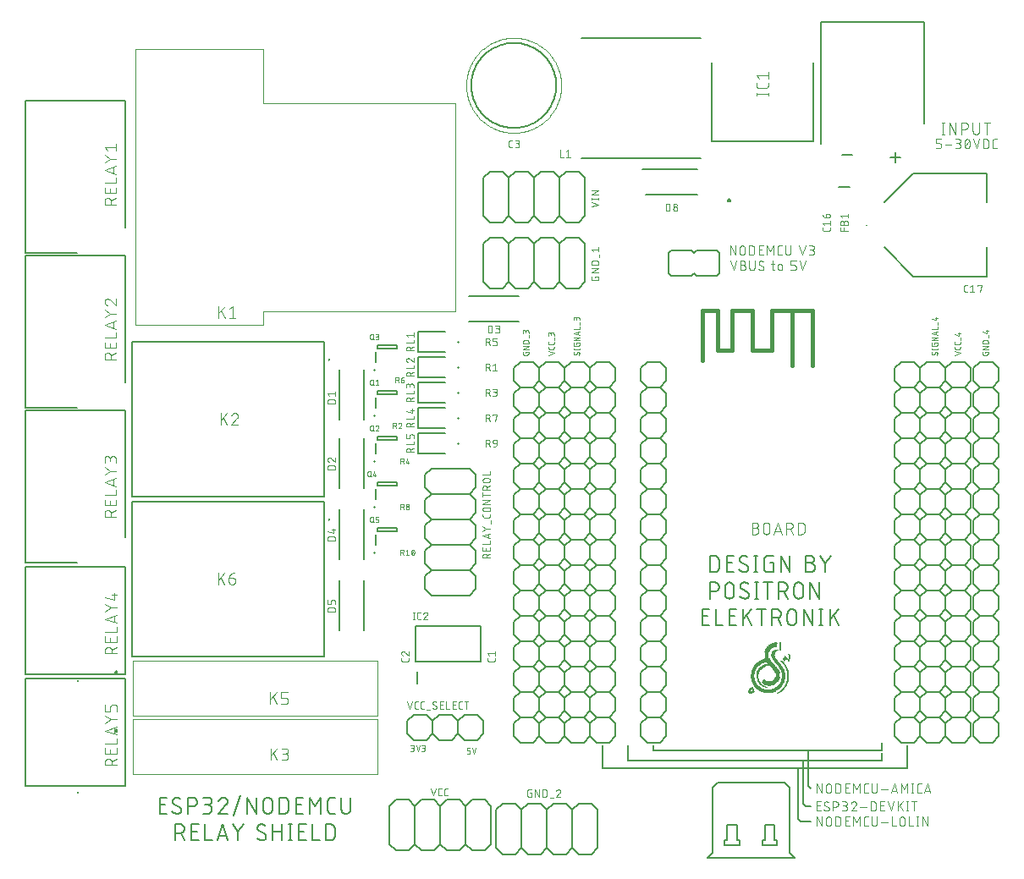
<source format=gbr>
G04 EAGLE Gerber RS-274X export*
G75*
%MOMM*%
%FSLAX34Y34*%
%LPD*%
%INSilkscreen Top*%
%IPPOS*%
%AMOC8*
5,1,8,0,0,1.08239X$1,22.5*%
G01*
%ADD10C,0.152400*%
%ADD11C,0.076200*%
%ADD12C,0.050800*%
%ADD13C,0.127000*%
%ADD14R,0.127000X0.025400*%
%ADD15R,0.203200X0.025400*%
%ADD16R,0.279400X0.025400*%
%ADD17R,0.177800X0.025400*%
%ADD18R,0.355600X0.025400*%
%ADD19R,0.381000X0.025400*%
%ADD20R,0.457200X0.025400*%
%ADD21R,0.736600X0.025400*%
%ADD22R,0.508000X0.025400*%
%ADD23R,0.914400X0.025400*%
%ADD24R,0.558800X0.025400*%
%ADD25R,1.092200X0.025400*%
%ADD26R,0.152400X0.025400*%
%ADD27R,0.584200X0.025400*%
%ADD28R,1.219200X0.025400*%
%ADD29R,1.371600X0.025400*%
%ADD30R,0.228600X0.025400*%
%ADD31R,1.473200X0.025400*%
%ADD32R,1.574800X0.025400*%
%ADD33R,1.651000X0.025400*%
%ADD34R,1.752600X0.025400*%
%ADD35R,1.828800X0.025400*%
%ADD36R,1.905000X0.025400*%
%ADD37R,0.889000X0.025400*%
%ADD38R,0.863600X0.025400*%
%ADD39R,0.711200X0.025400*%
%ADD40R,0.431800X0.025400*%
%ADD41R,0.685800X0.025400*%
%ADD42R,0.635000X0.025400*%
%ADD43R,0.406400X0.025400*%
%ADD44R,0.609600X0.025400*%
%ADD45R,0.330200X0.025400*%
%ADD46R,0.533400X0.025400*%
%ADD47R,0.304800X0.025400*%
%ADD48R,0.254000X0.025400*%
%ADD49R,0.482600X0.025400*%
%ADD50R,0.050800X0.025400*%
%ADD51R,0.838200X0.025400*%
%ADD52R,0.965200X0.025400*%
%ADD53R,1.041400X0.025400*%
%ADD54R,1.117600X0.025400*%
%ADD55R,1.270000X0.025400*%
%ADD56R,1.320800X0.025400*%
%ADD57R,1.422400X0.025400*%
%ADD58R,1.524000X0.025400*%
%ADD59R,1.549400X0.025400*%
%ADD60R,0.660400X0.025400*%
%ADD61R,0.101600X0.025400*%
%ADD62R,0.812800X0.025400*%
%ADD63R,1.295400X0.025400*%
%ADD64R,1.244600X0.025400*%
%ADD65R,1.193800X0.025400*%
%ADD66R,0.076200X0.025400*%
%ADD67R,1.066800X0.025400*%
%ADD68R,0.990600X0.025400*%
%ADD69R,0.025400X0.025400*%
%ADD70R,0.787400X0.025400*%
%ADD71R,0.762000X0.025400*%
%ADD72C,0.406400*%
%ADD73C,0.101600*%
%ADD74C,0.100000*%
%ADD75C,0.200000*%
%ADD76C,0.100000*%
%ADD77C,0.200000*%
%ADD78C,0.050000*%
%ADD79C,0.050000*%


D10*
X629920Y276860D02*
X629920Y271780D01*
X784860Y271780D01*
X858520Y271780D01*
X858520Y279400D01*
X604520Y276860D02*
X604520Y261620D01*
X779780Y261620D01*
X858520Y261620D01*
X858520Y269240D01*
X883920Y276860D02*
X883920Y254000D01*
X774700Y254000D01*
X579120Y254000D01*
X579120Y276860D01*
D11*
X792861Y238379D02*
X792861Y228981D01*
X798082Y228981D02*
X792861Y238379D01*
X798082Y238379D02*
X798082Y228981D01*
X802310Y231592D02*
X802310Y235768D01*
X802309Y235768D02*
X802311Y235869D01*
X802317Y235970D01*
X802327Y236071D01*
X802340Y236171D01*
X802358Y236271D01*
X802379Y236370D01*
X802405Y236468D01*
X802434Y236565D01*
X802466Y236661D01*
X802503Y236755D01*
X802543Y236848D01*
X802587Y236940D01*
X802634Y237029D01*
X802685Y237117D01*
X802739Y237203D01*
X802796Y237286D01*
X802856Y237368D01*
X802920Y237446D01*
X802986Y237523D01*
X803056Y237596D01*
X803128Y237667D01*
X803203Y237735D01*
X803281Y237800D01*
X803361Y237862D01*
X803443Y237921D01*
X803528Y237977D01*
X803615Y238029D01*
X803703Y238078D01*
X803794Y238124D01*
X803886Y238165D01*
X803980Y238204D01*
X804075Y238238D01*
X804171Y238269D01*
X804269Y238296D01*
X804367Y238320D01*
X804467Y238339D01*
X804567Y238355D01*
X804667Y238367D01*
X804768Y238375D01*
X804869Y238379D01*
X804971Y238379D01*
X805072Y238375D01*
X805173Y238367D01*
X805273Y238355D01*
X805373Y238339D01*
X805473Y238320D01*
X805571Y238296D01*
X805669Y238269D01*
X805765Y238238D01*
X805860Y238204D01*
X805954Y238165D01*
X806046Y238124D01*
X806137Y238078D01*
X806226Y238029D01*
X806312Y237977D01*
X806397Y237921D01*
X806479Y237862D01*
X806559Y237800D01*
X806637Y237735D01*
X806712Y237667D01*
X806784Y237596D01*
X806854Y237523D01*
X806920Y237446D01*
X806984Y237368D01*
X807044Y237286D01*
X807101Y237203D01*
X807155Y237117D01*
X807206Y237029D01*
X807253Y236940D01*
X807297Y236848D01*
X807337Y236755D01*
X807374Y236661D01*
X807406Y236565D01*
X807435Y236468D01*
X807461Y236370D01*
X807482Y236271D01*
X807500Y236171D01*
X807513Y236071D01*
X807523Y235970D01*
X807529Y235869D01*
X807531Y235768D01*
X807531Y231592D01*
X807529Y231491D01*
X807523Y231390D01*
X807513Y231289D01*
X807500Y231189D01*
X807482Y231089D01*
X807461Y230990D01*
X807435Y230892D01*
X807406Y230795D01*
X807374Y230699D01*
X807337Y230605D01*
X807297Y230512D01*
X807253Y230420D01*
X807206Y230331D01*
X807155Y230243D01*
X807101Y230157D01*
X807044Y230074D01*
X806984Y229992D01*
X806920Y229914D01*
X806854Y229837D01*
X806784Y229764D01*
X806712Y229693D01*
X806637Y229625D01*
X806559Y229560D01*
X806479Y229498D01*
X806397Y229439D01*
X806312Y229383D01*
X806226Y229331D01*
X806137Y229282D01*
X806046Y229236D01*
X805954Y229195D01*
X805860Y229156D01*
X805765Y229122D01*
X805669Y229091D01*
X805571Y229064D01*
X805473Y229040D01*
X805373Y229021D01*
X805273Y229005D01*
X805173Y228993D01*
X805072Y228985D01*
X804971Y228981D01*
X804869Y228981D01*
X804768Y228985D01*
X804667Y228993D01*
X804567Y229005D01*
X804467Y229021D01*
X804367Y229040D01*
X804269Y229064D01*
X804171Y229091D01*
X804075Y229122D01*
X803980Y229156D01*
X803886Y229195D01*
X803794Y229236D01*
X803703Y229282D01*
X803615Y229331D01*
X803528Y229383D01*
X803443Y229439D01*
X803361Y229498D01*
X803281Y229560D01*
X803203Y229625D01*
X803128Y229693D01*
X803056Y229764D01*
X802986Y229837D01*
X802920Y229914D01*
X802856Y229992D01*
X802796Y230074D01*
X802739Y230157D01*
X802685Y230243D01*
X802634Y230331D01*
X802587Y230420D01*
X802543Y230512D01*
X802503Y230605D01*
X802466Y230699D01*
X802434Y230795D01*
X802405Y230892D01*
X802379Y230990D01*
X802358Y231089D01*
X802340Y231189D01*
X802327Y231289D01*
X802317Y231390D01*
X802311Y231491D01*
X802309Y231592D01*
X811759Y228981D02*
X811759Y238379D01*
X814369Y238379D01*
X814469Y238377D01*
X814569Y238371D01*
X814668Y238362D01*
X814768Y238348D01*
X814866Y238331D01*
X814964Y238310D01*
X815061Y238286D01*
X815157Y238257D01*
X815252Y238225D01*
X815345Y238190D01*
X815437Y238151D01*
X815528Y238108D01*
X815616Y238062D01*
X815703Y238012D01*
X815788Y237960D01*
X815871Y237904D01*
X815952Y237845D01*
X816030Y237782D01*
X816106Y237717D01*
X816180Y237649D01*
X816250Y237579D01*
X816318Y237505D01*
X816383Y237429D01*
X816446Y237351D01*
X816505Y237270D01*
X816561Y237187D01*
X816613Y237102D01*
X816663Y237015D01*
X816709Y236927D01*
X816752Y236836D01*
X816791Y236744D01*
X816826Y236651D01*
X816858Y236556D01*
X816887Y236460D01*
X816911Y236363D01*
X816932Y236265D01*
X816949Y236167D01*
X816963Y236067D01*
X816972Y235968D01*
X816978Y235868D01*
X816980Y235768D01*
X816980Y231592D01*
X816978Y231492D01*
X816972Y231392D01*
X816963Y231293D01*
X816949Y231193D01*
X816932Y231095D01*
X816911Y230997D01*
X816887Y230900D01*
X816858Y230804D01*
X816826Y230709D01*
X816791Y230616D01*
X816752Y230524D01*
X816709Y230433D01*
X816663Y230345D01*
X816613Y230258D01*
X816561Y230173D01*
X816505Y230090D01*
X816446Y230009D01*
X816383Y229931D01*
X816318Y229855D01*
X816250Y229781D01*
X816180Y229711D01*
X816106Y229643D01*
X816030Y229578D01*
X815952Y229515D01*
X815871Y229456D01*
X815788Y229400D01*
X815703Y229348D01*
X815616Y229298D01*
X815528Y229252D01*
X815437Y229209D01*
X815345Y229170D01*
X815252Y229135D01*
X815157Y229103D01*
X815061Y229074D01*
X814964Y229050D01*
X814866Y229029D01*
X814768Y229012D01*
X814668Y228998D01*
X814569Y228989D01*
X814469Y228983D01*
X814369Y228981D01*
X811759Y228981D01*
X821530Y228981D02*
X825707Y228981D01*
X821530Y228981D02*
X821530Y238379D01*
X825707Y238379D01*
X824662Y234202D02*
X821530Y234202D01*
X829524Y238379D02*
X829524Y228981D01*
X832657Y233158D02*
X829524Y238379D01*
X832657Y233158D02*
X835790Y238379D01*
X835790Y228981D01*
X842168Y228981D02*
X844256Y228981D01*
X842168Y228981D02*
X842079Y228983D01*
X841991Y228989D01*
X841903Y228998D01*
X841815Y229011D01*
X841728Y229028D01*
X841642Y229048D01*
X841557Y229073D01*
X841472Y229100D01*
X841389Y229132D01*
X841308Y229166D01*
X841228Y229205D01*
X841150Y229246D01*
X841073Y229291D01*
X840999Y229339D01*
X840926Y229390D01*
X840856Y229444D01*
X840789Y229502D01*
X840723Y229562D01*
X840661Y229624D01*
X840601Y229690D01*
X840543Y229757D01*
X840489Y229827D01*
X840438Y229900D01*
X840390Y229974D01*
X840345Y230051D01*
X840304Y230129D01*
X840265Y230209D01*
X840231Y230290D01*
X840199Y230373D01*
X840172Y230458D01*
X840147Y230543D01*
X840127Y230629D01*
X840110Y230716D01*
X840097Y230804D01*
X840088Y230892D01*
X840082Y230980D01*
X840080Y231069D01*
X840079Y231069D02*
X840079Y236291D01*
X840080Y236291D02*
X840082Y236382D01*
X840088Y236473D01*
X840098Y236564D01*
X840112Y236654D01*
X840129Y236743D01*
X840151Y236831D01*
X840177Y236919D01*
X840206Y237005D01*
X840239Y237090D01*
X840276Y237173D01*
X840316Y237255D01*
X840360Y237335D01*
X840407Y237413D01*
X840458Y237489D01*
X840511Y237562D01*
X840568Y237633D01*
X840629Y237702D01*
X840692Y237767D01*
X840757Y237830D01*
X840826Y237890D01*
X840897Y237948D01*
X840970Y238001D01*
X841046Y238052D01*
X841124Y238099D01*
X841204Y238143D01*
X841286Y238183D01*
X841369Y238220D01*
X841454Y238253D01*
X841540Y238282D01*
X841628Y238308D01*
X841716Y238330D01*
X841805Y238347D01*
X841895Y238361D01*
X841986Y238371D01*
X842077Y238377D01*
X842168Y238379D01*
X844256Y238379D01*
X848030Y238379D02*
X848030Y231592D01*
X848029Y231592D02*
X848031Y231491D01*
X848037Y231390D01*
X848047Y231289D01*
X848060Y231189D01*
X848078Y231089D01*
X848099Y230990D01*
X848125Y230892D01*
X848154Y230795D01*
X848186Y230699D01*
X848223Y230605D01*
X848263Y230512D01*
X848307Y230420D01*
X848354Y230331D01*
X848405Y230243D01*
X848459Y230157D01*
X848516Y230074D01*
X848576Y229992D01*
X848640Y229914D01*
X848706Y229837D01*
X848776Y229764D01*
X848848Y229693D01*
X848923Y229625D01*
X849001Y229560D01*
X849081Y229498D01*
X849163Y229439D01*
X849248Y229383D01*
X849335Y229331D01*
X849423Y229282D01*
X849514Y229236D01*
X849606Y229195D01*
X849700Y229156D01*
X849795Y229122D01*
X849891Y229091D01*
X849989Y229064D01*
X850087Y229040D01*
X850187Y229021D01*
X850287Y229005D01*
X850387Y228993D01*
X850488Y228985D01*
X850589Y228981D01*
X850691Y228981D01*
X850792Y228985D01*
X850893Y228993D01*
X850993Y229005D01*
X851093Y229021D01*
X851193Y229040D01*
X851291Y229064D01*
X851389Y229091D01*
X851485Y229122D01*
X851580Y229156D01*
X851674Y229195D01*
X851766Y229236D01*
X851857Y229282D01*
X851946Y229331D01*
X852032Y229383D01*
X852117Y229439D01*
X852199Y229498D01*
X852279Y229560D01*
X852357Y229625D01*
X852432Y229693D01*
X852504Y229764D01*
X852574Y229837D01*
X852640Y229914D01*
X852704Y229992D01*
X852764Y230074D01*
X852821Y230157D01*
X852875Y230243D01*
X852926Y230331D01*
X852973Y230420D01*
X853017Y230512D01*
X853057Y230605D01*
X853094Y230699D01*
X853126Y230795D01*
X853155Y230892D01*
X853181Y230990D01*
X853202Y231089D01*
X853220Y231189D01*
X853233Y231289D01*
X853243Y231390D01*
X853249Y231491D01*
X853251Y231592D01*
X853251Y238379D01*
X857566Y232636D02*
X863831Y232636D01*
X867319Y228981D02*
X870452Y238379D01*
X873585Y228981D01*
X872802Y231331D02*
X868103Y231331D01*
X877378Y228981D02*
X877378Y238379D01*
X880510Y233158D01*
X883643Y238379D01*
X883643Y228981D01*
X888740Y228981D02*
X888740Y238379D01*
X887696Y228981D02*
X889784Y228981D01*
X889784Y238379D02*
X887696Y238379D01*
X895507Y228981D02*
X897596Y228981D01*
X895507Y228981D02*
X895418Y228983D01*
X895330Y228989D01*
X895242Y228998D01*
X895154Y229011D01*
X895067Y229028D01*
X894981Y229048D01*
X894896Y229073D01*
X894811Y229100D01*
X894728Y229132D01*
X894647Y229166D01*
X894567Y229205D01*
X894489Y229246D01*
X894412Y229291D01*
X894338Y229339D01*
X894265Y229390D01*
X894195Y229444D01*
X894128Y229502D01*
X894062Y229562D01*
X894000Y229624D01*
X893940Y229690D01*
X893882Y229757D01*
X893828Y229827D01*
X893777Y229900D01*
X893729Y229974D01*
X893684Y230051D01*
X893643Y230129D01*
X893604Y230209D01*
X893570Y230290D01*
X893538Y230373D01*
X893511Y230458D01*
X893486Y230543D01*
X893466Y230629D01*
X893449Y230716D01*
X893436Y230804D01*
X893427Y230892D01*
X893421Y230980D01*
X893419Y231069D01*
X893419Y236291D01*
X893421Y236382D01*
X893427Y236473D01*
X893437Y236564D01*
X893451Y236654D01*
X893468Y236743D01*
X893490Y236831D01*
X893516Y236919D01*
X893545Y237005D01*
X893578Y237090D01*
X893615Y237173D01*
X893655Y237255D01*
X893699Y237335D01*
X893746Y237413D01*
X893797Y237489D01*
X893850Y237562D01*
X893907Y237633D01*
X893968Y237702D01*
X894031Y237767D01*
X894096Y237830D01*
X894165Y237890D01*
X894236Y237948D01*
X894309Y238001D01*
X894385Y238052D01*
X894463Y238099D01*
X894543Y238143D01*
X894625Y238183D01*
X894708Y238220D01*
X894793Y238253D01*
X894879Y238282D01*
X894967Y238308D01*
X895055Y238330D01*
X895144Y238347D01*
X895234Y238361D01*
X895325Y238371D01*
X895416Y238377D01*
X895507Y238379D01*
X897596Y238379D01*
X903675Y238379D02*
X900542Y228981D01*
X906808Y228981D02*
X903675Y238379D01*
X906025Y231331D02*
X901326Y231331D01*
X797038Y211201D02*
X792861Y211201D01*
X792861Y220599D01*
X797038Y220599D01*
X795994Y216422D02*
X792861Y216422D01*
X803291Y211201D02*
X803380Y211203D01*
X803468Y211209D01*
X803556Y211218D01*
X803644Y211231D01*
X803731Y211248D01*
X803817Y211268D01*
X803902Y211293D01*
X803987Y211320D01*
X804070Y211352D01*
X804151Y211386D01*
X804231Y211425D01*
X804309Y211466D01*
X804386Y211511D01*
X804460Y211559D01*
X804533Y211610D01*
X804603Y211664D01*
X804670Y211722D01*
X804736Y211782D01*
X804798Y211844D01*
X804858Y211910D01*
X804916Y211977D01*
X804970Y212047D01*
X805021Y212120D01*
X805069Y212194D01*
X805114Y212271D01*
X805155Y212349D01*
X805194Y212429D01*
X805228Y212510D01*
X805260Y212593D01*
X805287Y212678D01*
X805312Y212763D01*
X805332Y212849D01*
X805349Y212936D01*
X805362Y213024D01*
X805371Y213112D01*
X805377Y213200D01*
X805379Y213289D01*
X803291Y211201D02*
X803162Y211203D01*
X803033Y211209D01*
X802904Y211218D01*
X802776Y211231D01*
X802648Y211248D01*
X802521Y211269D01*
X802394Y211293D01*
X802268Y211321D01*
X802143Y211353D01*
X802019Y211388D01*
X801896Y211427D01*
X801774Y211470D01*
X801654Y211516D01*
X801535Y211566D01*
X801417Y211619D01*
X801301Y211675D01*
X801187Y211735D01*
X801074Y211798D01*
X800964Y211865D01*
X800855Y211934D01*
X800749Y212007D01*
X800644Y212083D01*
X800542Y212162D01*
X800443Y212244D01*
X800345Y212328D01*
X800250Y212416D01*
X800158Y212506D01*
X800420Y218511D02*
X800422Y218600D01*
X800428Y218688D01*
X800437Y218776D01*
X800450Y218864D01*
X800467Y218951D01*
X800487Y219037D01*
X800512Y219122D01*
X800539Y219207D01*
X800571Y219290D01*
X800605Y219371D01*
X800644Y219451D01*
X800685Y219529D01*
X800730Y219606D01*
X800778Y219680D01*
X800829Y219753D01*
X800883Y219823D01*
X800941Y219890D01*
X801001Y219956D01*
X801063Y220018D01*
X801129Y220078D01*
X801196Y220136D01*
X801266Y220190D01*
X801339Y220241D01*
X801413Y220289D01*
X801490Y220334D01*
X801568Y220375D01*
X801648Y220414D01*
X801729Y220448D01*
X801812Y220480D01*
X801897Y220507D01*
X801982Y220532D01*
X802068Y220552D01*
X802155Y220569D01*
X802243Y220582D01*
X802331Y220591D01*
X802419Y220597D01*
X802508Y220599D01*
X802628Y220597D01*
X802748Y220592D01*
X802868Y220582D01*
X802987Y220570D01*
X803106Y220553D01*
X803224Y220533D01*
X803342Y220509D01*
X803458Y220482D01*
X803574Y220451D01*
X803689Y220417D01*
X803803Y220379D01*
X803916Y220337D01*
X804027Y220292D01*
X804137Y220244D01*
X804245Y220193D01*
X804352Y220138D01*
X804457Y220080D01*
X804560Y220018D01*
X804661Y219954D01*
X804761Y219886D01*
X804858Y219816D01*
X801464Y216684D02*
X801386Y216732D01*
X801310Y216784D01*
X801237Y216838D01*
X801166Y216896D01*
X801097Y216957D01*
X801031Y217021D01*
X800968Y217088D01*
X800908Y217157D01*
X800851Y217229D01*
X800797Y217303D01*
X800747Y217380D01*
X800699Y217459D01*
X800656Y217539D01*
X800615Y217622D01*
X800579Y217706D01*
X800546Y217791D01*
X800517Y217878D01*
X800491Y217967D01*
X800469Y218056D01*
X800452Y218146D01*
X800438Y218236D01*
X800428Y218328D01*
X800422Y218419D01*
X800420Y218511D01*
X804336Y215116D02*
X804414Y215068D01*
X804490Y215016D01*
X804563Y214962D01*
X804634Y214904D01*
X804703Y214843D01*
X804769Y214779D01*
X804832Y214712D01*
X804892Y214643D01*
X804949Y214571D01*
X805003Y214497D01*
X805053Y214420D01*
X805101Y214341D01*
X805144Y214261D01*
X805185Y214178D01*
X805221Y214094D01*
X805254Y214009D01*
X805283Y213922D01*
X805309Y213833D01*
X805331Y213744D01*
X805348Y213654D01*
X805362Y213564D01*
X805372Y213472D01*
X805378Y213381D01*
X805380Y213289D01*
X804336Y215117D02*
X801464Y216683D01*
X809434Y220599D02*
X809434Y211201D01*
X809434Y220599D02*
X812044Y220599D01*
X812145Y220597D01*
X812246Y220591D01*
X812347Y220581D01*
X812447Y220568D01*
X812547Y220550D01*
X812646Y220529D01*
X812744Y220503D01*
X812841Y220474D01*
X812937Y220442D01*
X813031Y220405D01*
X813124Y220365D01*
X813216Y220321D01*
X813305Y220274D01*
X813393Y220223D01*
X813479Y220169D01*
X813562Y220112D01*
X813644Y220052D01*
X813722Y219988D01*
X813799Y219922D01*
X813872Y219852D01*
X813943Y219780D01*
X814011Y219705D01*
X814076Y219627D01*
X814138Y219547D01*
X814197Y219465D01*
X814253Y219380D01*
X814305Y219293D01*
X814354Y219205D01*
X814400Y219114D01*
X814441Y219022D01*
X814480Y218928D01*
X814514Y218833D01*
X814545Y218737D01*
X814572Y218639D01*
X814596Y218541D01*
X814615Y218441D01*
X814631Y218341D01*
X814643Y218241D01*
X814651Y218140D01*
X814655Y218039D01*
X814655Y217937D01*
X814651Y217836D01*
X814643Y217735D01*
X814631Y217635D01*
X814615Y217535D01*
X814596Y217435D01*
X814572Y217337D01*
X814545Y217239D01*
X814514Y217143D01*
X814480Y217048D01*
X814441Y216954D01*
X814400Y216862D01*
X814354Y216771D01*
X814305Y216682D01*
X814253Y216596D01*
X814197Y216511D01*
X814138Y216429D01*
X814076Y216349D01*
X814011Y216271D01*
X813943Y216196D01*
X813872Y216124D01*
X813799Y216054D01*
X813722Y215988D01*
X813644Y215924D01*
X813562Y215864D01*
X813479Y215807D01*
X813393Y215753D01*
X813305Y215702D01*
X813216Y215655D01*
X813124Y215611D01*
X813031Y215571D01*
X812937Y215534D01*
X812841Y215502D01*
X812744Y215473D01*
X812646Y215447D01*
X812547Y215426D01*
X812447Y215408D01*
X812347Y215395D01*
X812246Y215385D01*
X812145Y215379D01*
X812044Y215377D01*
X812044Y215378D02*
X809434Y215378D01*
X818142Y211201D02*
X820752Y211201D01*
X820853Y211203D01*
X820954Y211209D01*
X821055Y211219D01*
X821155Y211232D01*
X821255Y211250D01*
X821354Y211271D01*
X821452Y211297D01*
X821549Y211326D01*
X821645Y211358D01*
X821739Y211395D01*
X821832Y211435D01*
X821924Y211479D01*
X822013Y211526D01*
X822101Y211577D01*
X822187Y211631D01*
X822270Y211688D01*
X822352Y211748D01*
X822430Y211812D01*
X822507Y211878D01*
X822580Y211948D01*
X822651Y212020D01*
X822719Y212095D01*
X822784Y212173D01*
X822846Y212253D01*
X822905Y212335D01*
X822961Y212420D01*
X823013Y212506D01*
X823062Y212595D01*
X823108Y212686D01*
X823149Y212778D01*
X823188Y212872D01*
X823222Y212967D01*
X823253Y213063D01*
X823280Y213161D01*
X823304Y213259D01*
X823323Y213359D01*
X823339Y213459D01*
X823351Y213559D01*
X823359Y213660D01*
X823363Y213761D01*
X823363Y213863D01*
X823359Y213964D01*
X823351Y214065D01*
X823339Y214165D01*
X823323Y214265D01*
X823304Y214365D01*
X823280Y214463D01*
X823253Y214561D01*
X823222Y214657D01*
X823188Y214752D01*
X823149Y214846D01*
X823108Y214938D01*
X823062Y215029D01*
X823013Y215117D01*
X822961Y215204D01*
X822905Y215289D01*
X822846Y215371D01*
X822784Y215451D01*
X822719Y215529D01*
X822651Y215604D01*
X822580Y215676D01*
X822507Y215746D01*
X822430Y215812D01*
X822352Y215876D01*
X822270Y215936D01*
X822187Y215993D01*
X822101Y216047D01*
X822013Y216098D01*
X821924Y216145D01*
X821832Y216189D01*
X821739Y216229D01*
X821645Y216266D01*
X821549Y216298D01*
X821452Y216327D01*
X821354Y216353D01*
X821255Y216374D01*
X821155Y216392D01*
X821055Y216405D01*
X820954Y216415D01*
X820853Y216421D01*
X820752Y216423D01*
X821274Y220599D02*
X818142Y220599D01*
X821274Y220599D02*
X821364Y220597D01*
X821453Y220591D01*
X821543Y220582D01*
X821632Y220568D01*
X821720Y220551D01*
X821807Y220530D01*
X821894Y220505D01*
X821979Y220476D01*
X822063Y220444D01*
X822145Y220409D01*
X822226Y220369D01*
X822305Y220327D01*
X822382Y220281D01*
X822457Y220231D01*
X822530Y220179D01*
X822601Y220123D01*
X822669Y220065D01*
X822734Y220003D01*
X822797Y219939D01*
X822857Y219872D01*
X822914Y219803D01*
X822968Y219731D01*
X823019Y219657D01*
X823067Y219581D01*
X823111Y219503D01*
X823152Y219423D01*
X823190Y219341D01*
X823224Y219258D01*
X823254Y219173D01*
X823281Y219087D01*
X823304Y219001D01*
X823323Y218913D01*
X823338Y218824D01*
X823350Y218735D01*
X823358Y218646D01*
X823362Y218556D01*
X823362Y218466D01*
X823358Y218376D01*
X823350Y218287D01*
X823338Y218198D01*
X823323Y218109D01*
X823304Y218021D01*
X823281Y217935D01*
X823254Y217849D01*
X823224Y217764D01*
X823190Y217681D01*
X823152Y217599D01*
X823111Y217519D01*
X823067Y217441D01*
X823019Y217365D01*
X822968Y217291D01*
X822914Y217219D01*
X822857Y217150D01*
X822797Y217083D01*
X822734Y217019D01*
X822669Y216957D01*
X822601Y216899D01*
X822530Y216843D01*
X822457Y216791D01*
X822382Y216741D01*
X822305Y216695D01*
X822226Y216653D01*
X822145Y216613D01*
X822063Y216578D01*
X821979Y216546D01*
X821894Y216517D01*
X821807Y216492D01*
X821720Y216471D01*
X821632Y216454D01*
X821543Y216440D01*
X821453Y216431D01*
X821364Y216425D01*
X821274Y216423D01*
X821274Y216422D02*
X819186Y216422D01*
X830157Y220600D02*
X830252Y220598D01*
X830346Y220592D01*
X830440Y220583D01*
X830534Y220570D01*
X830627Y220553D01*
X830719Y220532D01*
X830811Y220507D01*
X830901Y220479D01*
X830990Y220447D01*
X831078Y220412D01*
X831164Y220373D01*
X831249Y220331D01*
X831332Y220285D01*
X831413Y220236D01*
X831492Y220184D01*
X831569Y220129D01*
X831643Y220070D01*
X831715Y220009D01*
X831785Y219945D01*
X831852Y219878D01*
X831916Y219808D01*
X831977Y219736D01*
X832036Y219662D01*
X832091Y219585D01*
X832143Y219506D01*
X832192Y219425D01*
X832238Y219342D01*
X832280Y219257D01*
X832319Y219171D01*
X832354Y219083D01*
X832386Y218994D01*
X832414Y218904D01*
X832439Y218812D01*
X832460Y218720D01*
X832477Y218627D01*
X832490Y218533D01*
X832499Y218439D01*
X832505Y218345D01*
X832507Y218250D01*
X830157Y220599D02*
X830049Y220597D01*
X829940Y220591D01*
X829832Y220581D01*
X829725Y220568D01*
X829618Y220550D01*
X829511Y220529D01*
X829406Y220504D01*
X829301Y220475D01*
X829198Y220443D01*
X829096Y220406D01*
X828995Y220366D01*
X828896Y220323D01*
X828798Y220276D01*
X828702Y220225D01*
X828608Y220171D01*
X828516Y220114D01*
X828426Y220053D01*
X828338Y219989D01*
X828253Y219923D01*
X828170Y219853D01*
X828090Y219780D01*
X828012Y219704D01*
X827937Y219626D01*
X827865Y219545D01*
X827796Y219461D01*
X827730Y219375D01*
X827667Y219287D01*
X827608Y219196D01*
X827551Y219104D01*
X827498Y219009D01*
X827449Y218913D01*
X827403Y218814D01*
X827360Y218715D01*
X827321Y218613D01*
X827286Y218511D01*
X831724Y216422D02*
X831793Y216491D01*
X831859Y216562D01*
X831923Y216635D01*
X831984Y216711D01*
X832042Y216790D01*
X832096Y216870D01*
X832148Y216953D01*
X832196Y217037D01*
X832242Y217123D01*
X832283Y217211D01*
X832322Y217301D01*
X832357Y217392D01*
X832388Y217484D01*
X832416Y217577D01*
X832440Y217671D01*
X832460Y217766D01*
X832477Y217862D01*
X832490Y217959D01*
X832499Y218056D01*
X832505Y218153D01*
X832507Y218250D01*
X831724Y216422D02*
X827286Y211201D01*
X832507Y211201D01*
X836517Y214856D02*
X842783Y214856D01*
X847098Y211201D02*
X847098Y220599D01*
X849708Y220599D01*
X849808Y220597D01*
X849908Y220591D01*
X850007Y220582D01*
X850107Y220568D01*
X850205Y220551D01*
X850303Y220530D01*
X850400Y220506D01*
X850496Y220477D01*
X850591Y220445D01*
X850684Y220410D01*
X850776Y220371D01*
X850867Y220328D01*
X850955Y220282D01*
X851042Y220232D01*
X851127Y220180D01*
X851210Y220124D01*
X851291Y220065D01*
X851369Y220002D01*
X851445Y219937D01*
X851519Y219869D01*
X851589Y219799D01*
X851657Y219725D01*
X851722Y219649D01*
X851785Y219571D01*
X851844Y219490D01*
X851900Y219407D01*
X851952Y219322D01*
X852002Y219235D01*
X852048Y219147D01*
X852091Y219056D01*
X852130Y218964D01*
X852165Y218871D01*
X852197Y218776D01*
X852226Y218680D01*
X852250Y218583D01*
X852271Y218485D01*
X852288Y218387D01*
X852302Y218287D01*
X852311Y218188D01*
X852317Y218088D01*
X852319Y217988D01*
X852319Y213812D01*
X852317Y213712D01*
X852311Y213612D01*
X852302Y213513D01*
X852288Y213413D01*
X852271Y213315D01*
X852250Y213217D01*
X852226Y213120D01*
X852197Y213024D01*
X852165Y212929D01*
X852130Y212836D01*
X852091Y212744D01*
X852048Y212653D01*
X852002Y212565D01*
X851952Y212478D01*
X851900Y212393D01*
X851844Y212310D01*
X851785Y212229D01*
X851722Y212151D01*
X851657Y212075D01*
X851589Y212001D01*
X851519Y211931D01*
X851445Y211863D01*
X851369Y211798D01*
X851291Y211735D01*
X851210Y211676D01*
X851127Y211620D01*
X851042Y211568D01*
X850955Y211518D01*
X850867Y211472D01*
X850776Y211429D01*
X850684Y211390D01*
X850591Y211355D01*
X850496Y211323D01*
X850400Y211294D01*
X850303Y211270D01*
X850205Y211249D01*
X850107Y211232D01*
X850007Y211218D01*
X849908Y211209D01*
X849808Y211203D01*
X849708Y211201D01*
X847098Y211201D01*
X856869Y211201D02*
X861046Y211201D01*
X856869Y211201D02*
X856869Y220599D01*
X861046Y220599D01*
X860001Y216422D02*
X856869Y216422D01*
X863949Y220599D02*
X867082Y211201D01*
X870214Y220599D01*
X874051Y220599D02*
X874051Y211201D01*
X874051Y214856D02*
X879272Y220599D01*
X876140Y216944D02*
X879272Y211201D01*
X883541Y211201D02*
X883541Y220599D01*
X882497Y211201D02*
X884585Y211201D01*
X884585Y220599D02*
X882497Y220599D01*
X890246Y220599D02*
X890246Y211201D01*
X887636Y220599D02*
X892857Y220599D01*
X792861Y205359D02*
X792861Y195961D01*
X798082Y195961D02*
X792861Y205359D01*
X798082Y205359D02*
X798082Y195961D01*
X802310Y198572D02*
X802310Y202748D01*
X802309Y202748D02*
X802311Y202849D01*
X802317Y202950D01*
X802327Y203051D01*
X802340Y203151D01*
X802358Y203251D01*
X802379Y203350D01*
X802405Y203448D01*
X802434Y203545D01*
X802466Y203641D01*
X802503Y203735D01*
X802543Y203828D01*
X802587Y203920D01*
X802634Y204009D01*
X802685Y204097D01*
X802739Y204183D01*
X802796Y204266D01*
X802856Y204348D01*
X802920Y204426D01*
X802986Y204503D01*
X803056Y204576D01*
X803128Y204647D01*
X803203Y204715D01*
X803281Y204780D01*
X803361Y204842D01*
X803443Y204901D01*
X803528Y204957D01*
X803615Y205009D01*
X803703Y205058D01*
X803794Y205104D01*
X803886Y205145D01*
X803980Y205184D01*
X804075Y205218D01*
X804171Y205249D01*
X804269Y205276D01*
X804367Y205300D01*
X804467Y205319D01*
X804567Y205335D01*
X804667Y205347D01*
X804768Y205355D01*
X804869Y205359D01*
X804971Y205359D01*
X805072Y205355D01*
X805173Y205347D01*
X805273Y205335D01*
X805373Y205319D01*
X805473Y205300D01*
X805571Y205276D01*
X805669Y205249D01*
X805765Y205218D01*
X805860Y205184D01*
X805954Y205145D01*
X806046Y205104D01*
X806137Y205058D01*
X806226Y205009D01*
X806312Y204957D01*
X806397Y204901D01*
X806479Y204842D01*
X806559Y204780D01*
X806637Y204715D01*
X806712Y204647D01*
X806784Y204576D01*
X806854Y204503D01*
X806920Y204426D01*
X806984Y204348D01*
X807044Y204266D01*
X807101Y204183D01*
X807155Y204097D01*
X807206Y204009D01*
X807253Y203920D01*
X807297Y203828D01*
X807337Y203735D01*
X807374Y203641D01*
X807406Y203545D01*
X807435Y203448D01*
X807461Y203350D01*
X807482Y203251D01*
X807500Y203151D01*
X807513Y203051D01*
X807523Y202950D01*
X807529Y202849D01*
X807531Y202748D01*
X807531Y198572D01*
X807529Y198471D01*
X807523Y198370D01*
X807513Y198269D01*
X807500Y198169D01*
X807482Y198069D01*
X807461Y197970D01*
X807435Y197872D01*
X807406Y197775D01*
X807374Y197679D01*
X807337Y197585D01*
X807297Y197492D01*
X807253Y197400D01*
X807206Y197311D01*
X807155Y197223D01*
X807101Y197137D01*
X807044Y197054D01*
X806984Y196972D01*
X806920Y196894D01*
X806854Y196817D01*
X806784Y196744D01*
X806712Y196673D01*
X806637Y196605D01*
X806559Y196540D01*
X806479Y196478D01*
X806397Y196419D01*
X806312Y196363D01*
X806226Y196311D01*
X806137Y196262D01*
X806046Y196216D01*
X805954Y196175D01*
X805860Y196136D01*
X805765Y196102D01*
X805669Y196071D01*
X805571Y196044D01*
X805473Y196020D01*
X805373Y196001D01*
X805273Y195985D01*
X805173Y195973D01*
X805072Y195965D01*
X804971Y195961D01*
X804869Y195961D01*
X804768Y195965D01*
X804667Y195973D01*
X804567Y195985D01*
X804467Y196001D01*
X804367Y196020D01*
X804269Y196044D01*
X804171Y196071D01*
X804075Y196102D01*
X803980Y196136D01*
X803886Y196175D01*
X803794Y196216D01*
X803703Y196262D01*
X803615Y196311D01*
X803528Y196363D01*
X803443Y196419D01*
X803361Y196478D01*
X803281Y196540D01*
X803203Y196605D01*
X803128Y196673D01*
X803056Y196744D01*
X802986Y196817D01*
X802920Y196894D01*
X802856Y196972D01*
X802796Y197054D01*
X802739Y197137D01*
X802685Y197223D01*
X802634Y197311D01*
X802587Y197400D01*
X802543Y197492D01*
X802503Y197585D01*
X802466Y197679D01*
X802434Y197775D01*
X802405Y197872D01*
X802379Y197970D01*
X802358Y198069D01*
X802340Y198169D01*
X802327Y198269D01*
X802317Y198370D01*
X802311Y198471D01*
X802309Y198572D01*
X811759Y195961D02*
X811759Y205359D01*
X814369Y205359D01*
X814469Y205357D01*
X814569Y205351D01*
X814668Y205342D01*
X814768Y205328D01*
X814866Y205311D01*
X814964Y205290D01*
X815061Y205266D01*
X815157Y205237D01*
X815252Y205205D01*
X815345Y205170D01*
X815437Y205131D01*
X815528Y205088D01*
X815616Y205042D01*
X815703Y204992D01*
X815788Y204940D01*
X815871Y204884D01*
X815952Y204825D01*
X816030Y204762D01*
X816106Y204697D01*
X816180Y204629D01*
X816250Y204559D01*
X816318Y204485D01*
X816383Y204409D01*
X816446Y204331D01*
X816505Y204250D01*
X816561Y204167D01*
X816613Y204082D01*
X816663Y203995D01*
X816709Y203907D01*
X816752Y203816D01*
X816791Y203724D01*
X816826Y203631D01*
X816858Y203536D01*
X816887Y203440D01*
X816911Y203343D01*
X816932Y203245D01*
X816949Y203147D01*
X816963Y203047D01*
X816972Y202948D01*
X816978Y202848D01*
X816980Y202748D01*
X816980Y198572D01*
X816978Y198472D01*
X816972Y198372D01*
X816963Y198273D01*
X816949Y198173D01*
X816932Y198075D01*
X816911Y197977D01*
X816887Y197880D01*
X816858Y197784D01*
X816826Y197689D01*
X816791Y197596D01*
X816752Y197504D01*
X816709Y197413D01*
X816663Y197325D01*
X816613Y197238D01*
X816561Y197153D01*
X816505Y197070D01*
X816446Y196989D01*
X816383Y196911D01*
X816318Y196835D01*
X816250Y196761D01*
X816180Y196691D01*
X816106Y196623D01*
X816030Y196558D01*
X815952Y196495D01*
X815871Y196436D01*
X815788Y196380D01*
X815703Y196328D01*
X815616Y196278D01*
X815528Y196232D01*
X815437Y196189D01*
X815345Y196150D01*
X815252Y196115D01*
X815157Y196083D01*
X815061Y196054D01*
X814964Y196030D01*
X814866Y196009D01*
X814768Y195992D01*
X814668Y195978D01*
X814569Y195969D01*
X814469Y195963D01*
X814369Y195961D01*
X811759Y195961D01*
X821530Y195961D02*
X825707Y195961D01*
X821530Y195961D02*
X821530Y205359D01*
X825707Y205359D01*
X824662Y201182D02*
X821530Y201182D01*
X829524Y205359D02*
X829524Y195961D01*
X832657Y200138D02*
X829524Y205359D01*
X832657Y200138D02*
X835790Y205359D01*
X835790Y195961D01*
X842168Y195961D02*
X844256Y195961D01*
X842168Y195961D02*
X842079Y195963D01*
X841991Y195969D01*
X841903Y195978D01*
X841815Y195991D01*
X841728Y196008D01*
X841642Y196028D01*
X841557Y196053D01*
X841472Y196080D01*
X841389Y196112D01*
X841308Y196146D01*
X841228Y196185D01*
X841150Y196226D01*
X841073Y196271D01*
X840999Y196319D01*
X840926Y196370D01*
X840856Y196424D01*
X840789Y196482D01*
X840723Y196542D01*
X840661Y196604D01*
X840601Y196670D01*
X840543Y196737D01*
X840489Y196807D01*
X840438Y196880D01*
X840390Y196954D01*
X840345Y197031D01*
X840304Y197109D01*
X840265Y197189D01*
X840231Y197270D01*
X840199Y197353D01*
X840172Y197438D01*
X840147Y197523D01*
X840127Y197609D01*
X840110Y197696D01*
X840097Y197784D01*
X840088Y197872D01*
X840082Y197960D01*
X840080Y198049D01*
X840079Y198049D02*
X840079Y203271D01*
X840080Y203271D02*
X840082Y203362D01*
X840088Y203453D01*
X840098Y203544D01*
X840112Y203634D01*
X840129Y203723D01*
X840151Y203811D01*
X840177Y203899D01*
X840206Y203985D01*
X840239Y204070D01*
X840276Y204153D01*
X840316Y204235D01*
X840360Y204315D01*
X840407Y204393D01*
X840458Y204469D01*
X840511Y204542D01*
X840568Y204613D01*
X840629Y204682D01*
X840692Y204747D01*
X840757Y204810D01*
X840826Y204870D01*
X840897Y204928D01*
X840970Y204981D01*
X841046Y205032D01*
X841124Y205079D01*
X841204Y205123D01*
X841286Y205163D01*
X841369Y205200D01*
X841454Y205233D01*
X841540Y205262D01*
X841628Y205288D01*
X841716Y205310D01*
X841805Y205327D01*
X841895Y205341D01*
X841986Y205351D01*
X842077Y205357D01*
X842168Y205359D01*
X844256Y205359D01*
X848030Y205359D02*
X848030Y198572D01*
X848029Y198572D02*
X848031Y198471D01*
X848037Y198370D01*
X848047Y198269D01*
X848060Y198169D01*
X848078Y198069D01*
X848099Y197970D01*
X848125Y197872D01*
X848154Y197775D01*
X848186Y197679D01*
X848223Y197585D01*
X848263Y197492D01*
X848307Y197400D01*
X848354Y197311D01*
X848405Y197223D01*
X848459Y197137D01*
X848516Y197054D01*
X848576Y196972D01*
X848640Y196894D01*
X848706Y196817D01*
X848776Y196744D01*
X848848Y196673D01*
X848923Y196605D01*
X849001Y196540D01*
X849081Y196478D01*
X849163Y196419D01*
X849248Y196363D01*
X849335Y196311D01*
X849423Y196262D01*
X849514Y196216D01*
X849606Y196175D01*
X849700Y196136D01*
X849795Y196102D01*
X849891Y196071D01*
X849989Y196044D01*
X850087Y196020D01*
X850187Y196001D01*
X850287Y195985D01*
X850387Y195973D01*
X850488Y195965D01*
X850589Y195961D01*
X850691Y195961D01*
X850792Y195965D01*
X850893Y195973D01*
X850993Y195985D01*
X851093Y196001D01*
X851193Y196020D01*
X851291Y196044D01*
X851389Y196071D01*
X851485Y196102D01*
X851580Y196136D01*
X851674Y196175D01*
X851766Y196216D01*
X851857Y196262D01*
X851946Y196311D01*
X852032Y196363D01*
X852117Y196419D01*
X852199Y196478D01*
X852279Y196540D01*
X852357Y196605D01*
X852432Y196673D01*
X852504Y196744D01*
X852574Y196817D01*
X852640Y196894D01*
X852704Y196972D01*
X852764Y197054D01*
X852821Y197137D01*
X852875Y197223D01*
X852926Y197311D01*
X852973Y197400D01*
X853017Y197492D01*
X853057Y197585D01*
X853094Y197679D01*
X853126Y197775D01*
X853155Y197872D01*
X853181Y197970D01*
X853202Y198069D01*
X853220Y198169D01*
X853233Y198269D01*
X853243Y198370D01*
X853249Y198471D01*
X853251Y198572D01*
X853251Y205359D01*
X857566Y199616D02*
X863831Y199616D01*
X868164Y195961D02*
X868164Y205359D01*
X868164Y195961D02*
X872341Y195961D01*
X875766Y198572D02*
X875766Y202748D01*
X875768Y202849D01*
X875774Y202950D01*
X875784Y203051D01*
X875797Y203151D01*
X875815Y203251D01*
X875836Y203350D01*
X875862Y203448D01*
X875891Y203545D01*
X875923Y203641D01*
X875960Y203735D01*
X876000Y203828D01*
X876044Y203920D01*
X876091Y204009D01*
X876142Y204097D01*
X876196Y204183D01*
X876253Y204266D01*
X876313Y204348D01*
X876377Y204426D01*
X876443Y204503D01*
X876513Y204576D01*
X876585Y204647D01*
X876660Y204715D01*
X876738Y204780D01*
X876818Y204842D01*
X876900Y204901D01*
X876985Y204957D01*
X877072Y205009D01*
X877160Y205058D01*
X877251Y205104D01*
X877343Y205145D01*
X877437Y205184D01*
X877532Y205218D01*
X877628Y205249D01*
X877726Y205276D01*
X877824Y205300D01*
X877924Y205319D01*
X878024Y205335D01*
X878124Y205347D01*
X878225Y205355D01*
X878326Y205359D01*
X878428Y205359D01*
X878529Y205355D01*
X878630Y205347D01*
X878730Y205335D01*
X878830Y205319D01*
X878930Y205300D01*
X879028Y205276D01*
X879126Y205249D01*
X879222Y205218D01*
X879317Y205184D01*
X879411Y205145D01*
X879503Y205104D01*
X879594Y205058D01*
X879683Y205009D01*
X879769Y204957D01*
X879854Y204901D01*
X879936Y204842D01*
X880016Y204780D01*
X880094Y204715D01*
X880169Y204647D01*
X880241Y204576D01*
X880311Y204503D01*
X880377Y204426D01*
X880441Y204348D01*
X880501Y204266D01*
X880558Y204183D01*
X880612Y204097D01*
X880663Y204009D01*
X880710Y203920D01*
X880754Y203828D01*
X880794Y203735D01*
X880831Y203641D01*
X880863Y203545D01*
X880892Y203448D01*
X880918Y203350D01*
X880939Y203251D01*
X880957Y203151D01*
X880970Y203051D01*
X880980Y202950D01*
X880986Y202849D01*
X880988Y202748D01*
X880987Y202748D02*
X880987Y198572D01*
X880988Y198572D02*
X880986Y198471D01*
X880980Y198370D01*
X880970Y198269D01*
X880957Y198169D01*
X880939Y198069D01*
X880918Y197970D01*
X880892Y197872D01*
X880863Y197775D01*
X880831Y197679D01*
X880794Y197585D01*
X880754Y197492D01*
X880710Y197400D01*
X880663Y197311D01*
X880612Y197223D01*
X880558Y197137D01*
X880501Y197054D01*
X880441Y196972D01*
X880377Y196894D01*
X880311Y196817D01*
X880241Y196744D01*
X880169Y196673D01*
X880094Y196605D01*
X880016Y196540D01*
X879936Y196478D01*
X879854Y196419D01*
X879769Y196363D01*
X879683Y196311D01*
X879594Y196262D01*
X879503Y196216D01*
X879411Y196175D01*
X879317Y196136D01*
X879222Y196102D01*
X879126Y196071D01*
X879028Y196044D01*
X878930Y196020D01*
X878830Y196001D01*
X878730Y195985D01*
X878630Y195973D01*
X878529Y195965D01*
X878428Y195961D01*
X878326Y195961D01*
X878225Y195965D01*
X878124Y195973D01*
X878024Y195985D01*
X877924Y196001D01*
X877824Y196020D01*
X877726Y196044D01*
X877628Y196071D01*
X877532Y196102D01*
X877437Y196136D01*
X877343Y196175D01*
X877251Y196216D01*
X877160Y196262D01*
X877072Y196311D01*
X876985Y196363D01*
X876900Y196419D01*
X876818Y196478D01*
X876738Y196540D01*
X876660Y196605D01*
X876585Y196673D01*
X876513Y196744D01*
X876443Y196817D01*
X876377Y196894D01*
X876313Y196972D01*
X876253Y197054D01*
X876196Y197137D01*
X876142Y197223D01*
X876091Y197311D01*
X876044Y197400D01*
X876000Y197492D01*
X875960Y197585D01*
X875923Y197679D01*
X875891Y197775D01*
X875862Y197872D01*
X875836Y197970D01*
X875815Y198069D01*
X875797Y198169D01*
X875784Y198269D01*
X875774Y198370D01*
X875768Y198471D01*
X875766Y198572D01*
X885233Y195961D02*
X885233Y205359D01*
X885233Y195961D02*
X889409Y195961D01*
X893617Y195961D02*
X893617Y205359D01*
X892573Y195961D02*
X894661Y195961D01*
X894661Y205359D02*
X892573Y205359D01*
X898626Y205359D02*
X898626Y195961D01*
X903847Y195961D02*
X898626Y205359D01*
X903847Y205359D02*
X903847Y195961D01*
D10*
X787400Y200660D02*
X777240Y200660D01*
X774700Y203200D01*
X774700Y254000D01*
X782320Y215900D02*
X787400Y215900D01*
X782320Y215900D02*
X779780Y218440D01*
X779780Y261620D01*
X784860Y236220D02*
X787400Y233680D01*
X784860Y236220D02*
X784860Y271780D01*
D12*
X444827Y268478D02*
X442965Y268478D01*
X444827Y268478D02*
X444897Y268480D01*
X444966Y268486D01*
X445035Y268496D01*
X445103Y268509D01*
X445171Y268527D01*
X445237Y268548D01*
X445302Y268573D01*
X445366Y268601D01*
X445428Y268633D01*
X445488Y268668D01*
X445546Y268707D01*
X445601Y268749D01*
X445655Y268794D01*
X445705Y268842D01*
X445753Y268892D01*
X445798Y268946D01*
X445840Y269001D01*
X445879Y269059D01*
X445914Y269119D01*
X445946Y269181D01*
X445974Y269245D01*
X445999Y269310D01*
X446020Y269376D01*
X446038Y269444D01*
X446051Y269512D01*
X446061Y269581D01*
X446067Y269650D01*
X446069Y269720D01*
X446069Y270341D01*
X446067Y270411D01*
X446061Y270480D01*
X446051Y270549D01*
X446038Y270617D01*
X446020Y270685D01*
X445999Y270751D01*
X445974Y270816D01*
X445946Y270880D01*
X445914Y270942D01*
X445879Y271002D01*
X445840Y271060D01*
X445798Y271115D01*
X445753Y271169D01*
X445705Y271219D01*
X445655Y271267D01*
X445601Y271312D01*
X445546Y271354D01*
X445488Y271393D01*
X445428Y271428D01*
X445366Y271460D01*
X445302Y271488D01*
X445237Y271513D01*
X445171Y271534D01*
X445103Y271552D01*
X445035Y271565D01*
X444966Y271575D01*
X444897Y271581D01*
X444827Y271583D01*
X444827Y271582D02*
X442965Y271582D01*
X442965Y274066D01*
X446069Y274066D01*
X448141Y274066D02*
X450003Y268478D01*
X451866Y274066D01*
X388541Y271018D02*
X386989Y271018D01*
X388541Y271018D02*
X388618Y271020D01*
X388696Y271026D01*
X388772Y271035D01*
X388849Y271049D01*
X388924Y271066D01*
X388998Y271087D01*
X389072Y271112D01*
X389144Y271140D01*
X389214Y271172D01*
X389283Y271207D01*
X389350Y271246D01*
X389415Y271288D01*
X389478Y271333D01*
X389539Y271381D01*
X389597Y271432D01*
X389652Y271486D01*
X389705Y271543D01*
X389754Y271602D01*
X389801Y271664D01*
X389845Y271728D01*
X389885Y271794D01*
X389922Y271862D01*
X389956Y271932D01*
X389986Y272003D01*
X390012Y272076D01*
X390035Y272150D01*
X390054Y272225D01*
X390069Y272300D01*
X390081Y272377D01*
X390089Y272454D01*
X390093Y272531D01*
X390093Y272609D01*
X390089Y272686D01*
X390081Y272763D01*
X390069Y272840D01*
X390054Y272915D01*
X390035Y272990D01*
X390012Y273064D01*
X389986Y273137D01*
X389956Y273208D01*
X389922Y273278D01*
X389885Y273346D01*
X389845Y273412D01*
X389801Y273476D01*
X389754Y273538D01*
X389705Y273597D01*
X389652Y273654D01*
X389597Y273708D01*
X389539Y273759D01*
X389478Y273807D01*
X389415Y273852D01*
X389350Y273894D01*
X389283Y273933D01*
X389214Y273968D01*
X389144Y274000D01*
X389072Y274028D01*
X388998Y274053D01*
X388924Y274074D01*
X388849Y274091D01*
X388772Y274105D01*
X388696Y274114D01*
X388618Y274120D01*
X388541Y274122D01*
X388851Y276606D02*
X386989Y276606D01*
X388851Y276606D02*
X388921Y276604D01*
X388990Y276598D01*
X389059Y276588D01*
X389127Y276575D01*
X389195Y276557D01*
X389261Y276536D01*
X389326Y276511D01*
X389390Y276483D01*
X389452Y276451D01*
X389512Y276416D01*
X389570Y276377D01*
X389625Y276335D01*
X389679Y276290D01*
X389729Y276242D01*
X389777Y276192D01*
X389822Y276138D01*
X389864Y276083D01*
X389903Y276025D01*
X389938Y275965D01*
X389970Y275903D01*
X389998Y275839D01*
X390023Y275774D01*
X390044Y275708D01*
X390062Y275640D01*
X390075Y275572D01*
X390085Y275503D01*
X390091Y275434D01*
X390093Y275364D01*
X390091Y275294D01*
X390085Y275225D01*
X390075Y275156D01*
X390062Y275088D01*
X390044Y275020D01*
X390023Y274954D01*
X389998Y274889D01*
X389970Y274825D01*
X389938Y274763D01*
X389903Y274703D01*
X389864Y274645D01*
X389822Y274590D01*
X389777Y274536D01*
X389729Y274486D01*
X389679Y274438D01*
X389625Y274393D01*
X389570Y274351D01*
X389512Y274312D01*
X389452Y274277D01*
X389390Y274245D01*
X389326Y274217D01*
X389261Y274192D01*
X389195Y274171D01*
X389127Y274153D01*
X389059Y274140D01*
X388990Y274130D01*
X388921Y274124D01*
X388851Y274122D01*
X387610Y274122D01*
X392165Y276606D02*
X394027Y271018D01*
X395890Y276606D01*
X397962Y271018D02*
X399514Y271018D01*
X399591Y271020D01*
X399669Y271026D01*
X399745Y271035D01*
X399822Y271049D01*
X399897Y271066D01*
X399971Y271087D01*
X400045Y271112D01*
X400117Y271140D01*
X400187Y271172D01*
X400256Y271207D01*
X400323Y271246D01*
X400388Y271288D01*
X400451Y271333D01*
X400512Y271381D01*
X400570Y271432D01*
X400625Y271486D01*
X400678Y271543D01*
X400727Y271602D01*
X400774Y271664D01*
X400818Y271728D01*
X400858Y271794D01*
X400895Y271862D01*
X400929Y271932D01*
X400959Y272003D01*
X400985Y272076D01*
X401008Y272150D01*
X401027Y272225D01*
X401042Y272300D01*
X401054Y272377D01*
X401062Y272454D01*
X401066Y272531D01*
X401066Y272609D01*
X401062Y272686D01*
X401054Y272763D01*
X401042Y272840D01*
X401027Y272915D01*
X401008Y272990D01*
X400985Y273064D01*
X400959Y273137D01*
X400929Y273208D01*
X400895Y273278D01*
X400858Y273346D01*
X400818Y273412D01*
X400774Y273476D01*
X400727Y273538D01*
X400678Y273597D01*
X400625Y273654D01*
X400570Y273708D01*
X400512Y273759D01*
X400451Y273807D01*
X400388Y273852D01*
X400323Y273894D01*
X400256Y273933D01*
X400187Y273968D01*
X400117Y274000D01*
X400045Y274028D01*
X399971Y274053D01*
X399897Y274074D01*
X399822Y274091D01*
X399745Y274105D01*
X399669Y274114D01*
X399591Y274120D01*
X399514Y274122D01*
X399824Y276606D02*
X397962Y276606D01*
X399824Y276606D02*
X399894Y276604D01*
X399963Y276598D01*
X400032Y276588D01*
X400100Y276575D01*
X400168Y276557D01*
X400234Y276536D01*
X400299Y276511D01*
X400363Y276483D01*
X400425Y276451D01*
X400485Y276416D01*
X400543Y276377D01*
X400598Y276335D01*
X400652Y276290D01*
X400702Y276242D01*
X400750Y276192D01*
X400795Y276138D01*
X400837Y276083D01*
X400876Y276025D01*
X400911Y275965D01*
X400943Y275903D01*
X400971Y275839D01*
X400996Y275774D01*
X401017Y275708D01*
X401035Y275640D01*
X401048Y275572D01*
X401058Y275503D01*
X401064Y275434D01*
X401066Y275364D01*
X401064Y275294D01*
X401058Y275225D01*
X401048Y275156D01*
X401035Y275088D01*
X401017Y275020D01*
X400996Y274954D01*
X400971Y274889D01*
X400943Y274825D01*
X400911Y274763D01*
X400876Y274703D01*
X400837Y274645D01*
X400795Y274590D01*
X400750Y274536D01*
X400702Y274486D01*
X400652Y274438D01*
X400598Y274393D01*
X400543Y274351D01*
X400485Y274312D01*
X400425Y274277D01*
X400363Y274245D01*
X400299Y274217D01*
X400234Y274192D01*
X400168Y274171D01*
X400100Y274153D01*
X400032Y274140D01*
X399963Y274130D01*
X399894Y274124D01*
X399824Y274122D01*
X398582Y274122D01*
D13*
X866775Y865180D02*
X877104Y865180D01*
X871940Y860016D02*
X871940Y870345D01*
X828844Y867720D02*
X818515Y867720D01*
D11*
X912241Y874141D02*
X915374Y874141D01*
X915463Y874143D01*
X915551Y874149D01*
X915639Y874158D01*
X915727Y874171D01*
X915814Y874188D01*
X915900Y874208D01*
X915985Y874233D01*
X916070Y874260D01*
X916153Y874292D01*
X916234Y874326D01*
X916314Y874365D01*
X916392Y874406D01*
X916469Y874451D01*
X916543Y874499D01*
X916616Y874550D01*
X916686Y874604D01*
X916753Y874662D01*
X916819Y874722D01*
X916881Y874784D01*
X916941Y874850D01*
X916999Y874917D01*
X917053Y874987D01*
X917104Y875060D01*
X917152Y875134D01*
X917197Y875211D01*
X917238Y875289D01*
X917277Y875369D01*
X917311Y875450D01*
X917343Y875533D01*
X917370Y875618D01*
X917395Y875703D01*
X917415Y875789D01*
X917432Y875876D01*
X917445Y875964D01*
X917454Y876052D01*
X917460Y876140D01*
X917462Y876229D01*
X917462Y877274D01*
X917460Y877363D01*
X917454Y877451D01*
X917445Y877539D01*
X917432Y877627D01*
X917415Y877714D01*
X917395Y877800D01*
X917370Y877885D01*
X917343Y877970D01*
X917311Y878053D01*
X917277Y878134D01*
X917238Y878214D01*
X917197Y878292D01*
X917152Y878369D01*
X917104Y878443D01*
X917053Y878516D01*
X916999Y878586D01*
X916941Y878653D01*
X916881Y878719D01*
X916819Y878781D01*
X916753Y878841D01*
X916686Y878899D01*
X916616Y878953D01*
X916543Y879004D01*
X916469Y879052D01*
X916392Y879097D01*
X916314Y879138D01*
X916234Y879177D01*
X916153Y879211D01*
X916070Y879243D01*
X915985Y879270D01*
X915900Y879295D01*
X915814Y879315D01*
X915727Y879332D01*
X915639Y879345D01*
X915551Y879354D01*
X915463Y879360D01*
X915374Y879362D01*
X912241Y879362D01*
X912241Y883539D01*
X917462Y883539D01*
X921472Y877796D02*
X927738Y877796D01*
X931748Y874141D02*
X934359Y874141D01*
X934460Y874143D01*
X934561Y874149D01*
X934662Y874159D01*
X934762Y874172D01*
X934862Y874190D01*
X934961Y874211D01*
X935059Y874237D01*
X935156Y874266D01*
X935252Y874298D01*
X935346Y874335D01*
X935439Y874375D01*
X935531Y874419D01*
X935620Y874466D01*
X935708Y874517D01*
X935794Y874571D01*
X935877Y874628D01*
X935959Y874688D01*
X936037Y874752D01*
X936114Y874818D01*
X936187Y874888D01*
X936258Y874960D01*
X936326Y875035D01*
X936391Y875113D01*
X936453Y875193D01*
X936512Y875275D01*
X936568Y875360D01*
X936620Y875447D01*
X936669Y875535D01*
X936715Y875626D01*
X936756Y875718D01*
X936795Y875812D01*
X936829Y875907D01*
X936860Y876003D01*
X936887Y876101D01*
X936911Y876199D01*
X936930Y876299D01*
X936946Y876399D01*
X936958Y876499D01*
X936966Y876600D01*
X936970Y876701D01*
X936970Y876803D01*
X936966Y876904D01*
X936958Y877005D01*
X936946Y877105D01*
X936930Y877205D01*
X936911Y877305D01*
X936887Y877403D01*
X936860Y877501D01*
X936829Y877597D01*
X936795Y877692D01*
X936756Y877786D01*
X936715Y877878D01*
X936669Y877969D01*
X936620Y878058D01*
X936568Y878144D01*
X936512Y878229D01*
X936453Y878311D01*
X936391Y878391D01*
X936326Y878469D01*
X936258Y878544D01*
X936187Y878616D01*
X936114Y878686D01*
X936037Y878752D01*
X935959Y878816D01*
X935877Y878876D01*
X935794Y878933D01*
X935708Y878987D01*
X935620Y879038D01*
X935531Y879085D01*
X935439Y879129D01*
X935346Y879169D01*
X935252Y879206D01*
X935156Y879238D01*
X935059Y879267D01*
X934961Y879293D01*
X934862Y879314D01*
X934762Y879332D01*
X934662Y879345D01*
X934561Y879355D01*
X934460Y879361D01*
X934359Y879363D01*
X934881Y883539D02*
X931748Y883539D01*
X934881Y883539D02*
X934971Y883537D01*
X935060Y883531D01*
X935150Y883522D01*
X935239Y883508D01*
X935327Y883491D01*
X935414Y883470D01*
X935501Y883445D01*
X935586Y883416D01*
X935670Y883384D01*
X935752Y883349D01*
X935833Y883309D01*
X935912Y883267D01*
X935989Y883221D01*
X936064Y883171D01*
X936137Y883119D01*
X936208Y883063D01*
X936276Y883005D01*
X936341Y882943D01*
X936404Y882879D01*
X936464Y882812D01*
X936521Y882743D01*
X936575Y882671D01*
X936626Y882597D01*
X936674Y882521D01*
X936718Y882443D01*
X936759Y882363D01*
X936797Y882281D01*
X936831Y882198D01*
X936861Y882113D01*
X936888Y882027D01*
X936911Y881941D01*
X936930Y881853D01*
X936945Y881764D01*
X936957Y881675D01*
X936965Y881586D01*
X936969Y881496D01*
X936969Y881406D01*
X936965Y881316D01*
X936957Y881227D01*
X936945Y881138D01*
X936930Y881049D01*
X936911Y880961D01*
X936888Y880875D01*
X936861Y880789D01*
X936831Y880704D01*
X936797Y880621D01*
X936759Y880539D01*
X936718Y880459D01*
X936674Y880381D01*
X936626Y880305D01*
X936575Y880231D01*
X936521Y880159D01*
X936464Y880090D01*
X936404Y880023D01*
X936341Y879959D01*
X936276Y879897D01*
X936208Y879839D01*
X936137Y879783D01*
X936064Y879731D01*
X935989Y879681D01*
X935912Y879635D01*
X935833Y879593D01*
X935752Y879553D01*
X935670Y879518D01*
X935586Y879486D01*
X935501Y879457D01*
X935414Y879432D01*
X935327Y879411D01*
X935239Y879394D01*
X935150Y879380D01*
X935060Y879371D01*
X934971Y879365D01*
X934881Y879363D01*
X934881Y879362D02*
X932792Y879362D01*
X940892Y878840D02*
X940894Y879025D01*
X940901Y879210D01*
X940912Y879394D01*
X940927Y879578D01*
X940947Y879762D01*
X940971Y879946D01*
X941000Y880128D01*
X941033Y880310D01*
X941070Y880491D01*
X941112Y880671D01*
X941158Y880851D01*
X941208Y881029D01*
X941262Y881205D01*
X941321Y881381D01*
X941383Y881555D01*
X941450Y881727D01*
X941521Y881898D01*
X941596Y882067D01*
X941675Y882234D01*
X941705Y882314D01*
X941738Y882393D01*
X941775Y882470D01*
X941815Y882546D01*
X941858Y882620D01*
X941904Y882692D01*
X941954Y882761D01*
X942006Y882829D01*
X942062Y882894D01*
X942120Y882957D01*
X942182Y883016D01*
X942245Y883074D01*
X942312Y883128D01*
X942380Y883179D01*
X942451Y883227D01*
X942524Y883272D01*
X942598Y883314D01*
X942675Y883352D01*
X942753Y883387D01*
X942832Y883419D01*
X942913Y883447D01*
X942995Y883471D01*
X943079Y883492D01*
X943162Y883509D01*
X943247Y883522D01*
X943332Y883531D01*
X943417Y883537D01*
X943503Y883539D01*
X943589Y883537D01*
X943674Y883531D01*
X943759Y883522D01*
X943844Y883509D01*
X943927Y883492D01*
X944011Y883471D01*
X944093Y883447D01*
X944174Y883419D01*
X944253Y883387D01*
X944331Y883352D01*
X944408Y883314D01*
X944482Y883272D01*
X944555Y883227D01*
X944626Y883179D01*
X944694Y883128D01*
X944761Y883074D01*
X944824Y883016D01*
X944886Y882957D01*
X944944Y882894D01*
X945000Y882829D01*
X945052Y882761D01*
X945102Y882692D01*
X945148Y882620D01*
X945191Y882546D01*
X945231Y882470D01*
X945268Y882393D01*
X945301Y882314D01*
X945331Y882234D01*
X945410Y882067D01*
X945485Y881898D01*
X945556Y881727D01*
X945623Y881555D01*
X945685Y881381D01*
X945744Y881205D01*
X945798Y881029D01*
X945848Y880851D01*
X945894Y880671D01*
X945936Y880491D01*
X945973Y880310D01*
X946006Y880128D01*
X946035Y879946D01*
X946059Y879762D01*
X946079Y879578D01*
X946094Y879394D01*
X946105Y879210D01*
X946112Y879025D01*
X946114Y878840D01*
X940892Y878840D02*
X940894Y878655D01*
X940901Y878470D01*
X940912Y878286D01*
X940927Y878102D01*
X940947Y877918D01*
X940971Y877734D01*
X941000Y877552D01*
X941033Y877370D01*
X941070Y877189D01*
X941112Y877009D01*
X941158Y876829D01*
X941208Y876651D01*
X941262Y876475D01*
X941321Y876299D01*
X941383Y876125D01*
X941450Y875953D01*
X941521Y875782D01*
X941596Y875613D01*
X941675Y875446D01*
X941705Y875366D01*
X941738Y875287D01*
X941775Y875210D01*
X941815Y875134D01*
X941858Y875060D01*
X941904Y874988D01*
X941954Y874919D01*
X942007Y874851D01*
X942062Y874786D01*
X942121Y874723D01*
X942182Y874664D01*
X942245Y874606D01*
X942312Y874552D01*
X942380Y874501D01*
X942451Y874453D01*
X942524Y874408D01*
X942598Y874366D01*
X942675Y874328D01*
X942753Y874293D01*
X942832Y874261D01*
X942913Y874233D01*
X942995Y874209D01*
X943079Y874188D01*
X943162Y874171D01*
X943247Y874158D01*
X943332Y874149D01*
X943417Y874143D01*
X943503Y874141D01*
X945330Y875446D02*
X945409Y875613D01*
X945484Y875782D01*
X945555Y875953D01*
X945622Y876125D01*
X945684Y876299D01*
X945743Y876475D01*
X945797Y876651D01*
X945847Y876829D01*
X945893Y877009D01*
X945935Y877189D01*
X945972Y877370D01*
X946005Y877552D01*
X946034Y877734D01*
X946058Y877918D01*
X946078Y878102D01*
X946093Y878286D01*
X946104Y878470D01*
X946111Y878655D01*
X946113Y878840D01*
X945331Y875446D02*
X945301Y875366D01*
X945268Y875287D01*
X945231Y875210D01*
X945191Y875134D01*
X945148Y875060D01*
X945102Y874988D01*
X945052Y874919D01*
X945000Y874851D01*
X944944Y874786D01*
X944886Y874723D01*
X944824Y874664D01*
X944761Y874606D01*
X944694Y874552D01*
X944626Y874501D01*
X944555Y874453D01*
X944482Y874408D01*
X944408Y874366D01*
X944331Y874328D01*
X944253Y874293D01*
X944174Y874261D01*
X944093Y874233D01*
X944011Y874209D01*
X943927Y874188D01*
X943844Y874171D01*
X943759Y874158D01*
X943674Y874149D01*
X943589Y874143D01*
X943503Y874141D01*
X941414Y876229D02*
X945591Y881451D01*
X949514Y883539D02*
X952647Y874141D01*
X955779Y883539D01*
X959485Y883539D02*
X959485Y874141D01*
X959485Y883539D02*
X962095Y883539D01*
X962195Y883537D01*
X962295Y883531D01*
X962394Y883522D01*
X962494Y883508D01*
X962592Y883491D01*
X962690Y883470D01*
X962787Y883446D01*
X962883Y883417D01*
X962978Y883385D01*
X963071Y883350D01*
X963163Y883311D01*
X963254Y883268D01*
X963342Y883222D01*
X963429Y883172D01*
X963514Y883120D01*
X963597Y883064D01*
X963678Y883005D01*
X963756Y882942D01*
X963832Y882877D01*
X963906Y882809D01*
X963976Y882739D01*
X964044Y882665D01*
X964109Y882589D01*
X964172Y882511D01*
X964231Y882430D01*
X964287Y882347D01*
X964339Y882262D01*
X964389Y882175D01*
X964435Y882087D01*
X964478Y881996D01*
X964517Y881904D01*
X964552Y881811D01*
X964584Y881716D01*
X964613Y881620D01*
X964637Y881523D01*
X964658Y881425D01*
X964675Y881327D01*
X964689Y881227D01*
X964698Y881128D01*
X964704Y881028D01*
X964706Y880928D01*
X964706Y876752D01*
X964704Y876652D01*
X964698Y876552D01*
X964689Y876453D01*
X964675Y876353D01*
X964658Y876255D01*
X964637Y876157D01*
X964613Y876060D01*
X964584Y875964D01*
X964552Y875869D01*
X964517Y875776D01*
X964478Y875684D01*
X964435Y875593D01*
X964389Y875505D01*
X964339Y875418D01*
X964287Y875333D01*
X964231Y875250D01*
X964172Y875169D01*
X964109Y875091D01*
X964044Y875015D01*
X963976Y874941D01*
X963906Y874871D01*
X963832Y874803D01*
X963756Y874738D01*
X963678Y874675D01*
X963597Y874616D01*
X963514Y874560D01*
X963429Y874508D01*
X963342Y874458D01*
X963254Y874412D01*
X963163Y874369D01*
X963071Y874330D01*
X962978Y874295D01*
X962883Y874263D01*
X962787Y874234D01*
X962690Y874210D01*
X962592Y874189D01*
X962494Y874172D01*
X962394Y874158D01*
X962295Y874149D01*
X962195Y874143D01*
X962095Y874141D01*
X959485Y874141D01*
X970996Y874141D02*
X973085Y874141D01*
X970996Y874141D02*
X970907Y874143D01*
X970819Y874149D01*
X970731Y874158D01*
X970643Y874171D01*
X970556Y874188D01*
X970470Y874208D01*
X970385Y874233D01*
X970300Y874260D01*
X970217Y874292D01*
X970136Y874326D01*
X970056Y874365D01*
X969978Y874406D01*
X969901Y874451D01*
X969827Y874499D01*
X969754Y874550D01*
X969684Y874604D01*
X969617Y874662D01*
X969551Y874722D01*
X969489Y874784D01*
X969429Y874850D01*
X969371Y874917D01*
X969317Y874987D01*
X969266Y875060D01*
X969218Y875134D01*
X969173Y875211D01*
X969132Y875289D01*
X969093Y875369D01*
X969059Y875450D01*
X969027Y875533D01*
X969000Y875618D01*
X968975Y875703D01*
X968955Y875789D01*
X968938Y875876D01*
X968925Y875964D01*
X968916Y876052D01*
X968910Y876140D01*
X968908Y876229D01*
X968908Y881451D01*
X968910Y881542D01*
X968916Y881633D01*
X968926Y881724D01*
X968940Y881814D01*
X968957Y881903D01*
X968979Y881991D01*
X969005Y882079D01*
X969034Y882165D01*
X969067Y882250D01*
X969104Y882333D01*
X969144Y882415D01*
X969188Y882495D01*
X969235Y882573D01*
X969286Y882649D01*
X969339Y882722D01*
X969396Y882793D01*
X969457Y882862D01*
X969520Y882927D01*
X969585Y882990D01*
X969654Y883050D01*
X969725Y883108D01*
X969798Y883161D01*
X969874Y883212D01*
X969952Y883259D01*
X970032Y883303D01*
X970114Y883343D01*
X970197Y883380D01*
X970282Y883413D01*
X970368Y883442D01*
X970456Y883468D01*
X970544Y883490D01*
X970633Y883507D01*
X970723Y883521D01*
X970814Y883531D01*
X970905Y883537D01*
X970996Y883539D01*
X973085Y883539D01*
D10*
X142943Y208407D02*
X135718Y208407D01*
X135718Y224663D01*
X142943Y224663D01*
X141136Y217438D02*
X135718Y217438D01*
X153612Y208407D02*
X153730Y208409D01*
X153848Y208415D01*
X153966Y208424D01*
X154083Y208438D01*
X154200Y208455D01*
X154317Y208476D01*
X154432Y208501D01*
X154547Y208530D01*
X154661Y208563D01*
X154773Y208599D01*
X154884Y208639D01*
X154994Y208682D01*
X155103Y208729D01*
X155210Y208779D01*
X155315Y208834D01*
X155418Y208891D01*
X155519Y208952D01*
X155619Y209016D01*
X155716Y209083D01*
X155811Y209153D01*
X155903Y209227D01*
X155994Y209303D01*
X156081Y209383D01*
X156166Y209465D01*
X156248Y209550D01*
X156328Y209637D01*
X156404Y209728D01*
X156478Y209820D01*
X156548Y209915D01*
X156615Y210012D01*
X156679Y210112D01*
X156740Y210213D01*
X156797Y210316D01*
X156852Y210421D01*
X156902Y210528D01*
X156949Y210637D01*
X156992Y210747D01*
X157032Y210858D01*
X157068Y210970D01*
X157101Y211084D01*
X157130Y211199D01*
X157155Y211314D01*
X157176Y211431D01*
X157193Y211548D01*
X157207Y211665D01*
X157216Y211783D01*
X157222Y211901D01*
X157224Y212019D01*
X153612Y208407D02*
X153429Y208409D01*
X153247Y208416D01*
X153065Y208427D01*
X152883Y208442D01*
X152701Y208462D01*
X152520Y208485D01*
X152340Y208514D01*
X152160Y208546D01*
X151981Y208583D01*
X151804Y208624D01*
X151627Y208670D01*
X151451Y208719D01*
X151277Y208773D01*
X151103Y208831D01*
X150932Y208893D01*
X150762Y208959D01*
X150593Y209030D01*
X150426Y209104D01*
X150261Y209182D01*
X150098Y209264D01*
X149937Y209350D01*
X149778Y209440D01*
X149621Y209534D01*
X149467Y209631D01*
X149315Y209732D01*
X149165Y209837D01*
X149018Y209945D01*
X148874Y210056D01*
X148732Y210171D01*
X148593Y210290D01*
X148457Y210412D01*
X148324Y210537D01*
X148194Y210665D01*
X148645Y221051D02*
X148647Y221169D01*
X148653Y221287D01*
X148662Y221405D01*
X148676Y221522D01*
X148693Y221639D01*
X148714Y221756D01*
X148739Y221871D01*
X148768Y221986D01*
X148801Y222100D01*
X148837Y222212D01*
X148877Y222323D01*
X148920Y222433D01*
X148967Y222542D01*
X149017Y222649D01*
X149072Y222754D01*
X149129Y222857D01*
X149190Y222958D01*
X149254Y223058D01*
X149321Y223155D01*
X149391Y223250D01*
X149465Y223342D01*
X149541Y223433D01*
X149621Y223520D01*
X149703Y223605D01*
X149788Y223687D01*
X149875Y223767D01*
X149966Y223843D01*
X150058Y223917D01*
X150153Y223987D01*
X150250Y224054D01*
X150350Y224118D01*
X150451Y224179D01*
X150554Y224237D01*
X150659Y224291D01*
X150766Y224341D01*
X150875Y224388D01*
X150985Y224432D01*
X151096Y224471D01*
X151209Y224507D01*
X151322Y224540D01*
X151437Y224569D01*
X151552Y224594D01*
X151669Y224615D01*
X151786Y224632D01*
X151903Y224646D01*
X152021Y224655D01*
X152139Y224661D01*
X152257Y224663D01*
X152418Y224661D01*
X152580Y224655D01*
X152741Y224646D01*
X152902Y224632D01*
X153062Y224615D01*
X153222Y224594D01*
X153382Y224569D01*
X153541Y224540D01*
X153699Y224508D01*
X153856Y224472D01*
X154012Y224432D01*
X154168Y224388D01*
X154322Y224340D01*
X154475Y224289D01*
X154627Y224235D01*
X154778Y224176D01*
X154927Y224115D01*
X155074Y224049D01*
X155220Y223980D01*
X155365Y223908D01*
X155507Y223832D01*
X155648Y223753D01*
X155787Y223671D01*
X155923Y223585D01*
X156058Y223496D01*
X156191Y223404D01*
X156321Y223308D01*
X150450Y217890D02*
X150349Y217952D01*
X150249Y218017D01*
X150152Y218086D01*
X150057Y218158D01*
X149964Y218232D01*
X149874Y218310D01*
X149786Y218391D01*
X149701Y218474D01*
X149619Y218560D01*
X149540Y218649D01*
X149463Y218740D01*
X149390Y218834D01*
X149319Y218930D01*
X149252Y219028D01*
X149188Y219128D01*
X149127Y219231D01*
X149070Y219335D01*
X149016Y219441D01*
X148966Y219549D01*
X148919Y219658D01*
X148875Y219769D01*
X148835Y219881D01*
X148799Y219995D01*
X148767Y220109D01*
X148738Y220225D01*
X148713Y220341D01*
X148692Y220458D01*
X148675Y220576D01*
X148661Y220694D01*
X148652Y220813D01*
X148646Y220932D01*
X148644Y221051D01*
X155418Y215180D02*
X155519Y215118D01*
X155619Y215053D01*
X155716Y214984D01*
X155811Y214912D01*
X155904Y214838D01*
X155994Y214760D01*
X156082Y214679D01*
X156167Y214596D01*
X156249Y214510D01*
X156328Y214421D01*
X156405Y214330D01*
X156478Y214236D01*
X156549Y214140D01*
X156616Y214042D01*
X156680Y213942D01*
X156741Y213839D01*
X156798Y213735D01*
X156852Y213629D01*
X156902Y213521D01*
X156949Y213412D01*
X156993Y213301D01*
X157033Y213189D01*
X157069Y213075D01*
X157101Y212961D01*
X157130Y212845D01*
X157155Y212729D01*
X157176Y212612D01*
X157193Y212494D01*
X157207Y212376D01*
X157216Y212257D01*
X157222Y212138D01*
X157224Y212019D01*
X155418Y215180D02*
X150451Y217890D01*
X164035Y224663D02*
X164035Y208407D01*
X164035Y224663D02*
X168551Y224663D01*
X168684Y224661D01*
X168816Y224655D01*
X168948Y224645D01*
X169080Y224632D01*
X169212Y224614D01*
X169342Y224593D01*
X169473Y224568D01*
X169602Y224539D01*
X169730Y224506D01*
X169858Y224470D01*
X169984Y224430D01*
X170109Y224386D01*
X170233Y224338D01*
X170355Y224287D01*
X170476Y224232D01*
X170595Y224174D01*
X170713Y224112D01*
X170828Y224047D01*
X170942Y223978D01*
X171053Y223907D01*
X171162Y223831D01*
X171269Y223753D01*
X171374Y223672D01*
X171476Y223587D01*
X171576Y223500D01*
X171673Y223410D01*
X171768Y223317D01*
X171859Y223221D01*
X171948Y223123D01*
X172034Y223022D01*
X172117Y222918D01*
X172197Y222812D01*
X172273Y222704D01*
X172347Y222594D01*
X172417Y222481D01*
X172484Y222367D01*
X172547Y222250D01*
X172607Y222132D01*
X172664Y222012D01*
X172717Y221890D01*
X172766Y221767D01*
X172812Y221643D01*
X172854Y221517D01*
X172892Y221390D01*
X172927Y221262D01*
X172958Y221133D01*
X172985Y221004D01*
X173008Y220873D01*
X173028Y220742D01*
X173043Y220610D01*
X173055Y220478D01*
X173063Y220346D01*
X173067Y220213D01*
X173067Y220081D01*
X173063Y219948D01*
X173055Y219816D01*
X173043Y219684D01*
X173028Y219552D01*
X173008Y219421D01*
X172985Y219290D01*
X172958Y219161D01*
X172927Y219032D01*
X172892Y218904D01*
X172854Y218777D01*
X172812Y218651D01*
X172766Y218527D01*
X172717Y218404D01*
X172664Y218282D01*
X172607Y218162D01*
X172547Y218044D01*
X172484Y217927D01*
X172417Y217813D01*
X172347Y217700D01*
X172273Y217590D01*
X172197Y217482D01*
X172117Y217376D01*
X172034Y217272D01*
X171948Y217171D01*
X171859Y217073D01*
X171768Y216977D01*
X171673Y216884D01*
X171576Y216794D01*
X171476Y216707D01*
X171374Y216622D01*
X171269Y216541D01*
X171162Y216463D01*
X171053Y216387D01*
X170942Y216316D01*
X170828Y216247D01*
X170713Y216182D01*
X170595Y216120D01*
X170476Y216062D01*
X170355Y216007D01*
X170233Y215956D01*
X170109Y215908D01*
X169984Y215864D01*
X169858Y215824D01*
X169730Y215788D01*
X169602Y215755D01*
X169473Y215726D01*
X169342Y215701D01*
X169212Y215680D01*
X169080Y215662D01*
X168948Y215649D01*
X168816Y215639D01*
X168684Y215633D01*
X168551Y215631D01*
X168551Y215632D02*
X164035Y215632D01*
X178934Y208407D02*
X183450Y208407D01*
X183583Y208409D01*
X183715Y208415D01*
X183847Y208425D01*
X183979Y208438D01*
X184111Y208456D01*
X184241Y208477D01*
X184372Y208502D01*
X184501Y208531D01*
X184629Y208564D01*
X184757Y208600D01*
X184883Y208640D01*
X185008Y208684D01*
X185132Y208732D01*
X185254Y208783D01*
X185375Y208838D01*
X185494Y208896D01*
X185612Y208958D01*
X185727Y209023D01*
X185841Y209092D01*
X185952Y209163D01*
X186061Y209239D01*
X186168Y209317D01*
X186273Y209398D01*
X186375Y209483D01*
X186475Y209570D01*
X186572Y209660D01*
X186667Y209753D01*
X186758Y209849D01*
X186847Y209947D01*
X186933Y210048D01*
X187016Y210152D01*
X187096Y210258D01*
X187172Y210366D01*
X187246Y210476D01*
X187316Y210589D01*
X187383Y210703D01*
X187446Y210820D01*
X187506Y210938D01*
X187563Y211058D01*
X187616Y211180D01*
X187665Y211303D01*
X187711Y211427D01*
X187753Y211553D01*
X187791Y211680D01*
X187826Y211808D01*
X187857Y211937D01*
X187884Y212066D01*
X187907Y212197D01*
X187927Y212328D01*
X187942Y212460D01*
X187954Y212592D01*
X187962Y212724D01*
X187966Y212857D01*
X187966Y212989D01*
X187962Y213122D01*
X187954Y213254D01*
X187942Y213386D01*
X187927Y213518D01*
X187907Y213649D01*
X187884Y213780D01*
X187857Y213909D01*
X187826Y214038D01*
X187791Y214166D01*
X187753Y214293D01*
X187711Y214419D01*
X187665Y214543D01*
X187616Y214666D01*
X187563Y214788D01*
X187506Y214908D01*
X187446Y215026D01*
X187383Y215143D01*
X187316Y215257D01*
X187246Y215370D01*
X187172Y215480D01*
X187096Y215588D01*
X187016Y215694D01*
X186933Y215798D01*
X186847Y215899D01*
X186758Y215997D01*
X186667Y216093D01*
X186572Y216186D01*
X186475Y216276D01*
X186375Y216363D01*
X186273Y216448D01*
X186168Y216529D01*
X186061Y216607D01*
X185952Y216683D01*
X185841Y216754D01*
X185727Y216823D01*
X185612Y216888D01*
X185494Y216950D01*
X185375Y217008D01*
X185254Y217063D01*
X185132Y217114D01*
X185008Y217162D01*
X184883Y217206D01*
X184757Y217246D01*
X184629Y217282D01*
X184501Y217315D01*
X184372Y217344D01*
X184241Y217369D01*
X184111Y217390D01*
X183979Y217408D01*
X183847Y217421D01*
X183715Y217431D01*
X183583Y217437D01*
X183450Y217439D01*
X184353Y224663D02*
X178934Y224663D01*
X184353Y224663D02*
X184472Y224661D01*
X184592Y224655D01*
X184711Y224645D01*
X184829Y224631D01*
X184948Y224614D01*
X185065Y224592D01*
X185182Y224567D01*
X185297Y224537D01*
X185412Y224504D01*
X185526Y224467D01*
X185638Y224427D01*
X185749Y224382D01*
X185858Y224334D01*
X185966Y224283D01*
X186072Y224228D01*
X186176Y224169D01*
X186278Y224107D01*
X186378Y224042D01*
X186476Y223973D01*
X186572Y223901D01*
X186665Y223826D01*
X186755Y223749D01*
X186843Y223668D01*
X186928Y223584D01*
X187010Y223497D01*
X187090Y223408D01*
X187166Y223316D01*
X187240Y223222D01*
X187310Y223125D01*
X187377Y223027D01*
X187441Y222926D01*
X187501Y222822D01*
X187558Y222717D01*
X187611Y222610D01*
X187661Y222502D01*
X187707Y222392D01*
X187749Y222280D01*
X187788Y222167D01*
X187823Y222053D01*
X187854Y221938D01*
X187882Y221821D01*
X187905Y221704D01*
X187925Y221587D01*
X187941Y221468D01*
X187953Y221349D01*
X187961Y221230D01*
X187965Y221111D01*
X187965Y220991D01*
X187961Y220872D01*
X187953Y220753D01*
X187941Y220634D01*
X187925Y220515D01*
X187905Y220398D01*
X187882Y220281D01*
X187854Y220164D01*
X187823Y220049D01*
X187788Y219935D01*
X187749Y219822D01*
X187707Y219710D01*
X187661Y219600D01*
X187611Y219492D01*
X187558Y219385D01*
X187501Y219280D01*
X187441Y219176D01*
X187377Y219075D01*
X187310Y218977D01*
X187240Y218880D01*
X187166Y218786D01*
X187090Y218694D01*
X187010Y218605D01*
X186928Y218518D01*
X186843Y218434D01*
X186755Y218353D01*
X186665Y218276D01*
X186572Y218201D01*
X186476Y218129D01*
X186378Y218060D01*
X186278Y217995D01*
X186176Y217933D01*
X186072Y217874D01*
X185966Y217819D01*
X185858Y217768D01*
X185749Y217720D01*
X185638Y217675D01*
X185526Y217635D01*
X185412Y217598D01*
X185297Y217565D01*
X185182Y217535D01*
X185065Y217510D01*
X184948Y217488D01*
X184829Y217471D01*
X184711Y217457D01*
X184592Y217447D01*
X184472Y217441D01*
X184353Y217439D01*
X184353Y217438D02*
X180741Y217438D01*
X199533Y224663D02*
X199658Y224661D01*
X199783Y224655D01*
X199908Y224646D01*
X200032Y224632D01*
X200156Y224615D01*
X200280Y224594D01*
X200402Y224569D01*
X200524Y224540D01*
X200645Y224508D01*
X200765Y224472D01*
X200884Y224432D01*
X201001Y224389D01*
X201117Y224342D01*
X201232Y224291D01*
X201344Y224237D01*
X201456Y224179D01*
X201565Y224119D01*
X201672Y224054D01*
X201778Y223987D01*
X201881Y223916D01*
X201982Y223842D01*
X202081Y223765D01*
X202177Y223685D01*
X202271Y223602D01*
X202362Y223517D01*
X202451Y223428D01*
X202536Y223337D01*
X202619Y223243D01*
X202699Y223147D01*
X202776Y223048D01*
X202850Y222947D01*
X202921Y222844D01*
X202988Y222738D01*
X203053Y222631D01*
X203113Y222522D01*
X203171Y222410D01*
X203225Y222298D01*
X203276Y222183D01*
X203323Y222067D01*
X203366Y221950D01*
X203406Y221831D01*
X203442Y221711D01*
X203474Y221590D01*
X203503Y221468D01*
X203528Y221346D01*
X203549Y221222D01*
X203566Y221098D01*
X203580Y220974D01*
X203589Y220849D01*
X203595Y220724D01*
X203597Y220599D01*
X199533Y224663D02*
X199390Y224661D01*
X199248Y224655D01*
X199105Y224645D01*
X198963Y224632D01*
X198822Y224614D01*
X198680Y224593D01*
X198540Y224568D01*
X198400Y224539D01*
X198261Y224506D01*
X198123Y224469D01*
X197986Y224429D01*
X197851Y224385D01*
X197716Y224337D01*
X197583Y224285D01*
X197451Y224230D01*
X197321Y224171D01*
X197193Y224109D01*
X197066Y224043D01*
X196941Y223974D01*
X196818Y223902D01*
X196698Y223826D01*
X196579Y223747D01*
X196462Y223664D01*
X196348Y223579D01*
X196236Y223490D01*
X196127Y223399D01*
X196020Y223304D01*
X195915Y223207D01*
X195814Y223106D01*
X195715Y223003D01*
X195619Y222898D01*
X195526Y222789D01*
X195436Y222678D01*
X195349Y222565D01*
X195265Y222450D01*
X195185Y222332D01*
X195107Y222212D01*
X195033Y222090D01*
X194963Y221966D01*
X194895Y221840D01*
X194832Y221712D01*
X194771Y221583D01*
X194714Y221452D01*
X194661Y221320D01*
X194612Y221186D01*
X194566Y221051D01*
X202241Y217438D02*
X202335Y217530D01*
X202425Y217624D01*
X202513Y217721D01*
X202598Y217821D01*
X202680Y217923D01*
X202759Y218028D01*
X202834Y218135D01*
X202906Y218244D01*
X202975Y218355D01*
X203041Y218469D01*
X203103Y218584D01*
X203162Y218701D01*
X203217Y218820D01*
X203268Y218940D01*
X203316Y219062D01*
X203361Y219185D01*
X203401Y219309D01*
X203438Y219435D01*
X203471Y219562D01*
X203500Y219689D01*
X203526Y219818D01*
X203547Y219947D01*
X203565Y220077D01*
X203578Y220207D01*
X203588Y220337D01*
X203594Y220468D01*
X203596Y220599D01*
X202242Y217438D02*
X194566Y208407D01*
X203597Y208407D01*
X209537Y206601D02*
X216762Y226469D01*
X223223Y224663D02*
X223223Y208407D01*
X232254Y208407D02*
X223223Y224663D01*
X232254Y224663D02*
X232254Y208407D01*
X239375Y212923D02*
X239375Y220147D01*
X239377Y220280D01*
X239383Y220412D01*
X239393Y220544D01*
X239406Y220676D01*
X239424Y220808D01*
X239445Y220938D01*
X239470Y221069D01*
X239499Y221198D01*
X239532Y221326D01*
X239568Y221454D01*
X239608Y221580D01*
X239652Y221705D01*
X239700Y221829D01*
X239751Y221951D01*
X239806Y222072D01*
X239864Y222191D01*
X239926Y222309D01*
X239991Y222424D01*
X240060Y222538D01*
X240131Y222649D01*
X240207Y222758D01*
X240285Y222865D01*
X240366Y222970D01*
X240451Y223072D01*
X240538Y223172D01*
X240628Y223269D01*
X240721Y223364D01*
X240817Y223455D01*
X240915Y223544D01*
X241016Y223630D01*
X241120Y223713D01*
X241226Y223793D01*
X241334Y223869D01*
X241444Y223943D01*
X241557Y224013D01*
X241671Y224080D01*
X241788Y224143D01*
X241906Y224203D01*
X242026Y224260D01*
X242148Y224313D01*
X242271Y224362D01*
X242395Y224408D01*
X242521Y224450D01*
X242648Y224488D01*
X242776Y224523D01*
X242905Y224554D01*
X243034Y224581D01*
X243165Y224604D01*
X243296Y224624D01*
X243428Y224639D01*
X243560Y224651D01*
X243692Y224659D01*
X243825Y224663D01*
X243957Y224663D01*
X244090Y224659D01*
X244222Y224651D01*
X244354Y224639D01*
X244486Y224624D01*
X244617Y224604D01*
X244748Y224581D01*
X244877Y224554D01*
X245006Y224523D01*
X245134Y224488D01*
X245261Y224450D01*
X245387Y224408D01*
X245511Y224362D01*
X245634Y224313D01*
X245756Y224260D01*
X245876Y224203D01*
X245994Y224143D01*
X246111Y224080D01*
X246225Y224013D01*
X246338Y223943D01*
X246448Y223869D01*
X246556Y223793D01*
X246662Y223713D01*
X246766Y223630D01*
X246867Y223544D01*
X246965Y223455D01*
X247061Y223364D01*
X247154Y223269D01*
X247244Y223172D01*
X247331Y223072D01*
X247416Y222970D01*
X247497Y222865D01*
X247575Y222758D01*
X247651Y222649D01*
X247722Y222538D01*
X247791Y222424D01*
X247856Y222309D01*
X247918Y222191D01*
X247976Y222072D01*
X248031Y221951D01*
X248082Y221829D01*
X248130Y221705D01*
X248174Y221580D01*
X248214Y221454D01*
X248250Y221326D01*
X248283Y221198D01*
X248312Y221069D01*
X248337Y220938D01*
X248358Y220808D01*
X248376Y220676D01*
X248389Y220544D01*
X248399Y220412D01*
X248405Y220280D01*
X248407Y220147D01*
X248406Y220147D02*
X248406Y212923D01*
X248407Y212923D02*
X248405Y212790D01*
X248399Y212658D01*
X248389Y212526D01*
X248376Y212394D01*
X248358Y212262D01*
X248337Y212132D01*
X248312Y212001D01*
X248283Y211872D01*
X248250Y211744D01*
X248214Y211616D01*
X248174Y211490D01*
X248130Y211365D01*
X248082Y211241D01*
X248031Y211119D01*
X247976Y210998D01*
X247918Y210879D01*
X247856Y210761D01*
X247791Y210646D01*
X247722Y210532D01*
X247651Y210421D01*
X247575Y210312D01*
X247497Y210205D01*
X247416Y210100D01*
X247331Y209998D01*
X247244Y209898D01*
X247154Y209801D01*
X247061Y209706D01*
X246965Y209615D01*
X246867Y209526D01*
X246766Y209440D01*
X246662Y209357D01*
X246556Y209277D01*
X246448Y209201D01*
X246338Y209127D01*
X246225Y209057D01*
X246111Y208990D01*
X245994Y208927D01*
X245876Y208867D01*
X245756Y208810D01*
X245634Y208757D01*
X245511Y208708D01*
X245387Y208662D01*
X245261Y208620D01*
X245134Y208582D01*
X245006Y208547D01*
X244877Y208516D01*
X244748Y208489D01*
X244617Y208466D01*
X244486Y208446D01*
X244354Y208431D01*
X244222Y208419D01*
X244090Y208411D01*
X243957Y208407D01*
X243825Y208407D01*
X243692Y208411D01*
X243560Y208419D01*
X243428Y208431D01*
X243296Y208446D01*
X243165Y208466D01*
X243034Y208489D01*
X242905Y208516D01*
X242776Y208547D01*
X242648Y208582D01*
X242521Y208620D01*
X242395Y208662D01*
X242271Y208708D01*
X242148Y208757D01*
X242026Y208810D01*
X241906Y208867D01*
X241788Y208927D01*
X241671Y208990D01*
X241557Y209057D01*
X241444Y209127D01*
X241334Y209201D01*
X241226Y209277D01*
X241120Y209357D01*
X241016Y209440D01*
X240915Y209526D01*
X240817Y209615D01*
X240721Y209706D01*
X240628Y209801D01*
X240538Y209898D01*
X240451Y209998D01*
X240366Y210100D01*
X240285Y210205D01*
X240207Y210312D01*
X240131Y210421D01*
X240060Y210532D01*
X239991Y210646D01*
X239926Y210761D01*
X239864Y210879D01*
X239806Y210998D01*
X239751Y211119D01*
X239700Y211241D01*
X239652Y211365D01*
X239608Y211490D01*
X239568Y211616D01*
X239532Y211744D01*
X239499Y211872D01*
X239470Y212001D01*
X239445Y212132D01*
X239424Y212262D01*
X239406Y212394D01*
X239393Y212526D01*
X239383Y212658D01*
X239377Y212790D01*
X239375Y212923D01*
X255527Y208407D02*
X255527Y224663D01*
X260043Y224663D01*
X260174Y224661D01*
X260306Y224655D01*
X260437Y224646D01*
X260567Y224632D01*
X260698Y224615D01*
X260827Y224594D01*
X260956Y224570D01*
X261084Y224541D01*
X261212Y224509D01*
X261338Y224473D01*
X261463Y224434D01*
X261588Y224391D01*
X261710Y224344D01*
X261832Y224294D01*
X261952Y224240D01*
X262070Y224183D01*
X262186Y224122D01*
X262301Y224058D01*
X262414Y223991D01*
X262525Y223920D01*
X262633Y223846D01*
X262740Y223769D01*
X262844Y223689D01*
X262946Y223606D01*
X263045Y223521D01*
X263142Y223432D01*
X263236Y223340D01*
X263328Y223246D01*
X263417Y223149D01*
X263502Y223050D01*
X263585Y222948D01*
X263665Y222844D01*
X263742Y222737D01*
X263816Y222629D01*
X263887Y222518D01*
X263954Y222405D01*
X264018Y222290D01*
X264079Y222174D01*
X264136Y222056D01*
X264190Y221936D01*
X264240Y221814D01*
X264287Y221692D01*
X264330Y221567D01*
X264369Y221442D01*
X264405Y221316D01*
X264437Y221188D01*
X264466Y221060D01*
X264490Y220931D01*
X264511Y220802D01*
X264528Y220671D01*
X264542Y220541D01*
X264551Y220410D01*
X264557Y220278D01*
X264559Y220147D01*
X264558Y220147D02*
X264558Y212923D01*
X264559Y212923D02*
X264557Y212792D01*
X264551Y212660D01*
X264542Y212529D01*
X264528Y212399D01*
X264511Y212268D01*
X264490Y212139D01*
X264466Y212010D01*
X264437Y211882D01*
X264405Y211754D01*
X264369Y211628D01*
X264330Y211503D01*
X264287Y211378D01*
X264240Y211256D01*
X264190Y211134D01*
X264136Y211014D01*
X264079Y210896D01*
X264018Y210780D01*
X263954Y210665D01*
X263887Y210552D01*
X263816Y210441D01*
X263742Y210333D01*
X263665Y210226D01*
X263585Y210122D01*
X263502Y210020D01*
X263417Y209921D01*
X263328Y209824D01*
X263236Y209730D01*
X263142Y209638D01*
X263045Y209549D01*
X262946Y209464D01*
X262844Y209381D01*
X262740Y209301D01*
X262633Y209224D01*
X262525Y209150D01*
X262414Y209079D01*
X262301Y209012D01*
X262186Y208948D01*
X262070Y208887D01*
X261952Y208830D01*
X261832Y208776D01*
X261710Y208726D01*
X261588Y208679D01*
X261463Y208636D01*
X261338Y208597D01*
X261212Y208561D01*
X261084Y208529D01*
X260956Y208500D01*
X260827Y208476D01*
X260697Y208455D01*
X260567Y208438D01*
X260437Y208424D01*
X260306Y208415D01*
X260174Y208409D01*
X260043Y208407D01*
X255527Y208407D01*
X272230Y208407D02*
X279455Y208407D01*
X272230Y208407D02*
X272230Y224663D01*
X279455Y224663D01*
X277649Y217438D02*
X272230Y217438D01*
X285887Y224663D02*
X285887Y208407D01*
X291305Y215632D02*
X285887Y224663D01*
X291305Y215632D02*
X296724Y224663D01*
X296724Y208407D01*
X307557Y208407D02*
X311170Y208407D01*
X307557Y208407D02*
X307439Y208409D01*
X307321Y208415D01*
X307203Y208424D01*
X307086Y208438D01*
X306969Y208455D01*
X306852Y208476D01*
X306737Y208501D01*
X306622Y208530D01*
X306508Y208563D01*
X306396Y208599D01*
X306285Y208639D01*
X306175Y208682D01*
X306066Y208729D01*
X305959Y208779D01*
X305854Y208834D01*
X305751Y208891D01*
X305650Y208952D01*
X305550Y209016D01*
X305453Y209083D01*
X305358Y209153D01*
X305266Y209227D01*
X305175Y209303D01*
X305088Y209383D01*
X305003Y209465D01*
X304921Y209550D01*
X304841Y209637D01*
X304765Y209728D01*
X304691Y209820D01*
X304621Y209915D01*
X304554Y210012D01*
X304490Y210112D01*
X304429Y210213D01*
X304372Y210316D01*
X304317Y210421D01*
X304267Y210528D01*
X304220Y210637D01*
X304177Y210747D01*
X304137Y210858D01*
X304101Y210970D01*
X304068Y211084D01*
X304039Y211199D01*
X304014Y211314D01*
X303993Y211431D01*
X303976Y211548D01*
X303962Y211665D01*
X303953Y211783D01*
X303947Y211901D01*
X303945Y212019D01*
X303945Y221051D01*
X303947Y221169D01*
X303953Y221287D01*
X303962Y221405D01*
X303976Y221522D01*
X303993Y221639D01*
X304014Y221756D01*
X304039Y221871D01*
X304068Y221986D01*
X304101Y222100D01*
X304137Y222212D01*
X304177Y222323D01*
X304220Y222433D01*
X304267Y222542D01*
X304317Y222649D01*
X304371Y222754D01*
X304429Y222857D01*
X304490Y222958D01*
X304554Y223058D01*
X304621Y223155D01*
X304691Y223250D01*
X304765Y223342D01*
X304841Y223433D01*
X304921Y223520D01*
X305003Y223605D01*
X305088Y223687D01*
X305175Y223767D01*
X305266Y223843D01*
X305358Y223917D01*
X305453Y223987D01*
X305550Y224054D01*
X305650Y224118D01*
X305751Y224179D01*
X305854Y224236D01*
X305959Y224290D01*
X306066Y224341D01*
X306175Y224388D01*
X306285Y224431D01*
X306396Y224471D01*
X306508Y224507D01*
X306622Y224540D01*
X306737Y224569D01*
X306852Y224594D01*
X306969Y224615D01*
X307086Y224632D01*
X307203Y224646D01*
X307321Y224655D01*
X307439Y224661D01*
X307557Y224663D01*
X311170Y224663D01*
X317531Y224663D02*
X317531Y212923D01*
X317533Y212790D01*
X317539Y212658D01*
X317549Y212526D01*
X317562Y212394D01*
X317580Y212262D01*
X317601Y212132D01*
X317626Y212001D01*
X317655Y211872D01*
X317688Y211744D01*
X317724Y211616D01*
X317764Y211490D01*
X317808Y211365D01*
X317856Y211241D01*
X317907Y211119D01*
X317962Y210998D01*
X318020Y210879D01*
X318082Y210761D01*
X318147Y210646D01*
X318216Y210532D01*
X318287Y210421D01*
X318363Y210312D01*
X318441Y210205D01*
X318522Y210100D01*
X318607Y209998D01*
X318694Y209898D01*
X318784Y209801D01*
X318877Y209706D01*
X318973Y209615D01*
X319071Y209526D01*
X319172Y209440D01*
X319276Y209357D01*
X319382Y209277D01*
X319490Y209201D01*
X319600Y209127D01*
X319713Y209057D01*
X319827Y208990D01*
X319944Y208927D01*
X320062Y208867D01*
X320182Y208810D01*
X320304Y208757D01*
X320427Y208708D01*
X320551Y208662D01*
X320677Y208620D01*
X320804Y208582D01*
X320932Y208547D01*
X321061Y208516D01*
X321190Y208489D01*
X321321Y208466D01*
X321452Y208446D01*
X321584Y208431D01*
X321716Y208419D01*
X321848Y208411D01*
X321981Y208407D01*
X322113Y208407D01*
X322246Y208411D01*
X322378Y208419D01*
X322510Y208431D01*
X322642Y208446D01*
X322773Y208466D01*
X322904Y208489D01*
X323033Y208516D01*
X323162Y208547D01*
X323290Y208582D01*
X323417Y208620D01*
X323543Y208662D01*
X323667Y208708D01*
X323790Y208757D01*
X323912Y208810D01*
X324032Y208867D01*
X324150Y208927D01*
X324267Y208990D01*
X324381Y209057D01*
X324494Y209127D01*
X324604Y209201D01*
X324712Y209277D01*
X324818Y209357D01*
X324922Y209440D01*
X325023Y209526D01*
X325121Y209615D01*
X325217Y209706D01*
X325310Y209801D01*
X325400Y209898D01*
X325487Y209998D01*
X325572Y210100D01*
X325653Y210205D01*
X325731Y210312D01*
X325807Y210421D01*
X325878Y210532D01*
X325947Y210646D01*
X326012Y210761D01*
X326074Y210879D01*
X326132Y210998D01*
X326187Y211119D01*
X326238Y211241D01*
X326286Y211365D01*
X326330Y211490D01*
X326370Y211616D01*
X326406Y211744D01*
X326439Y211872D01*
X326468Y212001D01*
X326493Y212132D01*
X326514Y212262D01*
X326532Y212394D01*
X326545Y212526D01*
X326555Y212658D01*
X326561Y212790D01*
X326563Y212923D01*
X326562Y212923D02*
X326562Y224663D01*
X151380Y197993D02*
X151380Y181737D01*
X151380Y197993D02*
X155895Y197993D01*
X156028Y197991D01*
X156160Y197985D01*
X156292Y197975D01*
X156424Y197962D01*
X156556Y197944D01*
X156686Y197923D01*
X156817Y197898D01*
X156946Y197869D01*
X157074Y197836D01*
X157202Y197800D01*
X157328Y197760D01*
X157453Y197716D01*
X157577Y197668D01*
X157699Y197617D01*
X157820Y197562D01*
X157939Y197504D01*
X158057Y197442D01*
X158172Y197377D01*
X158286Y197308D01*
X158397Y197237D01*
X158506Y197161D01*
X158613Y197083D01*
X158718Y197002D01*
X158820Y196917D01*
X158920Y196830D01*
X159017Y196740D01*
X159112Y196647D01*
X159203Y196551D01*
X159292Y196453D01*
X159378Y196352D01*
X159461Y196248D01*
X159541Y196142D01*
X159617Y196034D01*
X159691Y195924D01*
X159761Y195811D01*
X159828Y195697D01*
X159891Y195580D01*
X159951Y195462D01*
X160008Y195342D01*
X160061Y195220D01*
X160110Y195097D01*
X160156Y194973D01*
X160198Y194847D01*
X160236Y194720D01*
X160271Y194592D01*
X160302Y194463D01*
X160329Y194334D01*
X160352Y194203D01*
X160372Y194072D01*
X160387Y193940D01*
X160399Y193808D01*
X160407Y193676D01*
X160411Y193543D01*
X160411Y193411D01*
X160407Y193278D01*
X160399Y193146D01*
X160387Y193014D01*
X160372Y192882D01*
X160352Y192751D01*
X160329Y192620D01*
X160302Y192491D01*
X160271Y192362D01*
X160236Y192234D01*
X160198Y192107D01*
X160156Y191981D01*
X160110Y191857D01*
X160061Y191734D01*
X160008Y191612D01*
X159951Y191492D01*
X159891Y191374D01*
X159828Y191257D01*
X159761Y191143D01*
X159691Y191030D01*
X159617Y190920D01*
X159541Y190812D01*
X159461Y190706D01*
X159378Y190602D01*
X159292Y190501D01*
X159203Y190403D01*
X159112Y190307D01*
X159017Y190214D01*
X158920Y190124D01*
X158820Y190037D01*
X158718Y189952D01*
X158613Y189871D01*
X158506Y189793D01*
X158397Y189717D01*
X158286Y189646D01*
X158172Y189577D01*
X158057Y189512D01*
X157939Y189450D01*
X157820Y189392D01*
X157699Y189337D01*
X157577Y189286D01*
X157453Y189238D01*
X157328Y189194D01*
X157202Y189154D01*
X157074Y189118D01*
X156946Y189085D01*
X156817Y189056D01*
X156686Y189031D01*
X156556Y189010D01*
X156424Y188992D01*
X156292Y188979D01*
X156160Y188969D01*
X156028Y188963D01*
X155895Y188961D01*
X155895Y188962D02*
X151380Y188962D01*
X156798Y188962D02*
X160411Y181737D01*
X167470Y181737D02*
X174695Y181737D01*
X167470Y181737D02*
X167470Y197993D01*
X174695Y197993D01*
X172889Y190768D02*
X167470Y190768D01*
X181017Y197993D02*
X181017Y181737D01*
X188242Y181737D01*
X193111Y181737D02*
X198529Y197993D01*
X203948Y181737D01*
X202593Y185801D02*
X194465Y185801D01*
X208742Y197993D02*
X214160Y190317D01*
X219579Y197993D01*
X214160Y190317D02*
X214160Y181737D01*
X238510Y181737D02*
X238628Y181739D01*
X238746Y181745D01*
X238864Y181754D01*
X238981Y181768D01*
X239098Y181785D01*
X239215Y181806D01*
X239330Y181831D01*
X239445Y181860D01*
X239559Y181893D01*
X239671Y181929D01*
X239782Y181969D01*
X239892Y182012D01*
X240001Y182059D01*
X240108Y182109D01*
X240213Y182164D01*
X240316Y182221D01*
X240417Y182282D01*
X240517Y182346D01*
X240614Y182413D01*
X240709Y182483D01*
X240801Y182557D01*
X240892Y182633D01*
X240979Y182713D01*
X241064Y182795D01*
X241146Y182880D01*
X241226Y182967D01*
X241302Y183058D01*
X241376Y183150D01*
X241446Y183245D01*
X241513Y183342D01*
X241577Y183442D01*
X241638Y183543D01*
X241695Y183646D01*
X241750Y183751D01*
X241800Y183858D01*
X241847Y183967D01*
X241890Y184077D01*
X241930Y184188D01*
X241966Y184300D01*
X241999Y184414D01*
X242028Y184529D01*
X242053Y184644D01*
X242074Y184761D01*
X242091Y184878D01*
X242105Y184995D01*
X242114Y185113D01*
X242120Y185231D01*
X242122Y185349D01*
X238510Y181737D02*
X238327Y181739D01*
X238145Y181746D01*
X237963Y181757D01*
X237781Y181772D01*
X237599Y181792D01*
X237418Y181815D01*
X237238Y181844D01*
X237058Y181876D01*
X236879Y181913D01*
X236702Y181954D01*
X236525Y182000D01*
X236349Y182049D01*
X236175Y182103D01*
X236001Y182161D01*
X235830Y182223D01*
X235660Y182289D01*
X235491Y182360D01*
X235324Y182434D01*
X235159Y182512D01*
X234996Y182594D01*
X234835Y182680D01*
X234676Y182770D01*
X234519Y182864D01*
X234365Y182961D01*
X234213Y183062D01*
X234063Y183167D01*
X233916Y183275D01*
X233772Y183386D01*
X233630Y183501D01*
X233491Y183620D01*
X233355Y183742D01*
X233222Y183867D01*
X233092Y183995D01*
X233544Y194381D02*
X233546Y194499D01*
X233552Y194617D01*
X233561Y194735D01*
X233575Y194852D01*
X233592Y194969D01*
X233613Y195086D01*
X233638Y195201D01*
X233667Y195316D01*
X233700Y195430D01*
X233736Y195542D01*
X233776Y195653D01*
X233819Y195763D01*
X233866Y195872D01*
X233916Y195979D01*
X233971Y196084D01*
X234028Y196187D01*
X234089Y196288D01*
X234153Y196388D01*
X234220Y196485D01*
X234290Y196580D01*
X234364Y196672D01*
X234440Y196763D01*
X234520Y196850D01*
X234602Y196935D01*
X234687Y197017D01*
X234774Y197097D01*
X234865Y197173D01*
X234957Y197247D01*
X235052Y197317D01*
X235149Y197384D01*
X235249Y197448D01*
X235350Y197509D01*
X235453Y197567D01*
X235558Y197621D01*
X235665Y197671D01*
X235774Y197718D01*
X235884Y197762D01*
X235995Y197801D01*
X236108Y197837D01*
X236221Y197870D01*
X236336Y197899D01*
X236451Y197924D01*
X236568Y197945D01*
X236685Y197962D01*
X236802Y197976D01*
X236920Y197985D01*
X237038Y197991D01*
X237156Y197993D01*
X237317Y197991D01*
X237479Y197985D01*
X237640Y197976D01*
X237801Y197962D01*
X237961Y197945D01*
X238121Y197924D01*
X238281Y197899D01*
X238440Y197870D01*
X238598Y197838D01*
X238755Y197802D01*
X238911Y197762D01*
X239067Y197718D01*
X239221Y197670D01*
X239374Y197619D01*
X239526Y197565D01*
X239677Y197506D01*
X239826Y197445D01*
X239973Y197379D01*
X240119Y197310D01*
X240264Y197238D01*
X240406Y197162D01*
X240547Y197083D01*
X240686Y197001D01*
X240822Y196915D01*
X240957Y196826D01*
X241090Y196734D01*
X241220Y196638D01*
X235349Y191220D02*
X235248Y191282D01*
X235148Y191347D01*
X235051Y191416D01*
X234956Y191488D01*
X234863Y191562D01*
X234773Y191640D01*
X234685Y191721D01*
X234600Y191804D01*
X234518Y191890D01*
X234439Y191979D01*
X234362Y192070D01*
X234289Y192164D01*
X234218Y192260D01*
X234151Y192358D01*
X234087Y192458D01*
X234026Y192561D01*
X233969Y192665D01*
X233915Y192771D01*
X233865Y192879D01*
X233818Y192988D01*
X233774Y193099D01*
X233734Y193211D01*
X233698Y193325D01*
X233666Y193439D01*
X233637Y193555D01*
X233612Y193671D01*
X233591Y193788D01*
X233574Y193906D01*
X233560Y194024D01*
X233551Y194143D01*
X233545Y194262D01*
X233543Y194381D01*
X240317Y188510D02*
X240418Y188448D01*
X240518Y188383D01*
X240615Y188314D01*
X240710Y188242D01*
X240803Y188168D01*
X240893Y188090D01*
X240981Y188009D01*
X241066Y187926D01*
X241148Y187840D01*
X241227Y187751D01*
X241304Y187660D01*
X241377Y187566D01*
X241448Y187470D01*
X241515Y187372D01*
X241579Y187272D01*
X241640Y187169D01*
X241697Y187065D01*
X241751Y186959D01*
X241801Y186851D01*
X241848Y186742D01*
X241892Y186631D01*
X241932Y186519D01*
X241968Y186405D01*
X242000Y186291D01*
X242029Y186175D01*
X242054Y186059D01*
X242075Y185942D01*
X242092Y185824D01*
X242106Y185706D01*
X242115Y185587D01*
X242121Y185468D01*
X242123Y185349D01*
X240317Y188510D02*
X235349Y191220D01*
X248723Y197993D02*
X248723Y181737D01*
X248723Y190768D02*
X257754Y190768D01*
X257754Y197993D02*
X257754Y181737D01*
X266265Y181737D02*
X266265Y197993D01*
X264458Y181737D02*
X268071Y181737D01*
X268071Y197993D02*
X264458Y197993D01*
X274805Y181737D02*
X282030Y181737D01*
X274805Y181737D02*
X274805Y197993D01*
X282030Y197993D01*
X280223Y190768D02*
X274805Y190768D01*
X288352Y197993D02*
X288352Y181737D01*
X295577Y181737D01*
X301869Y181737D02*
X301869Y197993D01*
X306385Y197993D01*
X306516Y197991D01*
X306648Y197985D01*
X306779Y197976D01*
X306909Y197962D01*
X307040Y197945D01*
X307169Y197924D01*
X307298Y197900D01*
X307426Y197871D01*
X307554Y197839D01*
X307680Y197803D01*
X307805Y197764D01*
X307930Y197721D01*
X308052Y197674D01*
X308174Y197624D01*
X308294Y197570D01*
X308412Y197513D01*
X308528Y197452D01*
X308643Y197388D01*
X308756Y197321D01*
X308867Y197250D01*
X308975Y197176D01*
X309082Y197099D01*
X309186Y197019D01*
X309288Y196936D01*
X309387Y196851D01*
X309484Y196762D01*
X309578Y196670D01*
X309670Y196576D01*
X309759Y196479D01*
X309844Y196380D01*
X309927Y196278D01*
X310007Y196174D01*
X310084Y196067D01*
X310158Y195959D01*
X310229Y195848D01*
X310296Y195735D01*
X310360Y195620D01*
X310421Y195504D01*
X310478Y195386D01*
X310532Y195266D01*
X310582Y195144D01*
X310629Y195022D01*
X310672Y194897D01*
X310711Y194772D01*
X310747Y194646D01*
X310779Y194518D01*
X310808Y194390D01*
X310832Y194261D01*
X310853Y194132D01*
X310870Y194001D01*
X310884Y193871D01*
X310893Y193740D01*
X310899Y193608D01*
X310901Y193477D01*
X310900Y193477D02*
X310900Y186253D01*
X310901Y186253D02*
X310899Y186122D01*
X310893Y185990D01*
X310884Y185859D01*
X310870Y185729D01*
X310853Y185598D01*
X310832Y185469D01*
X310808Y185340D01*
X310779Y185212D01*
X310747Y185084D01*
X310711Y184958D01*
X310672Y184833D01*
X310629Y184708D01*
X310582Y184586D01*
X310532Y184464D01*
X310478Y184344D01*
X310421Y184226D01*
X310360Y184110D01*
X310296Y183995D01*
X310229Y183882D01*
X310158Y183771D01*
X310084Y183663D01*
X310007Y183556D01*
X309927Y183452D01*
X309844Y183350D01*
X309759Y183251D01*
X309670Y183154D01*
X309578Y183060D01*
X309484Y182968D01*
X309387Y182879D01*
X309288Y182794D01*
X309186Y182711D01*
X309082Y182631D01*
X308975Y182554D01*
X308867Y182480D01*
X308756Y182409D01*
X308643Y182342D01*
X308528Y182278D01*
X308412Y182217D01*
X308294Y182160D01*
X308174Y182106D01*
X308052Y182056D01*
X307930Y182009D01*
X307805Y181966D01*
X307680Y181927D01*
X307554Y181891D01*
X307426Y181859D01*
X307298Y181830D01*
X307169Y181806D01*
X307039Y181785D01*
X306909Y181768D01*
X306779Y181754D01*
X306648Y181745D01*
X306516Y181739D01*
X306385Y181737D01*
X301869Y181737D01*
X686302Y450342D02*
X686302Y466598D01*
X690818Y466598D01*
X690949Y466596D01*
X691081Y466590D01*
X691212Y466581D01*
X691342Y466567D01*
X691473Y466550D01*
X691602Y466529D01*
X691731Y466505D01*
X691859Y466476D01*
X691987Y466444D01*
X692113Y466408D01*
X692238Y466369D01*
X692363Y466326D01*
X692485Y466279D01*
X692607Y466229D01*
X692727Y466175D01*
X692845Y466118D01*
X692961Y466057D01*
X693076Y465993D01*
X693189Y465926D01*
X693300Y465855D01*
X693408Y465781D01*
X693515Y465704D01*
X693619Y465624D01*
X693721Y465541D01*
X693820Y465456D01*
X693917Y465367D01*
X694011Y465275D01*
X694103Y465181D01*
X694192Y465084D01*
X694277Y464985D01*
X694360Y464883D01*
X694440Y464779D01*
X694517Y464672D01*
X694591Y464564D01*
X694662Y464453D01*
X694729Y464340D01*
X694793Y464225D01*
X694854Y464109D01*
X694911Y463991D01*
X694965Y463871D01*
X695015Y463749D01*
X695062Y463627D01*
X695105Y463502D01*
X695144Y463377D01*
X695180Y463251D01*
X695212Y463123D01*
X695241Y462995D01*
X695265Y462866D01*
X695286Y462737D01*
X695303Y462606D01*
X695317Y462476D01*
X695326Y462345D01*
X695332Y462213D01*
X695334Y462082D01*
X695333Y462082D02*
X695333Y454858D01*
X695334Y454858D02*
X695332Y454727D01*
X695326Y454595D01*
X695317Y454464D01*
X695303Y454334D01*
X695286Y454203D01*
X695265Y454074D01*
X695241Y453945D01*
X695212Y453817D01*
X695180Y453689D01*
X695144Y453563D01*
X695105Y453438D01*
X695062Y453313D01*
X695015Y453191D01*
X694965Y453069D01*
X694911Y452949D01*
X694854Y452831D01*
X694793Y452715D01*
X694729Y452600D01*
X694662Y452487D01*
X694591Y452376D01*
X694517Y452268D01*
X694440Y452161D01*
X694360Y452057D01*
X694277Y451955D01*
X694192Y451856D01*
X694103Y451759D01*
X694011Y451665D01*
X693917Y451573D01*
X693820Y451484D01*
X693721Y451399D01*
X693619Y451316D01*
X693515Y451236D01*
X693408Y451159D01*
X693300Y451085D01*
X693189Y451014D01*
X693076Y450947D01*
X692961Y450883D01*
X692845Y450822D01*
X692727Y450765D01*
X692607Y450711D01*
X692485Y450661D01*
X692363Y450614D01*
X692238Y450571D01*
X692113Y450532D01*
X691987Y450496D01*
X691859Y450464D01*
X691731Y450435D01*
X691602Y450411D01*
X691472Y450390D01*
X691342Y450373D01*
X691212Y450359D01*
X691081Y450350D01*
X690949Y450344D01*
X690818Y450342D01*
X686302Y450342D01*
X703005Y450342D02*
X710230Y450342D01*
X703005Y450342D02*
X703005Y466598D01*
X710230Y466598D01*
X708424Y459373D02*
X703005Y459373D01*
X720899Y450342D02*
X721017Y450344D01*
X721135Y450350D01*
X721253Y450359D01*
X721370Y450373D01*
X721487Y450390D01*
X721604Y450411D01*
X721719Y450436D01*
X721834Y450465D01*
X721948Y450498D01*
X722060Y450534D01*
X722171Y450574D01*
X722281Y450617D01*
X722390Y450664D01*
X722497Y450714D01*
X722602Y450769D01*
X722705Y450826D01*
X722806Y450887D01*
X722906Y450951D01*
X723003Y451018D01*
X723098Y451088D01*
X723190Y451162D01*
X723281Y451238D01*
X723368Y451318D01*
X723453Y451400D01*
X723535Y451485D01*
X723615Y451572D01*
X723691Y451663D01*
X723765Y451755D01*
X723835Y451850D01*
X723902Y451947D01*
X723966Y452047D01*
X724027Y452148D01*
X724084Y452251D01*
X724139Y452356D01*
X724189Y452463D01*
X724236Y452572D01*
X724279Y452682D01*
X724319Y452793D01*
X724355Y452905D01*
X724388Y453019D01*
X724417Y453134D01*
X724442Y453249D01*
X724463Y453366D01*
X724480Y453483D01*
X724494Y453600D01*
X724503Y453718D01*
X724509Y453836D01*
X724511Y453954D01*
X720899Y450342D02*
X720716Y450344D01*
X720534Y450351D01*
X720352Y450362D01*
X720170Y450377D01*
X719988Y450397D01*
X719807Y450420D01*
X719627Y450449D01*
X719447Y450481D01*
X719268Y450518D01*
X719091Y450559D01*
X718914Y450605D01*
X718738Y450654D01*
X718564Y450708D01*
X718390Y450766D01*
X718219Y450828D01*
X718049Y450894D01*
X717880Y450965D01*
X717713Y451039D01*
X717548Y451117D01*
X717385Y451199D01*
X717224Y451285D01*
X717065Y451375D01*
X716908Y451469D01*
X716754Y451566D01*
X716602Y451667D01*
X716452Y451772D01*
X716305Y451880D01*
X716161Y451991D01*
X716019Y452106D01*
X715880Y452225D01*
X715744Y452347D01*
X715611Y452472D01*
X715481Y452600D01*
X715932Y462986D02*
X715934Y463104D01*
X715940Y463222D01*
X715949Y463340D01*
X715963Y463457D01*
X715980Y463574D01*
X716001Y463691D01*
X716026Y463806D01*
X716055Y463921D01*
X716088Y464035D01*
X716124Y464147D01*
X716164Y464258D01*
X716207Y464368D01*
X716254Y464477D01*
X716304Y464584D01*
X716359Y464689D01*
X716416Y464792D01*
X716477Y464893D01*
X716541Y464993D01*
X716608Y465090D01*
X716678Y465185D01*
X716752Y465277D01*
X716828Y465368D01*
X716908Y465455D01*
X716990Y465540D01*
X717075Y465622D01*
X717162Y465702D01*
X717253Y465778D01*
X717345Y465852D01*
X717440Y465922D01*
X717537Y465989D01*
X717637Y466053D01*
X717738Y466114D01*
X717841Y466172D01*
X717946Y466226D01*
X718053Y466276D01*
X718162Y466323D01*
X718272Y466367D01*
X718383Y466406D01*
X718496Y466442D01*
X718609Y466475D01*
X718724Y466504D01*
X718839Y466529D01*
X718956Y466550D01*
X719073Y466567D01*
X719190Y466581D01*
X719308Y466590D01*
X719426Y466596D01*
X719544Y466598D01*
X719705Y466596D01*
X719867Y466590D01*
X720028Y466581D01*
X720189Y466567D01*
X720349Y466550D01*
X720509Y466529D01*
X720669Y466504D01*
X720828Y466475D01*
X720986Y466443D01*
X721143Y466407D01*
X721299Y466367D01*
X721455Y466323D01*
X721609Y466275D01*
X721762Y466224D01*
X721914Y466170D01*
X722065Y466111D01*
X722214Y466050D01*
X722361Y465984D01*
X722507Y465915D01*
X722652Y465843D01*
X722794Y465767D01*
X722935Y465688D01*
X723074Y465606D01*
X723210Y465520D01*
X723345Y465431D01*
X723478Y465339D01*
X723608Y465243D01*
X717738Y459825D02*
X717637Y459887D01*
X717537Y459952D01*
X717440Y460021D01*
X717345Y460093D01*
X717252Y460167D01*
X717162Y460245D01*
X717074Y460326D01*
X716989Y460409D01*
X716907Y460495D01*
X716828Y460584D01*
X716751Y460675D01*
X716678Y460769D01*
X716607Y460865D01*
X716540Y460963D01*
X716476Y461063D01*
X716415Y461166D01*
X716358Y461270D01*
X716304Y461376D01*
X716254Y461484D01*
X716207Y461593D01*
X716163Y461704D01*
X716123Y461816D01*
X716087Y461930D01*
X716055Y462044D01*
X716026Y462160D01*
X716001Y462276D01*
X715980Y462393D01*
X715963Y462511D01*
X715949Y462629D01*
X715940Y462748D01*
X715934Y462867D01*
X715932Y462986D01*
X722706Y457115D02*
X722807Y457053D01*
X722907Y456988D01*
X723004Y456919D01*
X723099Y456847D01*
X723192Y456773D01*
X723282Y456695D01*
X723370Y456614D01*
X723455Y456531D01*
X723537Y456445D01*
X723616Y456356D01*
X723693Y456265D01*
X723766Y456171D01*
X723837Y456075D01*
X723904Y455977D01*
X723968Y455877D01*
X724029Y455774D01*
X724086Y455670D01*
X724140Y455564D01*
X724190Y455456D01*
X724237Y455347D01*
X724281Y455236D01*
X724321Y455124D01*
X724357Y455010D01*
X724389Y454896D01*
X724418Y454780D01*
X724443Y454664D01*
X724464Y454547D01*
X724481Y454429D01*
X724495Y454311D01*
X724504Y454192D01*
X724510Y454073D01*
X724512Y453954D01*
X722705Y457115D02*
X717738Y459825D01*
X731980Y466598D02*
X731980Y450342D01*
X730174Y450342D02*
X733786Y450342D01*
X733786Y466598D02*
X730174Y466598D01*
X746812Y459373D02*
X749521Y459373D01*
X749521Y450342D01*
X744103Y450342D01*
X743985Y450344D01*
X743867Y450350D01*
X743749Y450359D01*
X743632Y450373D01*
X743515Y450390D01*
X743398Y450411D01*
X743283Y450436D01*
X743168Y450465D01*
X743054Y450498D01*
X742942Y450534D01*
X742831Y450574D01*
X742721Y450617D01*
X742612Y450664D01*
X742505Y450714D01*
X742400Y450769D01*
X742297Y450826D01*
X742196Y450887D01*
X742096Y450951D01*
X741999Y451018D01*
X741904Y451088D01*
X741812Y451162D01*
X741721Y451238D01*
X741634Y451318D01*
X741549Y451400D01*
X741467Y451485D01*
X741387Y451572D01*
X741311Y451663D01*
X741237Y451755D01*
X741167Y451850D01*
X741100Y451947D01*
X741036Y452047D01*
X740975Y452148D01*
X740918Y452251D01*
X740863Y452356D01*
X740813Y452463D01*
X740766Y452572D01*
X740723Y452682D01*
X740683Y452793D01*
X740647Y452905D01*
X740614Y453019D01*
X740585Y453134D01*
X740560Y453249D01*
X740539Y453366D01*
X740522Y453483D01*
X740508Y453600D01*
X740499Y453718D01*
X740493Y453836D01*
X740491Y453954D01*
X740490Y453954D02*
X740490Y462986D01*
X740491Y462986D02*
X740493Y463104D01*
X740499Y463222D01*
X740508Y463340D01*
X740522Y463457D01*
X740539Y463574D01*
X740560Y463691D01*
X740585Y463806D01*
X740614Y463921D01*
X740647Y464035D01*
X740683Y464147D01*
X740723Y464258D01*
X740766Y464368D01*
X740813Y464477D01*
X740863Y464584D01*
X740917Y464689D01*
X740975Y464792D01*
X741036Y464893D01*
X741100Y464993D01*
X741167Y465090D01*
X741237Y465185D01*
X741311Y465277D01*
X741387Y465368D01*
X741467Y465455D01*
X741549Y465540D01*
X741634Y465622D01*
X741721Y465702D01*
X741812Y465778D01*
X741904Y465852D01*
X741999Y465922D01*
X742096Y465989D01*
X742196Y466053D01*
X742297Y466114D01*
X742400Y466171D01*
X742505Y466225D01*
X742612Y466276D01*
X742721Y466323D01*
X742831Y466366D01*
X742942Y466406D01*
X743054Y466442D01*
X743168Y466475D01*
X743283Y466504D01*
X743398Y466529D01*
X743515Y466550D01*
X743632Y466567D01*
X743749Y466581D01*
X743867Y466590D01*
X743985Y466596D01*
X744103Y466598D01*
X749521Y466598D01*
X757164Y466598D02*
X757164Y450342D01*
X766195Y450342D02*
X757164Y466598D01*
X766195Y466598D02*
X766195Y450342D01*
X782385Y459373D02*
X786900Y459373D01*
X786900Y459374D02*
X787033Y459372D01*
X787165Y459366D01*
X787297Y459356D01*
X787429Y459343D01*
X787561Y459325D01*
X787691Y459304D01*
X787822Y459279D01*
X787951Y459250D01*
X788079Y459217D01*
X788207Y459181D01*
X788333Y459141D01*
X788458Y459097D01*
X788582Y459049D01*
X788704Y458998D01*
X788825Y458943D01*
X788944Y458885D01*
X789062Y458823D01*
X789177Y458758D01*
X789291Y458689D01*
X789402Y458618D01*
X789511Y458542D01*
X789618Y458464D01*
X789723Y458383D01*
X789825Y458298D01*
X789925Y458211D01*
X790022Y458121D01*
X790117Y458028D01*
X790208Y457932D01*
X790297Y457834D01*
X790383Y457733D01*
X790466Y457629D01*
X790546Y457523D01*
X790622Y457415D01*
X790696Y457305D01*
X790766Y457192D01*
X790833Y457078D01*
X790896Y456961D01*
X790956Y456843D01*
X791013Y456723D01*
X791066Y456601D01*
X791115Y456478D01*
X791161Y456354D01*
X791203Y456228D01*
X791241Y456101D01*
X791276Y455973D01*
X791307Y455844D01*
X791334Y455715D01*
X791357Y455584D01*
X791377Y455453D01*
X791392Y455321D01*
X791404Y455189D01*
X791412Y455057D01*
X791416Y454924D01*
X791416Y454792D01*
X791412Y454659D01*
X791404Y454527D01*
X791392Y454395D01*
X791377Y454263D01*
X791357Y454132D01*
X791334Y454001D01*
X791307Y453872D01*
X791276Y453743D01*
X791241Y453615D01*
X791203Y453488D01*
X791161Y453362D01*
X791115Y453238D01*
X791066Y453115D01*
X791013Y452993D01*
X790956Y452873D01*
X790896Y452755D01*
X790833Y452638D01*
X790766Y452524D01*
X790696Y452411D01*
X790622Y452301D01*
X790546Y452193D01*
X790466Y452087D01*
X790383Y451983D01*
X790297Y451882D01*
X790208Y451784D01*
X790117Y451688D01*
X790022Y451595D01*
X789925Y451505D01*
X789825Y451418D01*
X789723Y451333D01*
X789618Y451252D01*
X789511Y451174D01*
X789402Y451098D01*
X789291Y451027D01*
X789177Y450958D01*
X789062Y450893D01*
X788944Y450831D01*
X788825Y450773D01*
X788704Y450718D01*
X788582Y450667D01*
X788458Y450619D01*
X788333Y450575D01*
X788207Y450535D01*
X788079Y450499D01*
X787951Y450466D01*
X787822Y450437D01*
X787691Y450412D01*
X787561Y450391D01*
X787429Y450373D01*
X787297Y450360D01*
X787165Y450350D01*
X787033Y450344D01*
X786900Y450342D01*
X782385Y450342D01*
X782385Y466598D01*
X786900Y466598D01*
X787019Y466596D01*
X787139Y466590D01*
X787258Y466580D01*
X787376Y466566D01*
X787495Y466549D01*
X787612Y466527D01*
X787729Y466502D01*
X787844Y466472D01*
X787959Y466439D01*
X788073Y466402D01*
X788185Y466362D01*
X788296Y466317D01*
X788405Y466269D01*
X788513Y466218D01*
X788619Y466163D01*
X788723Y466104D01*
X788825Y466042D01*
X788925Y465977D01*
X789023Y465908D01*
X789119Y465836D01*
X789212Y465761D01*
X789302Y465684D01*
X789390Y465603D01*
X789475Y465519D01*
X789557Y465432D01*
X789637Y465343D01*
X789713Y465251D01*
X789787Y465157D01*
X789857Y465060D01*
X789924Y464962D01*
X789988Y464861D01*
X790048Y464757D01*
X790105Y464652D01*
X790158Y464545D01*
X790208Y464437D01*
X790254Y464327D01*
X790296Y464215D01*
X790335Y464102D01*
X790370Y463988D01*
X790401Y463873D01*
X790429Y463756D01*
X790452Y463639D01*
X790472Y463522D01*
X790488Y463403D01*
X790500Y463284D01*
X790508Y463165D01*
X790512Y463046D01*
X790512Y462926D01*
X790508Y462807D01*
X790500Y462688D01*
X790488Y462569D01*
X790472Y462450D01*
X790452Y462333D01*
X790429Y462216D01*
X790401Y462099D01*
X790370Y461984D01*
X790335Y461870D01*
X790296Y461757D01*
X790254Y461645D01*
X790208Y461535D01*
X790158Y461427D01*
X790105Y461320D01*
X790048Y461215D01*
X789988Y461111D01*
X789924Y461010D01*
X789857Y460912D01*
X789787Y460815D01*
X789713Y460721D01*
X789637Y460629D01*
X789557Y460540D01*
X789475Y460453D01*
X789390Y460369D01*
X789302Y460288D01*
X789212Y460211D01*
X789119Y460136D01*
X789023Y460064D01*
X788925Y459995D01*
X788825Y459930D01*
X788723Y459868D01*
X788619Y459809D01*
X788513Y459754D01*
X788405Y459703D01*
X788296Y459655D01*
X788185Y459610D01*
X788073Y459570D01*
X787959Y459533D01*
X787844Y459500D01*
X787729Y459470D01*
X787612Y459445D01*
X787495Y459423D01*
X787376Y459406D01*
X787258Y459392D01*
X787139Y459382D01*
X787019Y459376D01*
X786900Y459374D01*
X796381Y466598D02*
X801799Y458922D01*
X807218Y466598D01*
X801799Y458922D02*
X801799Y450342D01*
X686269Y439928D02*
X686269Y423672D01*
X686269Y439928D02*
X690784Y439928D01*
X690917Y439926D01*
X691049Y439920D01*
X691181Y439910D01*
X691313Y439897D01*
X691445Y439879D01*
X691575Y439858D01*
X691706Y439833D01*
X691835Y439804D01*
X691963Y439771D01*
X692091Y439735D01*
X692217Y439695D01*
X692342Y439651D01*
X692466Y439603D01*
X692588Y439552D01*
X692709Y439497D01*
X692828Y439439D01*
X692946Y439377D01*
X693061Y439312D01*
X693175Y439243D01*
X693286Y439172D01*
X693395Y439096D01*
X693502Y439018D01*
X693607Y438937D01*
X693709Y438852D01*
X693809Y438765D01*
X693906Y438675D01*
X694001Y438582D01*
X694092Y438486D01*
X694181Y438388D01*
X694267Y438287D01*
X694350Y438183D01*
X694430Y438077D01*
X694506Y437969D01*
X694580Y437859D01*
X694650Y437746D01*
X694717Y437632D01*
X694780Y437515D01*
X694840Y437397D01*
X694897Y437277D01*
X694950Y437155D01*
X694999Y437032D01*
X695045Y436908D01*
X695087Y436782D01*
X695125Y436655D01*
X695160Y436527D01*
X695191Y436398D01*
X695218Y436269D01*
X695241Y436138D01*
X695261Y436007D01*
X695276Y435875D01*
X695288Y435743D01*
X695296Y435611D01*
X695300Y435478D01*
X695300Y435346D01*
X695296Y435213D01*
X695288Y435081D01*
X695276Y434949D01*
X695261Y434817D01*
X695241Y434686D01*
X695218Y434555D01*
X695191Y434426D01*
X695160Y434297D01*
X695125Y434169D01*
X695087Y434042D01*
X695045Y433916D01*
X694999Y433792D01*
X694950Y433669D01*
X694897Y433547D01*
X694840Y433427D01*
X694780Y433309D01*
X694717Y433192D01*
X694650Y433078D01*
X694580Y432965D01*
X694506Y432855D01*
X694430Y432747D01*
X694350Y432641D01*
X694267Y432537D01*
X694181Y432436D01*
X694092Y432338D01*
X694001Y432242D01*
X693906Y432149D01*
X693809Y432059D01*
X693709Y431972D01*
X693607Y431887D01*
X693502Y431806D01*
X693395Y431728D01*
X693286Y431652D01*
X693175Y431581D01*
X693061Y431512D01*
X692946Y431447D01*
X692828Y431385D01*
X692709Y431327D01*
X692588Y431272D01*
X692466Y431221D01*
X692342Y431173D01*
X692217Y431129D01*
X692091Y431089D01*
X691963Y431053D01*
X691835Y431020D01*
X691706Y430991D01*
X691575Y430966D01*
X691445Y430945D01*
X691313Y430927D01*
X691181Y430914D01*
X691049Y430904D01*
X690917Y430898D01*
X690784Y430896D01*
X690784Y430897D02*
X686269Y430897D01*
X701168Y428188D02*
X701168Y435412D01*
X701167Y435412D02*
X701169Y435545D01*
X701175Y435677D01*
X701185Y435809D01*
X701198Y435941D01*
X701216Y436073D01*
X701237Y436203D01*
X701262Y436334D01*
X701291Y436463D01*
X701324Y436591D01*
X701360Y436719D01*
X701400Y436845D01*
X701444Y436970D01*
X701492Y437094D01*
X701543Y437216D01*
X701598Y437337D01*
X701656Y437456D01*
X701718Y437574D01*
X701783Y437689D01*
X701852Y437803D01*
X701923Y437914D01*
X701999Y438023D01*
X702077Y438130D01*
X702158Y438235D01*
X702243Y438337D01*
X702330Y438437D01*
X702420Y438534D01*
X702513Y438629D01*
X702609Y438720D01*
X702707Y438809D01*
X702808Y438895D01*
X702912Y438978D01*
X703018Y439058D01*
X703126Y439134D01*
X703236Y439208D01*
X703349Y439278D01*
X703463Y439345D01*
X703580Y439408D01*
X703698Y439468D01*
X703818Y439525D01*
X703940Y439578D01*
X704063Y439627D01*
X704187Y439673D01*
X704313Y439715D01*
X704440Y439753D01*
X704568Y439788D01*
X704697Y439819D01*
X704826Y439846D01*
X704957Y439869D01*
X705088Y439889D01*
X705220Y439904D01*
X705352Y439916D01*
X705484Y439924D01*
X705617Y439928D01*
X705749Y439928D01*
X705882Y439924D01*
X706014Y439916D01*
X706146Y439904D01*
X706278Y439889D01*
X706409Y439869D01*
X706540Y439846D01*
X706669Y439819D01*
X706798Y439788D01*
X706926Y439753D01*
X707053Y439715D01*
X707179Y439673D01*
X707303Y439627D01*
X707426Y439578D01*
X707548Y439525D01*
X707668Y439468D01*
X707786Y439408D01*
X707903Y439345D01*
X708017Y439278D01*
X708130Y439208D01*
X708240Y439134D01*
X708348Y439058D01*
X708454Y438978D01*
X708558Y438895D01*
X708659Y438809D01*
X708757Y438720D01*
X708853Y438629D01*
X708946Y438534D01*
X709036Y438437D01*
X709123Y438337D01*
X709208Y438235D01*
X709289Y438130D01*
X709367Y438023D01*
X709443Y437914D01*
X709514Y437803D01*
X709583Y437689D01*
X709648Y437574D01*
X709710Y437456D01*
X709768Y437337D01*
X709823Y437216D01*
X709874Y437094D01*
X709922Y436970D01*
X709966Y436845D01*
X710006Y436719D01*
X710042Y436591D01*
X710075Y436463D01*
X710104Y436334D01*
X710129Y436203D01*
X710150Y436073D01*
X710168Y435941D01*
X710181Y435809D01*
X710191Y435677D01*
X710197Y435545D01*
X710199Y435412D01*
X710199Y428188D01*
X710197Y428055D01*
X710191Y427923D01*
X710181Y427791D01*
X710168Y427659D01*
X710150Y427527D01*
X710129Y427397D01*
X710104Y427266D01*
X710075Y427137D01*
X710042Y427009D01*
X710006Y426881D01*
X709966Y426755D01*
X709922Y426630D01*
X709874Y426506D01*
X709823Y426384D01*
X709768Y426263D01*
X709710Y426144D01*
X709648Y426026D01*
X709583Y425911D01*
X709514Y425797D01*
X709443Y425686D01*
X709367Y425577D01*
X709289Y425470D01*
X709208Y425365D01*
X709123Y425263D01*
X709036Y425163D01*
X708946Y425066D01*
X708853Y424971D01*
X708757Y424880D01*
X708659Y424791D01*
X708558Y424705D01*
X708454Y424622D01*
X708348Y424542D01*
X708240Y424466D01*
X708130Y424392D01*
X708017Y424322D01*
X707903Y424255D01*
X707786Y424192D01*
X707668Y424132D01*
X707548Y424075D01*
X707426Y424022D01*
X707303Y423973D01*
X707179Y423927D01*
X707053Y423885D01*
X706926Y423847D01*
X706798Y423812D01*
X706669Y423781D01*
X706540Y423754D01*
X706409Y423731D01*
X706278Y423711D01*
X706146Y423696D01*
X706014Y423684D01*
X705882Y423676D01*
X705749Y423672D01*
X705617Y423672D01*
X705484Y423676D01*
X705352Y423684D01*
X705220Y423696D01*
X705088Y423711D01*
X704957Y423731D01*
X704826Y423754D01*
X704697Y423781D01*
X704568Y423812D01*
X704440Y423847D01*
X704313Y423885D01*
X704187Y423927D01*
X704063Y423973D01*
X703940Y424022D01*
X703818Y424075D01*
X703698Y424132D01*
X703580Y424192D01*
X703463Y424255D01*
X703349Y424322D01*
X703236Y424392D01*
X703126Y424466D01*
X703018Y424542D01*
X702912Y424622D01*
X702808Y424705D01*
X702707Y424791D01*
X702609Y424880D01*
X702513Y424971D01*
X702420Y425066D01*
X702330Y425163D01*
X702243Y425263D01*
X702158Y425365D01*
X702077Y425470D01*
X701999Y425577D01*
X701923Y425686D01*
X701852Y425797D01*
X701783Y425911D01*
X701718Y426026D01*
X701656Y426144D01*
X701598Y426263D01*
X701543Y426384D01*
X701492Y426506D01*
X701444Y426630D01*
X701400Y426755D01*
X701360Y426881D01*
X701324Y427009D01*
X701291Y427137D01*
X701262Y427266D01*
X701237Y427397D01*
X701216Y427527D01*
X701198Y427659D01*
X701185Y427791D01*
X701175Y427923D01*
X701169Y428055D01*
X701167Y428188D01*
X721697Y423672D02*
X721815Y423674D01*
X721933Y423680D01*
X722051Y423689D01*
X722168Y423703D01*
X722285Y423720D01*
X722402Y423741D01*
X722517Y423766D01*
X722632Y423795D01*
X722746Y423828D01*
X722858Y423864D01*
X722969Y423904D01*
X723079Y423947D01*
X723188Y423994D01*
X723295Y424044D01*
X723400Y424099D01*
X723503Y424156D01*
X723604Y424217D01*
X723704Y424281D01*
X723801Y424348D01*
X723896Y424418D01*
X723988Y424492D01*
X724079Y424568D01*
X724166Y424648D01*
X724251Y424730D01*
X724333Y424815D01*
X724413Y424902D01*
X724489Y424993D01*
X724563Y425085D01*
X724633Y425180D01*
X724700Y425277D01*
X724764Y425377D01*
X724825Y425478D01*
X724882Y425581D01*
X724937Y425686D01*
X724987Y425793D01*
X725034Y425902D01*
X725077Y426012D01*
X725117Y426123D01*
X725153Y426235D01*
X725186Y426349D01*
X725215Y426464D01*
X725240Y426579D01*
X725261Y426696D01*
X725278Y426813D01*
X725292Y426930D01*
X725301Y427048D01*
X725307Y427166D01*
X725309Y427284D01*
X721697Y423672D02*
X721514Y423674D01*
X721332Y423681D01*
X721150Y423692D01*
X720968Y423707D01*
X720786Y423727D01*
X720605Y423750D01*
X720425Y423779D01*
X720245Y423811D01*
X720066Y423848D01*
X719889Y423889D01*
X719712Y423935D01*
X719536Y423984D01*
X719362Y424038D01*
X719188Y424096D01*
X719017Y424158D01*
X718847Y424224D01*
X718678Y424295D01*
X718511Y424369D01*
X718346Y424447D01*
X718183Y424529D01*
X718022Y424615D01*
X717863Y424705D01*
X717706Y424799D01*
X717552Y424896D01*
X717400Y424997D01*
X717250Y425102D01*
X717103Y425210D01*
X716959Y425321D01*
X716817Y425436D01*
X716678Y425555D01*
X716542Y425677D01*
X716409Y425802D01*
X716279Y425930D01*
X716730Y436316D02*
X716732Y436434D01*
X716738Y436552D01*
X716747Y436670D01*
X716761Y436787D01*
X716778Y436904D01*
X716799Y437021D01*
X716824Y437136D01*
X716853Y437251D01*
X716886Y437365D01*
X716922Y437477D01*
X716962Y437588D01*
X717005Y437698D01*
X717052Y437807D01*
X717102Y437914D01*
X717157Y438019D01*
X717214Y438122D01*
X717275Y438223D01*
X717339Y438323D01*
X717406Y438420D01*
X717476Y438515D01*
X717550Y438607D01*
X717626Y438698D01*
X717706Y438785D01*
X717788Y438870D01*
X717873Y438952D01*
X717960Y439032D01*
X718051Y439108D01*
X718143Y439182D01*
X718238Y439252D01*
X718335Y439319D01*
X718435Y439383D01*
X718536Y439444D01*
X718639Y439502D01*
X718744Y439556D01*
X718851Y439606D01*
X718960Y439653D01*
X719070Y439697D01*
X719181Y439736D01*
X719294Y439772D01*
X719407Y439805D01*
X719522Y439834D01*
X719637Y439859D01*
X719754Y439880D01*
X719871Y439897D01*
X719988Y439911D01*
X720106Y439920D01*
X720224Y439926D01*
X720342Y439928D01*
X720503Y439926D01*
X720665Y439920D01*
X720826Y439911D01*
X720987Y439897D01*
X721147Y439880D01*
X721307Y439859D01*
X721467Y439834D01*
X721626Y439805D01*
X721784Y439773D01*
X721941Y439737D01*
X722097Y439697D01*
X722253Y439653D01*
X722407Y439605D01*
X722560Y439554D01*
X722712Y439500D01*
X722863Y439441D01*
X723012Y439380D01*
X723159Y439314D01*
X723305Y439245D01*
X723450Y439173D01*
X723592Y439097D01*
X723733Y439018D01*
X723872Y438936D01*
X724008Y438850D01*
X724143Y438761D01*
X724276Y438669D01*
X724406Y438573D01*
X718535Y433155D02*
X718434Y433217D01*
X718334Y433282D01*
X718237Y433351D01*
X718142Y433423D01*
X718049Y433497D01*
X717959Y433575D01*
X717871Y433656D01*
X717786Y433739D01*
X717704Y433825D01*
X717625Y433914D01*
X717548Y434005D01*
X717475Y434099D01*
X717404Y434195D01*
X717337Y434293D01*
X717273Y434393D01*
X717212Y434496D01*
X717155Y434600D01*
X717101Y434706D01*
X717051Y434814D01*
X717004Y434923D01*
X716960Y435034D01*
X716920Y435146D01*
X716884Y435260D01*
X716852Y435374D01*
X716823Y435490D01*
X716798Y435606D01*
X716777Y435723D01*
X716760Y435841D01*
X716746Y435959D01*
X716737Y436078D01*
X716731Y436197D01*
X716729Y436316D01*
X723503Y430445D02*
X723604Y430383D01*
X723704Y430318D01*
X723801Y430249D01*
X723896Y430177D01*
X723989Y430103D01*
X724079Y430025D01*
X724167Y429944D01*
X724252Y429861D01*
X724334Y429775D01*
X724413Y429686D01*
X724490Y429595D01*
X724563Y429501D01*
X724634Y429405D01*
X724701Y429307D01*
X724765Y429207D01*
X724826Y429104D01*
X724883Y429000D01*
X724937Y428894D01*
X724987Y428786D01*
X725034Y428677D01*
X725078Y428566D01*
X725118Y428454D01*
X725154Y428340D01*
X725186Y428226D01*
X725215Y428110D01*
X725240Y427994D01*
X725261Y427877D01*
X725278Y427759D01*
X725292Y427641D01*
X725301Y427522D01*
X725307Y427403D01*
X725309Y427284D01*
X723503Y430445D02*
X718536Y433155D01*
X732777Y439928D02*
X732777Y423672D01*
X730971Y423672D02*
X734584Y423672D01*
X734584Y439928D02*
X730971Y439928D01*
X744240Y439928D02*
X744240Y423672D01*
X739725Y439928D02*
X748756Y439928D01*
X754927Y439928D02*
X754927Y423672D01*
X754927Y439928D02*
X759442Y439928D01*
X759575Y439926D01*
X759707Y439920D01*
X759839Y439910D01*
X759971Y439897D01*
X760103Y439879D01*
X760233Y439858D01*
X760364Y439833D01*
X760493Y439804D01*
X760621Y439771D01*
X760749Y439735D01*
X760875Y439695D01*
X761000Y439651D01*
X761124Y439603D01*
X761246Y439552D01*
X761367Y439497D01*
X761486Y439439D01*
X761604Y439377D01*
X761719Y439312D01*
X761833Y439243D01*
X761944Y439172D01*
X762053Y439096D01*
X762160Y439018D01*
X762265Y438937D01*
X762367Y438852D01*
X762467Y438765D01*
X762564Y438675D01*
X762659Y438582D01*
X762750Y438486D01*
X762839Y438388D01*
X762925Y438287D01*
X763008Y438183D01*
X763088Y438077D01*
X763164Y437969D01*
X763238Y437859D01*
X763308Y437746D01*
X763375Y437632D01*
X763438Y437515D01*
X763498Y437397D01*
X763555Y437277D01*
X763608Y437155D01*
X763657Y437032D01*
X763703Y436908D01*
X763745Y436782D01*
X763783Y436655D01*
X763818Y436527D01*
X763849Y436398D01*
X763876Y436269D01*
X763899Y436138D01*
X763919Y436007D01*
X763934Y435875D01*
X763946Y435743D01*
X763954Y435611D01*
X763958Y435478D01*
X763958Y435346D01*
X763954Y435213D01*
X763946Y435081D01*
X763934Y434949D01*
X763919Y434817D01*
X763899Y434686D01*
X763876Y434555D01*
X763849Y434426D01*
X763818Y434297D01*
X763783Y434169D01*
X763745Y434042D01*
X763703Y433916D01*
X763657Y433792D01*
X763608Y433669D01*
X763555Y433547D01*
X763498Y433427D01*
X763438Y433309D01*
X763375Y433192D01*
X763308Y433078D01*
X763238Y432965D01*
X763164Y432855D01*
X763088Y432747D01*
X763008Y432641D01*
X762925Y432537D01*
X762839Y432436D01*
X762750Y432338D01*
X762659Y432242D01*
X762564Y432149D01*
X762467Y432059D01*
X762367Y431972D01*
X762265Y431887D01*
X762160Y431806D01*
X762053Y431728D01*
X761944Y431652D01*
X761833Y431581D01*
X761719Y431512D01*
X761604Y431447D01*
X761486Y431385D01*
X761367Y431327D01*
X761246Y431272D01*
X761124Y431221D01*
X761000Y431173D01*
X760875Y431129D01*
X760749Y431089D01*
X760621Y431053D01*
X760493Y431020D01*
X760364Y430991D01*
X760233Y430966D01*
X760103Y430945D01*
X759971Y430927D01*
X759839Y430914D01*
X759707Y430904D01*
X759575Y430898D01*
X759442Y430896D01*
X759442Y430897D02*
X754927Y430897D01*
X760345Y430897D02*
X763958Y423672D01*
X770466Y428188D02*
X770466Y435412D01*
X770468Y435545D01*
X770474Y435677D01*
X770484Y435809D01*
X770497Y435941D01*
X770515Y436073D01*
X770536Y436203D01*
X770561Y436334D01*
X770590Y436463D01*
X770623Y436591D01*
X770659Y436719D01*
X770699Y436845D01*
X770743Y436970D01*
X770791Y437094D01*
X770842Y437216D01*
X770897Y437337D01*
X770955Y437456D01*
X771017Y437574D01*
X771082Y437689D01*
X771151Y437803D01*
X771222Y437914D01*
X771298Y438023D01*
X771376Y438130D01*
X771457Y438235D01*
X771542Y438337D01*
X771629Y438437D01*
X771719Y438534D01*
X771812Y438629D01*
X771908Y438720D01*
X772006Y438809D01*
X772107Y438895D01*
X772211Y438978D01*
X772317Y439058D01*
X772425Y439134D01*
X772535Y439208D01*
X772648Y439278D01*
X772762Y439345D01*
X772879Y439408D01*
X772997Y439468D01*
X773117Y439525D01*
X773239Y439578D01*
X773362Y439627D01*
X773486Y439673D01*
X773612Y439715D01*
X773739Y439753D01*
X773867Y439788D01*
X773996Y439819D01*
X774125Y439846D01*
X774256Y439869D01*
X774387Y439889D01*
X774519Y439904D01*
X774651Y439916D01*
X774783Y439924D01*
X774916Y439928D01*
X775048Y439928D01*
X775181Y439924D01*
X775313Y439916D01*
X775445Y439904D01*
X775577Y439889D01*
X775708Y439869D01*
X775839Y439846D01*
X775968Y439819D01*
X776097Y439788D01*
X776225Y439753D01*
X776352Y439715D01*
X776478Y439673D01*
X776602Y439627D01*
X776725Y439578D01*
X776847Y439525D01*
X776967Y439468D01*
X777085Y439408D01*
X777202Y439345D01*
X777316Y439278D01*
X777429Y439208D01*
X777539Y439134D01*
X777647Y439058D01*
X777753Y438978D01*
X777857Y438895D01*
X777958Y438809D01*
X778056Y438720D01*
X778152Y438629D01*
X778245Y438534D01*
X778335Y438437D01*
X778422Y438337D01*
X778507Y438235D01*
X778588Y438130D01*
X778666Y438023D01*
X778742Y437914D01*
X778813Y437803D01*
X778882Y437689D01*
X778947Y437574D01*
X779009Y437456D01*
X779067Y437337D01*
X779122Y437216D01*
X779173Y437094D01*
X779221Y436970D01*
X779265Y436845D01*
X779305Y436719D01*
X779341Y436591D01*
X779374Y436463D01*
X779403Y436334D01*
X779428Y436203D01*
X779449Y436073D01*
X779467Y435941D01*
X779480Y435809D01*
X779490Y435677D01*
X779496Y435545D01*
X779498Y435412D01*
X779497Y435412D02*
X779497Y428188D01*
X779498Y428188D02*
X779496Y428055D01*
X779490Y427923D01*
X779480Y427791D01*
X779467Y427659D01*
X779449Y427527D01*
X779428Y427397D01*
X779403Y427266D01*
X779374Y427137D01*
X779341Y427009D01*
X779305Y426881D01*
X779265Y426755D01*
X779221Y426630D01*
X779173Y426506D01*
X779122Y426384D01*
X779067Y426263D01*
X779009Y426144D01*
X778947Y426026D01*
X778882Y425911D01*
X778813Y425797D01*
X778742Y425686D01*
X778666Y425577D01*
X778588Y425470D01*
X778507Y425365D01*
X778422Y425263D01*
X778335Y425163D01*
X778245Y425066D01*
X778152Y424971D01*
X778056Y424880D01*
X777958Y424791D01*
X777857Y424705D01*
X777753Y424622D01*
X777647Y424542D01*
X777539Y424466D01*
X777429Y424392D01*
X777316Y424322D01*
X777202Y424255D01*
X777085Y424192D01*
X776967Y424132D01*
X776847Y424075D01*
X776725Y424022D01*
X776602Y423973D01*
X776478Y423927D01*
X776352Y423885D01*
X776225Y423847D01*
X776097Y423812D01*
X775968Y423781D01*
X775839Y423754D01*
X775708Y423731D01*
X775577Y423711D01*
X775445Y423696D01*
X775313Y423684D01*
X775181Y423676D01*
X775048Y423672D01*
X774916Y423672D01*
X774783Y423676D01*
X774651Y423684D01*
X774519Y423696D01*
X774387Y423711D01*
X774256Y423731D01*
X774125Y423754D01*
X773996Y423781D01*
X773867Y423812D01*
X773739Y423847D01*
X773612Y423885D01*
X773486Y423927D01*
X773362Y423973D01*
X773239Y424022D01*
X773117Y424075D01*
X772997Y424132D01*
X772879Y424192D01*
X772762Y424255D01*
X772648Y424322D01*
X772535Y424392D01*
X772425Y424466D01*
X772317Y424542D01*
X772211Y424622D01*
X772107Y424705D01*
X772006Y424791D01*
X771908Y424880D01*
X771812Y424971D01*
X771719Y425066D01*
X771629Y425163D01*
X771542Y425263D01*
X771457Y425365D01*
X771376Y425470D01*
X771298Y425577D01*
X771222Y425686D01*
X771151Y425797D01*
X771082Y425911D01*
X771017Y426026D01*
X770955Y426144D01*
X770897Y426263D01*
X770842Y426384D01*
X770791Y426506D01*
X770743Y426630D01*
X770699Y426755D01*
X770659Y426881D01*
X770623Y427009D01*
X770590Y427137D01*
X770561Y427266D01*
X770536Y427397D01*
X770515Y427527D01*
X770497Y427659D01*
X770484Y427791D01*
X770474Y427923D01*
X770468Y428055D01*
X770466Y428188D01*
X786619Y423672D02*
X786619Y439928D01*
X795650Y423672D01*
X795650Y439928D01*
X685551Y397002D02*
X678326Y397002D01*
X678326Y413258D01*
X685551Y413258D01*
X683745Y406033D02*
X678326Y406033D01*
X691873Y413258D02*
X691873Y397002D01*
X699098Y397002D01*
X705420Y397002D02*
X712645Y397002D01*
X705420Y397002D02*
X705420Y413258D01*
X712645Y413258D01*
X710839Y406033D02*
X705420Y406033D01*
X719149Y413258D02*
X719149Y397002D01*
X719149Y403324D02*
X728180Y413258D01*
X722761Y406936D02*
X728180Y397002D01*
X737521Y397002D02*
X737521Y413258D01*
X733006Y413258D02*
X742037Y413258D01*
X748208Y413258D02*
X748208Y397002D01*
X748208Y413258D02*
X752723Y413258D01*
X752856Y413256D01*
X752988Y413250D01*
X753120Y413240D01*
X753252Y413227D01*
X753384Y413209D01*
X753514Y413188D01*
X753645Y413163D01*
X753774Y413134D01*
X753902Y413101D01*
X754030Y413065D01*
X754156Y413025D01*
X754281Y412981D01*
X754405Y412933D01*
X754527Y412882D01*
X754648Y412827D01*
X754767Y412769D01*
X754885Y412707D01*
X755000Y412642D01*
X755114Y412573D01*
X755225Y412502D01*
X755334Y412426D01*
X755441Y412348D01*
X755546Y412267D01*
X755648Y412182D01*
X755748Y412095D01*
X755845Y412005D01*
X755940Y411912D01*
X756031Y411816D01*
X756120Y411718D01*
X756206Y411617D01*
X756289Y411513D01*
X756369Y411407D01*
X756445Y411299D01*
X756519Y411189D01*
X756589Y411076D01*
X756656Y410962D01*
X756719Y410845D01*
X756779Y410727D01*
X756836Y410607D01*
X756889Y410485D01*
X756938Y410362D01*
X756984Y410238D01*
X757026Y410112D01*
X757064Y409985D01*
X757099Y409857D01*
X757130Y409728D01*
X757157Y409599D01*
X757180Y409468D01*
X757200Y409337D01*
X757215Y409205D01*
X757227Y409073D01*
X757235Y408941D01*
X757239Y408808D01*
X757239Y408676D01*
X757235Y408543D01*
X757227Y408411D01*
X757215Y408279D01*
X757200Y408147D01*
X757180Y408016D01*
X757157Y407885D01*
X757130Y407756D01*
X757099Y407627D01*
X757064Y407499D01*
X757026Y407372D01*
X756984Y407246D01*
X756938Y407122D01*
X756889Y406999D01*
X756836Y406877D01*
X756779Y406757D01*
X756719Y406639D01*
X756656Y406522D01*
X756589Y406408D01*
X756519Y406295D01*
X756445Y406185D01*
X756369Y406077D01*
X756289Y405971D01*
X756206Y405867D01*
X756120Y405766D01*
X756031Y405668D01*
X755940Y405572D01*
X755845Y405479D01*
X755748Y405389D01*
X755648Y405302D01*
X755546Y405217D01*
X755441Y405136D01*
X755334Y405058D01*
X755225Y404982D01*
X755114Y404911D01*
X755000Y404842D01*
X754885Y404777D01*
X754767Y404715D01*
X754648Y404657D01*
X754527Y404602D01*
X754405Y404551D01*
X754281Y404503D01*
X754156Y404459D01*
X754030Y404419D01*
X753902Y404383D01*
X753774Y404350D01*
X753645Y404321D01*
X753514Y404296D01*
X753384Y404275D01*
X753252Y404257D01*
X753120Y404244D01*
X752988Y404234D01*
X752856Y404228D01*
X752723Y404226D01*
X752723Y404227D02*
X748208Y404227D01*
X753626Y404227D02*
X757239Y397002D01*
X763747Y401518D02*
X763747Y408742D01*
X763749Y408875D01*
X763755Y409007D01*
X763765Y409139D01*
X763778Y409271D01*
X763796Y409403D01*
X763817Y409533D01*
X763842Y409664D01*
X763871Y409793D01*
X763904Y409921D01*
X763940Y410049D01*
X763980Y410175D01*
X764024Y410300D01*
X764072Y410424D01*
X764123Y410546D01*
X764178Y410667D01*
X764236Y410786D01*
X764298Y410904D01*
X764363Y411019D01*
X764432Y411133D01*
X764503Y411244D01*
X764579Y411353D01*
X764657Y411460D01*
X764738Y411565D01*
X764823Y411667D01*
X764910Y411767D01*
X765000Y411864D01*
X765093Y411959D01*
X765189Y412050D01*
X765287Y412139D01*
X765388Y412225D01*
X765492Y412308D01*
X765598Y412388D01*
X765706Y412464D01*
X765816Y412538D01*
X765929Y412608D01*
X766043Y412675D01*
X766160Y412738D01*
X766278Y412798D01*
X766398Y412855D01*
X766520Y412908D01*
X766643Y412957D01*
X766767Y413003D01*
X766893Y413045D01*
X767020Y413083D01*
X767148Y413118D01*
X767277Y413149D01*
X767406Y413176D01*
X767537Y413199D01*
X767668Y413219D01*
X767800Y413234D01*
X767932Y413246D01*
X768064Y413254D01*
X768197Y413258D01*
X768329Y413258D01*
X768462Y413254D01*
X768594Y413246D01*
X768726Y413234D01*
X768858Y413219D01*
X768989Y413199D01*
X769120Y413176D01*
X769249Y413149D01*
X769378Y413118D01*
X769506Y413083D01*
X769633Y413045D01*
X769759Y413003D01*
X769883Y412957D01*
X770006Y412908D01*
X770128Y412855D01*
X770248Y412798D01*
X770366Y412738D01*
X770483Y412675D01*
X770597Y412608D01*
X770710Y412538D01*
X770820Y412464D01*
X770928Y412388D01*
X771034Y412308D01*
X771138Y412225D01*
X771239Y412139D01*
X771337Y412050D01*
X771433Y411959D01*
X771526Y411864D01*
X771616Y411767D01*
X771703Y411667D01*
X771788Y411565D01*
X771869Y411460D01*
X771947Y411353D01*
X772023Y411244D01*
X772094Y411133D01*
X772163Y411019D01*
X772228Y410904D01*
X772290Y410786D01*
X772348Y410667D01*
X772403Y410546D01*
X772454Y410424D01*
X772502Y410300D01*
X772546Y410175D01*
X772586Y410049D01*
X772622Y409921D01*
X772655Y409793D01*
X772684Y409664D01*
X772709Y409533D01*
X772730Y409403D01*
X772748Y409271D01*
X772761Y409139D01*
X772771Y409007D01*
X772777Y408875D01*
X772779Y408742D01*
X772778Y408742D02*
X772778Y401518D01*
X772779Y401518D02*
X772777Y401385D01*
X772771Y401253D01*
X772761Y401121D01*
X772748Y400989D01*
X772730Y400857D01*
X772709Y400727D01*
X772684Y400596D01*
X772655Y400467D01*
X772622Y400339D01*
X772586Y400211D01*
X772546Y400085D01*
X772502Y399960D01*
X772454Y399836D01*
X772403Y399714D01*
X772348Y399593D01*
X772290Y399474D01*
X772228Y399356D01*
X772163Y399241D01*
X772094Y399127D01*
X772023Y399016D01*
X771947Y398907D01*
X771869Y398800D01*
X771788Y398695D01*
X771703Y398593D01*
X771616Y398493D01*
X771526Y398396D01*
X771433Y398301D01*
X771337Y398210D01*
X771239Y398121D01*
X771138Y398035D01*
X771034Y397952D01*
X770928Y397872D01*
X770820Y397796D01*
X770710Y397722D01*
X770597Y397652D01*
X770483Y397585D01*
X770366Y397522D01*
X770248Y397462D01*
X770128Y397405D01*
X770006Y397352D01*
X769883Y397303D01*
X769759Y397257D01*
X769633Y397215D01*
X769506Y397177D01*
X769378Y397142D01*
X769249Y397111D01*
X769120Y397084D01*
X768989Y397061D01*
X768858Y397041D01*
X768726Y397026D01*
X768594Y397014D01*
X768462Y397006D01*
X768329Y397002D01*
X768197Y397002D01*
X768064Y397006D01*
X767932Y397014D01*
X767800Y397026D01*
X767668Y397041D01*
X767537Y397061D01*
X767406Y397084D01*
X767277Y397111D01*
X767148Y397142D01*
X767020Y397177D01*
X766893Y397215D01*
X766767Y397257D01*
X766643Y397303D01*
X766520Y397352D01*
X766398Y397405D01*
X766278Y397462D01*
X766160Y397522D01*
X766043Y397585D01*
X765929Y397652D01*
X765816Y397722D01*
X765706Y397796D01*
X765598Y397872D01*
X765492Y397952D01*
X765388Y398035D01*
X765287Y398121D01*
X765189Y398210D01*
X765093Y398301D01*
X765000Y398396D01*
X764910Y398493D01*
X764823Y398593D01*
X764738Y398695D01*
X764657Y398800D01*
X764579Y398907D01*
X764503Y399016D01*
X764432Y399127D01*
X764363Y399241D01*
X764298Y399356D01*
X764236Y399474D01*
X764178Y399593D01*
X764123Y399714D01*
X764072Y399836D01*
X764024Y399960D01*
X763980Y400085D01*
X763940Y400211D01*
X763904Y400339D01*
X763871Y400467D01*
X763842Y400596D01*
X763817Y400727D01*
X763796Y400857D01*
X763778Y400989D01*
X763765Y401121D01*
X763755Y401253D01*
X763749Y401385D01*
X763747Y401518D01*
X779900Y397002D02*
X779900Y413258D01*
X788931Y397002D01*
X788931Y413258D01*
X797441Y413258D02*
X797441Y397002D01*
X795635Y397002D02*
X799247Y397002D01*
X799247Y413258D02*
X795635Y413258D01*
X806163Y413258D02*
X806163Y397002D01*
X806163Y403324D02*
X815194Y413258D01*
X809775Y406936D02*
X815194Y397002D01*
D14*
X753618Y328168D03*
D15*
X753745Y328422D03*
D16*
X726948Y328676D03*
D17*
X754380Y328676D03*
D18*
X727075Y328930D03*
D19*
X744474Y328930D03*
D17*
X754888Y328930D03*
D20*
X727329Y329184D03*
D21*
X744474Y329184D03*
D17*
X755142Y329184D03*
D22*
X727329Y329438D03*
D23*
X744347Y329438D03*
D17*
X755650Y329438D03*
D24*
X727583Y329692D03*
D25*
X744474Y329692D03*
D26*
X756031Y329692D03*
D27*
X727456Y329946D03*
D28*
X744347Y329946D03*
D17*
X756412Y329946D03*
D26*
X725297Y330200D03*
D16*
X729234Y330200D03*
D29*
X744347Y330200D03*
D17*
X756666Y330200D03*
D26*
X725297Y330454D03*
D30*
X729488Y330454D03*
D31*
X744347Y330454D03*
D26*
X757047Y330454D03*
X725551Y330708D03*
D17*
X729742Y330708D03*
D32*
X744347Y330708D03*
D26*
X757301Y330708D03*
D17*
X725678Y330962D03*
D26*
X729869Y330962D03*
D33*
X744220Y330962D03*
D17*
X757682Y330962D03*
X725678Y331216D03*
D14*
X729742Y331216D03*
D34*
X744220Y331216D03*
D17*
X757936Y331216D03*
X725932Y331470D03*
D26*
X729615Y331470D03*
D35*
X744347Y331470D03*
D26*
X758317Y331470D03*
D15*
X726059Y331724D03*
D26*
X729615Y331724D03*
D36*
X744220Y331724D03*
D26*
X758571Y331724D03*
D15*
X726313Y331978D03*
D26*
X729361Y331978D03*
D37*
X738886Y331978D03*
D38*
X749935Y331978D03*
D26*
X758825Y331978D03*
D15*
X726567Y332232D03*
D26*
X729361Y332232D03*
D21*
X737870Y332232D03*
D39*
X750951Y332232D03*
D26*
X759079Y332232D03*
D40*
X727710Y332486D03*
D41*
X737108Y332486D03*
D42*
X751586Y332486D03*
D26*
X759333Y332486D03*
D43*
X727837Y332740D03*
D44*
X736473Y332740D03*
X752221Y332740D03*
D26*
X759587Y332740D03*
D18*
X727837Y332994D03*
D27*
X736092Y332994D03*
X752602Y332994D03*
D26*
X759841Y332994D03*
D45*
X727964Y333248D03*
D46*
X735584Y333248D03*
X753110Y333248D03*
D26*
X759841Y333248D03*
D47*
X728091Y333502D03*
D22*
X735203Y333502D03*
X753491Y333502D03*
D26*
X760095Y333502D03*
D48*
X728345Y333756D03*
D22*
X734949Y333756D03*
X753745Y333756D03*
D26*
X760349Y333756D03*
D30*
X728472Y334010D03*
D49*
X734568Y334010D03*
X754126Y334010D03*
D26*
X760603Y334010D03*
D17*
X728472Y334264D03*
D20*
X734187Y334264D03*
D49*
X754380Y334264D03*
D26*
X760857Y334264D03*
D14*
X728472Y334518D03*
D20*
X733933Y334518D03*
D14*
X742950Y334518D03*
D20*
X754761Y334518D03*
D26*
X760857Y334518D03*
D50*
X728599Y334772D03*
D20*
X733679Y334772D03*
D26*
X742061Y334772D03*
D20*
X755015Y334772D03*
D26*
X761111Y334772D03*
D40*
X733298Y335026D03*
D26*
X741045Y335026D03*
D40*
X755396Y335026D03*
D26*
X761365Y335026D03*
D40*
X733044Y335280D03*
D14*
X740410Y335280D03*
D40*
X755650Y335280D03*
D26*
X761365Y335280D03*
D43*
X732917Y335534D03*
D14*
X739902Y335534D03*
D40*
X755904Y335534D03*
D26*
X761619Y335534D03*
D43*
X732663Y335788D03*
D14*
X739394Y335788D03*
D43*
X756031Y335788D03*
D26*
X761873Y335788D03*
D43*
X732409Y336042D03*
D14*
X738886Y336042D03*
D43*
X756285Y336042D03*
D26*
X761873Y336042D03*
D19*
X732282Y336296D03*
D14*
X738632Y336296D03*
D16*
X745744Y336296D03*
D43*
X756539Y336296D03*
D26*
X762127Y336296D03*
D19*
X732028Y336550D03*
D14*
X738124Y336550D03*
D24*
X745617Y336550D03*
D19*
X756666Y336550D03*
D26*
X762127Y336550D03*
D19*
X731774Y336804D03*
D14*
X737870Y336804D03*
D39*
X745617Y336804D03*
D19*
X756920Y336804D03*
D26*
X762381Y336804D03*
D19*
X731774Y337058D03*
D14*
X737616Y337058D03*
D51*
X745744Y337058D03*
D19*
X757174Y337058D03*
D26*
X762381Y337058D03*
D19*
X731520Y337312D03*
D14*
X737362Y337312D03*
D52*
X745617Y337312D03*
D18*
X757301Y337312D03*
D26*
X762635Y337312D03*
D19*
X731266Y337566D03*
D14*
X737108Y337566D03*
D53*
X745744Y337566D03*
D19*
X757428Y337566D03*
D26*
X762635Y337566D03*
D18*
X731139Y337820D03*
D14*
X736854Y337820D03*
D54*
X745617Y337820D03*
D18*
X757555Y337820D03*
D26*
X762889Y337820D03*
D19*
X731012Y338074D03*
D14*
X736600Y338074D03*
D28*
X745617Y338074D03*
D18*
X757809Y338074D03*
D26*
X762889Y338074D03*
D18*
X730885Y338328D03*
D26*
X736473Y338328D03*
D55*
X745617Y338328D03*
D19*
X757936Y338328D03*
D14*
X763016Y338328D03*
D18*
X730631Y338582D03*
D26*
X736219Y338582D03*
D56*
X745617Y338582D03*
D18*
X758063Y338582D03*
D26*
X763143Y338582D03*
D18*
X730631Y338836D03*
D26*
X735965Y338836D03*
D29*
X745617Y338836D03*
D18*
X758317Y338836D03*
D14*
X763270Y338836D03*
D18*
X730377Y339090D03*
D17*
X735838Y339090D03*
D57*
X745617Y339090D03*
D18*
X758317Y339090D03*
D26*
X763397Y339090D03*
D45*
X730250Y339344D03*
D26*
X735711Y339344D03*
D31*
X745617Y339344D03*
D45*
X758444Y339344D03*
D26*
X763397Y339344D03*
D45*
X730250Y339598D03*
D26*
X735457Y339598D03*
D58*
X745617Y339598D03*
D18*
X758571Y339598D03*
D14*
X763524Y339598D03*
D45*
X729996Y339852D03*
D17*
X735330Y339852D03*
D32*
X745617Y339852D03*
D45*
X758698Y339852D03*
D26*
X763651Y339852D03*
D45*
X729996Y340106D03*
D26*
X735203Y340106D03*
D59*
X745998Y340106D03*
D45*
X758698Y340106D03*
D26*
X763651Y340106D03*
D18*
X729869Y340360D03*
D17*
X735076Y340360D03*
D46*
X741172Y340360D03*
D60*
X750697Y340360D03*
D45*
X758952Y340360D03*
D14*
X763778Y340360D03*
D45*
X729742Y340614D03*
D26*
X734949Y340614D03*
D40*
X740918Y340614D03*
D44*
X751205Y340614D03*
D45*
X758952Y340614D03*
D14*
X763778Y340614D03*
D45*
X729742Y340868D03*
D17*
X734822Y340868D03*
D18*
X740791Y340868D03*
D24*
X751459Y340868D03*
D45*
X758952Y340868D03*
D26*
X763905Y340868D03*
D45*
X729488Y341122D03*
D17*
X734822Y341122D03*
D16*
X740664Y341122D03*
D46*
X751840Y341122D03*
D45*
X759206Y341122D03*
D26*
X763905Y341122D03*
D45*
X729488Y341376D03*
D17*
X734568Y341376D03*
D30*
X740664Y341376D03*
D46*
X752094Y341376D03*
D45*
X759206Y341376D03*
D14*
X764032Y341376D03*
D45*
X729488Y341630D03*
D17*
X734568Y341630D03*
X740664Y341630D03*
D22*
X752221Y341630D03*
D45*
X759206Y341630D03*
D14*
X764032Y341630D03*
D47*
X729361Y341884D03*
D15*
X734441Y341884D03*
D61*
X740791Y341884D03*
D49*
X752602Y341884D03*
D47*
X759333Y341884D03*
D26*
X764159Y341884D03*
D45*
X729234Y342138D03*
D17*
X734314Y342138D03*
D50*
X740791Y342138D03*
D20*
X752729Y342138D03*
D45*
X759460Y342138D03*
D26*
X764159Y342138D03*
D45*
X729234Y342392D03*
D17*
X734314Y342392D03*
D20*
X752983Y342392D03*
D45*
X759460Y342392D03*
D26*
X764159Y342392D03*
D45*
X729234Y342646D03*
D15*
X734187Y342646D03*
D20*
X752983Y342646D03*
D45*
X759460Y342646D03*
D14*
X764286Y342646D03*
D47*
X729107Y342900D03*
D15*
X734187Y342900D03*
D20*
X753237Y342900D03*
D47*
X759587Y342900D03*
D14*
X764286Y342900D03*
D47*
X729107Y343154D03*
D15*
X734187Y343154D03*
D40*
X753364Y343154D03*
D47*
X759587Y343154D03*
D14*
X764286Y343154D03*
D47*
X729107Y343408D03*
D17*
X734060Y343408D03*
D40*
X753364Y343408D03*
D45*
X759714Y343408D03*
D26*
X764413Y343408D03*
D45*
X728980Y343662D03*
D15*
X733933Y343662D03*
D40*
X753618Y343662D03*
D45*
X759714Y343662D03*
D26*
X764413Y343662D03*
D45*
X728980Y343916D03*
D15*
X733933Y343916D03*
D43*
X753745Y343916D03*
D45*
X759714Y343916D03*
D26*
X764413Y343916D03*
D45*
X728980Y344170D03*
D15*
X733933Y344170D03*
D43*
X753745Y344170D03*
D45*
X759714Y344170D03*
D26*
X764413Y344170D03*
D47*
X728853Y344424D03*
D15*
X733933Y344424D03*
D40*
X753872Y344424D03*
D47*
X759841Y344424D03*
D26*
X764413Y344424D03*
D47*
X728853Y344678D03*
D15*
X733933Y344678D03*
D43*
X753999Y344678D03*
D47*
X759841Y344678D03*
D26*
X764413Y344678D03*
D47*
X728853Y344932D03*
D15*
X733933Y344932D03*
D43*
X753999Y344932D03*
D47*
X759841Y344932D03*
D14*
X764540Y344932D03*
D47*
X728853Y345186D03*
D15*
X733933Y345186D03*
D43*
X753999Y345186D03*
D47*
X759841Y345186D03*
D14*
X764540Y345186D03*
D47*
X728853Y345440D03*
D15*
X733933Y345440D03*
D43*
X753999Y345440D03*
D47*
X759841Y345440D03*
D14*
X764540Y345440D03*
D47*
X728853Y345694D03*
D15*
X733933Y345694D03*
D19*
X754126Y345694D03*
D47*
X759841Y345694D03*
D14*
X764540Y345694D03*
D47*
X728853Y345948D03*
D15*
X733933Y345948D03*
D19*
X754126Y345948D03*
D47*
X759841Y345948D03*
D14*
X764540Y345948D03*
D47*
X728853Y346202D03*
D15*
X733933Y346202D03*
D19*
X754126Y346202D03*
D47*
X759841Y346202D03*
D14*
X764540Y346202D03*
D47*
X728853Y346456D03*
D30*
X734060Y346456D03*
D19*
X754126Y346456D03*
D47*
X759841Y346456D03*
D14*
X764540Y346456D03*
D47*
X728853Y346710D03*
D30*
X734060Y346710D03*
D19*
X754126Y346710D03*
D47*
X759841Y346710D03*
D14*
X764540Y346710D03*
D47*
X728853Y346964D03*
D30*
X734060Y346964D03*
D19*
X754126Y346964D03*
D47*
X759841Y346964D03*
D26*
X764413Y346964D03*
D45*
X728980Y347218D03*
D30*
X734060Y347218D03*
D19*
X754126Y347218D03*
D47*
X759841Y347218D03*
D26*
X764413Y347218D03*
D45*
X728980Y347472D03*
D30*
X734060Y347472D03*
D19*
X754126Y347472D03*
D47*
X759841Y347472D03*
D26*
X764413Y347472D03*
D47*
X729107Y347726D03*
D30*
X734060Y347726D03*
D43*
X753999Y347726D03*
D45*
X759714Y347726D03*
D26*
X764413Y347726D03*
D47*
X729107Y347980D03*
D30*
X734314Y347980D03*
D43*
X753999Y347980D03*
D45*
X759714Y347980D03*
D26*
X764413Y347980D03*
D47*
X729107Y348234D03*
D30*
X734314Y348234D03*
D43*
X753999Y348234D03*
D45*
X759714Y348234D03*
D14*
X764286Y348234D03*
D47*
X729107Y348488D03*
D30*
X734314Y348488D03*
D43*
X753999Y348488D03*
D45*
X759714Y348488D03*
D14*
X764286Y348488D03*
D47*
X729107Y348742D03*
D48*
X734441Y348742D03*
D43*
X753999Y348742D03*
D47*
X759587Y348742D03*
D14*
X764286Y348742D03*
D45*
X729234Y348996D03*
D48*
X734441Y348996D03*
D40*
X753872Y348996D03*
D47*
X759587Y348996D03*
D14*
X764286Y348996D03*
D45*
X729234Y349250D03*
D30*
X734568Y349250D03*
D43*
X753745Y349250D03*
D45*
X759460Y349250D03*
D26*
X764159Y349250D03*
D47*
X729361Y349504D03*
D48*
X734695Y349504D03*
D40*
X753618Y349504D03*
D45*
X759460Y349504D03*
D26*
X764159Y349504D03*
D47*
X729361Y349758D03*
D48*
X734695Y349758D03*
D40*
X753618Y349758D03*
D45*
X759460Y349758D03*
D14*
X764032Y349758D03*
D45*
X729488Y350012D03*
D48*
X734949Y350012D03*
D40*
X753364Y350012D03*
D47*
X759333Y350012D03*
D14*
X764032Y350012D03*
D45*
X729488Y350266D03*
D48*
X734949Y350266D03*
D40*
X753364Y350266D03*
D45*
X759206Y350266D03*
D14*
X764032Y350266D03*
D47*
X729615Y350520D03*
D48*
X735203Y350520D03*
D20*
X753237Y350520D03*
D45*
X759206Y350520D03*
D26*
X763905Y350520D03*
D45*
X729742Y350774D03*
D48*
X735203Y350774D03*
D20*
X752983Y350774D03*
D18*
X759079Y350774D03*
D14*
X763778Y350774D03*
D45*
X729742Y351028D03*
D48*
X735457Y351028D03*
D49*
X752856Y351028D03*
D45*
X758952Y351028D03*
D14*
X763778Y351028D03*
D47*
X729869Y351282D03*
D48*
X735457Y351282D03*
D20*
X752729Y351282D03*
D45*
X758952Y351282D03*
D14*
X763778Y351282D03*
D45*
X729996Y351536D03*
D48*
X735711Y351536D03*
D49*
X752602Y351536D03*
D18*
X758825Y351536D03*
D26*
X763651Y351536D03*
D45*
X729996Y351790D03*
D16*
X735838Y351790D03*
D49*
X752348Y351790D03*
D45*
X758698Y351790D03*
D14*
X763524Y351790D03*
D45*
X730250Y352044D03*
D16*
X736092Y352044D03*
D22*
X752221Y352044D03*
D18*
X758571Y352044D03*
D14*
X763524Y352044D03*
D45*
X730250Y352298D03*
D16*
X736092Y352298D03*
D22*
X751967Y352298D03*
D45*
X758444Y352298D03*
D26*
X763397Y352298D03*
D18*
X730377Y352552D03*
D16*
X736346Y352552D03*
D22*
X751713Y352552D03*
D18*
X758317Y352552D03*
D14*
X763270Y352552D03*
D45*
X730504Y352806D03*
D16*
X736600Y352806D03*
D46*
X751586Y352806D03*
D45*
X758190Y352806D03*
D14*
X763270Y352806D03*
D18*
X730631Y353060D03*
D16*
X736854Y353060D03*
D46*
X751332Y353060D03*
D18*
X758063Y353060D03*
D14*
X763016Y353060D03*
D18*
X730885Y353314D03*
D16*
X737108Y353314D03*
D46*
X751078Y353314D03*
D18*
X757809Y353314D03*
D14*
X763016Y353314D03*
D18*
X730885Y353568D03*
D45*
X737362Y353568D03*
D46*
X750824Y353568D03*
D18*
X757809Y353568D03*
D26*
X762889Y353568D03*
D18*
X731139Y353822D03*
D45*
X737616Y353822D03*
D22*
X750697Y353822D03*
D18*
X757555Y353822D03*
D14*
X762762Y353822D03*
D19*
X731266Y354076D03*
D45*
X737870Y354076D03*
D22*
X750443Y354076D03*
D19*
X757428Y354076D03*
D26*
X762635Y354076D03*
D18*
X731393Y354330D03*
D47*
X738251Y354330D03*
D46*
X750316Y354330D03*
D19*
X757174Y354330D03*
D14*
X762508Y354330D03*
D19*
X731520Y354584D03*
D45*
X738632Y354584D03*
D46*
X750062Y354584D03*
D19*
X757174Y354584D03*
D26*
X762381Y354584D03*
D19*
X731774Y354838D03*
D45*
X738886Y354838D03*
D46*
X749808Y354838D03*
D19*
X756920Y354838D03*
D14*
X762254Y354838D03*
D19*
X732028Y355092D03*
D18*
X739267Y355092D03*
D46*
X749554Y355092D03*
D19*
X756666Y355092D03*
D26*
X762127Y355092D03*
D43*
X732155Y355346D03*
D18*
X739775Y355346D03*
D46*
X749300Y355346D03*
D43*
X756539Y355346D03*
D14*
X762000Y355346D03*
D43*
X732409Y355600D03*
D19*
X740156Y355600D03*
D46*
X749046Y355600D03*
D19*
X756412Y355600D03*
D14*
X761746Y355600D03*
D43*
X732663Y355854D03*
X740791Y355854D03*
D46*
X748792Y355854D03*
D19*
X756158Y355854D03*
D14*
X761746Y355854D03*
D43*
X732917Y356108D03*
D49*
X741426Y356108D03*
D46*
X748538Y356108D03*
D19*
X755904Y356108D03*
D14*
X761492Y356108D03*
D40*
X733044Y356362D03*
D27*
X742442Y356362D03*
D46*
X748284Y356362D03*
D43*
X755777Y356362D03*
D26*
X761365Y356362D03*
D40*
X733298Y356616D03*
D53*
X745490Y356616D03*
D19*
X755650Y356616D03*
D14*
X761238Y356616D03*
D20*
X733679Y356870D03*
D52*
X745617Y356870D03*
D19*
X755396Y356870D03*
D14*
X760984Y356870D03*
D20*
X733933Y357124D03*
D51*
X745998Y357124D03*
D19*
X755142Y357124D03*
D14*
X760730Y357124D03*
D20*
X734187Y357378D03*
D61*
X744093Y357378D03*
D46*
X747522Y357378D03*
D19*
X754888Y357378D03*
D14*
X760730Y357378D03*
D49*
X734568Y357632D03*
D46*
X747268Y357632D03*
D18*
X754761Y357632D03*
D14*
X760476Y357632D03*
D22*
X734949Y357886D03*
D46*
X747014Y357886D03*
D18*
X754507Y357886D03*
D14*
X760222Y357886D03*
D22*
X735203Y358140D03*
D46*
X746760Y358140D03*
D19*
X754380Y358140D03*
D14*
X759968Y358140D03*
D46*
X735584Y358394D03*
X746506Y358394D03*
D19*
X754126Y358394D03*
D14*
X759968Y358394D03*
D24*
X735965Y358648D03*
D46*
X746252Y358648D03*
D18*
X753999Y358648D03*
D14*
X759714Y358648D03*
D44*
X736473Y358902D03*
D22*
X746125Y358902D03*
D18*
X753745Y358902D03*
D14*
X759460Y358902D03*
D60*
X736981Y359156D03*
D22*
X745871Y359156D03*
D18*
X753491Y359156D03*
D14*
X759206Y359156D03*
D41*
X737616Y359410D03*
D22*
X745617Y359410D03*
D18*
X753237Y359410D03*
D14*
X758952Y359410D03*
D62*
X738505Y359664D03*
D22*
X745363Y359664D03*
D19*
X753110Y359664D03*
D14*
X758698Y359664D03*
D63*
X741172Y359918D03*
D18*
X752983Y359918D03*
D14*
X758444Y359918D03*
D64*
X741426Y360172D03*
D18*
X752729Y360172D03*
D14*
X758190Y360172D03*
D65*
X741426Y360426D03*
D18*
X752475Y360426D03*
D14*
X757936Y360426D03*
D54*
X741553Y360680D03*
D45*
X752348Y360680D03*
D14*
X757682Y360680D03*
D66*
X765048Y360680D03*
D67*
X741807Y360934D03*
D45*
X752094Y360934D03*
D14*
X757174Y360934D03*
D66*
X760984Y360934D03*
D14*
X765048Y360934D03*
D68*
X741934Y361188D03*
D47*
X751967Y361188D03*
D14*
X760984Y361188D03*
D26*
X765175Y361188D03*
D23*
X742061Y361442D03*
D45*
X751840Y361442D03*
D26*
X761111Y361442D03*
D17*
X765048Y361442D03*
D51*
X742188Y361696D03*
D45*
X751586Y361696D03*
D26*
X761111Y361696D03*
D17*
X765048Y361696D03*
D21*
X742442Y361950D03*
D47*
X751459Y361950D03*
D26*
X761111Y361950D03*
D17*
X765302Y361950D03*
D42*
X742696Y362204D03*
D47*
X751205Y362204D03*
D17*
X761238Y362204D03*
X765302Y362204D03*
D24*
X743077Y362458D03*
D47*
X750951Y362458D03*
D16*
X760730Y362458D03*
D17*
X765302Y362458D03*
D40*
X743458Y362712D03*
D47*
X750697Y362712D03*
D20*
X761365Y362712D03*
D15*
X765429Y362712D03*
D40*
X743458Y362966D03*
D47*
X750697Y362966D03*
D49*
X761492Y362966D03*
D17*
X765556Y362966D03*
D43*
X743331Y363220D03*
D47*
X750443Y363220D03*
D49*
X761492Y363220D03*
D17*
X765556Y363220D03*
D40*
X743204Y363474D03*
D16*
X750316Y363474D03*
D40*
X761238Y363474D03*
D17*
X765556Y363474D03*
D43*
X743077Y363728D03*
D16*
X750062Y363728D03*
D45*
X761492Y363728D03*
D17*
X765810Y363728D03*
D43*
X743077Y363982D03*
D16*
X750062Y363982D03*
D17*
X761492Y363982D03*
X765810Y363982D03*
D43*
X743077Y364236D03*
D16*
X749808Y364236D03*
D26*
X761619Y364236D03*
D17*
X765810Y364236D03*
D19*
X742950Y364490D03*
D16*
X749808Y364490D03*
D26*
X761619Y364490D03*
X765937Y364490D03*
D43*
X742823Y364744D03*
D48*
X749681Y364744D03*
D14*
X761746Y364744D03*
D26*
X765937Y364744D03*
D43*
X742823Y364998D03*
D16*
X749554Y364998D03*
D14*
X761746Y364998D03*
D26*
X765937Y364998D03*
D43*
X742823Y365252D03*
D16*
X749554Y365252D03*
D66*
X761746Y365252D03*
D26*
X765937Y365252D03*
D43*
X742823Y365506D03*
D16*
X749554Y365506D03*
D50*
X761873Y365506D03*
D17*
X765810Y365506D03*
D19*
X742696Y365760D03*
D16*
X749300Y365760D03*
D17*
X765810Y365760D03*
D19*
X742696Y366014D03*
D16*
X749300Y366014D03*
D26*
X765683Y366014D03*
D19*
X742696Y366268D03*
D16*
X749300Y366268D03*
D26*
X765683Y366268D03*
D19*
X742696Y366522D03*
D16*
X749300Y366522D03*
D26*
X765683Y366522D03*
D19*
X742696Y366776D03*
D16*
X749300Y366776D03*
D14*
X765556Y366776D03*
D19*
X742696Y367030D03*
D16*
X749300Y367030D03*
D61*
X765429Y367030D03*
D19*
X742696Y367284D03*
D47*
X749427Y367284D03*
D69*
X765302Y367284D03*
D19*
X742696Y367538D03*
D47*
X749427Y367538D03*
D19*
X742696Y367792D03*
D47*
X749427Y367792D03*
D19*
X742696Y368046D03*
D47*
X749427Y368046D03*
D19*
X742696Y368300D03*
D47*
X749427Y368300D03*
D43*
X742823Y368554D03*
D47*
X749681Y368554D03*
D43*
X742823Y368808D03*
D47*
X749681Y368808D03*
D43*
X742823Y369062D03*
D47*
X749681Y369062D03*
D43*
X742823Y369316D03*
D47*
X749935Y369316D03*
D43*
X743077Y369570D03*
D45*
X750062Y369570D03*
D43*
X743077Y369824D03*
D47*
X750189Y369824D03*
D43*
X743077Y370078D03*
D47*
X750443Y370078D03*
D40*
X743204Y370332D03*
D47*
X750697Y370332D03*
D43*
X743331Y370586D03*
D47*
X750951Y370586D03*
D40*
X743458Y370840D03*
D45*
X751332Y370840D03*
D40*
X743458Y371094D03*
D45*
X751586Y371094D03*
D40*
X743712Y371348D03*
D45*
X752094Y371348D03*
D40*
X743712Y371602D03*
D19*
X752856Y371602D03*
D20*
X743839Y371856D03*
D47*
X753237Y371856D03*
D17*
X756920Y371856D03*
D20*
X744093Y372110D03*
D17*
X756920Y372110D03*
D49*
X744220Y372364D03*
D17*
X756920Y372364D03*
D49*
X744474Y372618D03*
D17*
X756920Y372618D03*
D22*
X744601Y372872D03*
D17*
X756920Y372872D03*
D22*
X744855Y373126D03*
D17*
X756920Y373126D03*
D22*
X745109Y373380D03*
D17*
X756920Y373380D03*
D46*
X745236Y373634D03*
D17*
X756920Y373634D03*
D24*
X745617Y373888D03*
D17*
X756920Y373888D03*
D24*
X745871Y374142D03*
D17*
X756920Y374142D03*
D44*
X746125Y374396D03*
D17*
X756920Y374396D03*
D60*
X746633Y374650D03*
D17*
X756920Y374650D03*
D39*
X747141Y374904D03*
D17*
X756920Y374904D03*
D70*
X747776Y375158D03*
D17*
X756920Y375158D03*
D23*
X748665Y375412D03*
D17*
X756920Y375412D03*
D37*
X748792Y375666D03*
D17*
X756920Y375666D03*
D38*
X748919Y375920D03*
D17*
X756920Y375920D03*
D51*
X749046Y376174D03*
D17*
X756920Y376174D03*
D62*
X749173Y376428D03*
D17*
X756920Y376428D03*
D71*
X749427Y376682D03*
D17*
X756920Y376682D03*
D21*
X749554Y376936D03*
D17*
X756920Y376936D03*
D41*
X749808Y377190D03*
D17*
X756920Y377190D03*
D60*
X749935Y377444D03*
D17*
X756920Y377444D03*
D44*
X750189Y377698D03*
D17*
X756920Y377698D03*
D24*
X750443Y377952D03*
D17*
X756920Y377952D03*
D22*
X750697Y378206D03*
D17*
X756920Y378206D03*
D40*
X751078Y378460D03*
D17*
X756920Y378460D03*
D18*
X751459Y378714D03*
D17*
X756920Y378714D03*
D48*
X751967Y378968D03*
D17*
X756920Y378968D03*
D11*
X706501Y767461D02*
X706501Y776859D01*
X711722Y767461D01*
X711722Y776859D01*
X715950Y774248D02*
X715950Y770072D01*
X715949Y774248D02*
X715951Y774349D01*
X715957Y774450D01*
X715967Y774551D01*
X715980Y774651D01*
X715998Y774751D01*
X716019Y774850D01*
X716045Y774948D01*
X716074Y775045D01*
X716106Y775141D01*
X716143Y775235D01*
X716183Y775328D01*
X716227Y775420D01*
X716274Y775509D01*
X716325Y775597D01*
X716379Y775683D01*
X716436Y775766D01*
X716496Y775848D01*
X716560Y775926D01*
X716626Y776003D01*
X716696Y776076D01*
X716768Y776147D01*
X716843Y776215D01*
X716921Y776280D01*
X717001Y776342D01*
X717083Y776401D01*
X717168Y776457D01*
X717255Y776509D01*
X717343Y776558D01*
X717434Y776604D01*
X717526Y776645D01*
X717620Y776684D01*
X717715Y776718D01*
X717811Y776749D01*
X717909Y776776D01*
X718007Y776800D01*
X718107Y776819D01*
X718207Y776835D01*
X718307Y776847D01*
X718408Y776855D01*
X718509Y776859D01*
X718611Y776859D01*
X718712Y776855D01*
X718813Y776847D01*
X718913Y776835D01*
X719013Y776819D01*
X719113Y776800D01*
X719211Y776776D01*
X719309Y776749D01*
X719405Y776718D01*
X719500Y776684D01*
X719594Y776645D01*
X719686Y776604D01*
X719777Y776558D01*
X719866Y776509D01*
X719952Y776457D01*
X720037Y776401D01*
X720119Y776342D01*
X720199Y776280D01*
X720277Y776215D01*
X720352Y776147D01*
X720424Y776076D01*
X720494Y776003D01*
X720560Y775926D01*
X720624Y775848D01*
X720684Y775766D01*
X720741Y775683D01*
X720795Y775597D01*
X720846Y775509D01*
X720893Y775420D01*
X720937Y775328D01*
X720977Y775235D01*
X721014Y775141D01*
X721046Y775045D01*
X721075Y774948D01*
X721101Y774850D01*
X721122Y774751D01*
X721140Y774651D01*
X721153Y774551D01*
X721163Y774450D01*
X721169Y774349D01*
X721171Y774248D01*
X721171Y770072D01*
X721169Y769971D01*
X721163Y769870D01*
X721153Y769769D01*
X721140Y769669D01*
X721122Y769569D01*
X721101Y769470D01*
X721075Y769372D01*
X721046Y769275D01*
X721014Y769179D01*
X720977Y769085D01*
X720937Y768992D01*
X720893Y768900D01*
X720846Y768811D01*
X720795Y768723D01*
X720741Y768637D01*
X720684Y768554D01*
X720624Y768472D01*
X720560Y768394D01*
X720494Y768317D01*
X720424Y768244D01*
X720352Y768173D01*
X720277Y768105D01*
X720199Y768040D01*
X720119Y767978D01*
X720037Y767919D01*
X719952Y767863D01*
X719866Y767811D01*
X719777Y767762D01*
X719686Y767716D01*
X719594Y767675D01*
X719500Y767636D01*
X719405Y767602D01*
X719309Y767571D01*
X719211Y767544D01*
X719113Y767520D01*
X719013Y767501D01*
X718913Y767485D01*
X718813Y767473D01*
X718712Y767465D01*
X718611Y767461D01*
X718509Y767461D01*
X718408Y767465D01*
X718307Y767473D01*
X718207Y767485D01*
X718107Y767501D01*
X718007Y767520D01*
X717909Y767544D01*
X717811Y767571D01*
X717715Y767602D01*
X717620Y767636D01*
X717526Y767675D01*
X717434Y767716D01*
X717343Y767762D01*
X717255Y767811D01*
X717168Y767863D01*
X717083Y767919D01*
X717001Y767978D01*
X716921Y768040D01*
X716843Y768105D01*
X716768Y768173D01*
X716696Y768244D01*
X716626Y768317D01*
X716560Y768394D01*
X716496Y768472D01*
X716436Y768554D01*
X716379Y768637D01*
X716325Y768723D01*
X716274Y768811D01*
X716227Y768900D01*
X716183Y768992D01*
X716143Y769085D01*
X716106Y769179D01*
X716074Y769275D01*
X716045Y769372D01*
X716019Y769470D01*
X715998Y769569D01*
X715980Y769669D01*
X715967Y769769D01*
X715957Y769870D01*
X715951Y769971D01*
X715949Y770072D01*
X725399Y767461D02*
X725399Y776859D01*
X728009Y776859D01*
X728109Y776857D01*
X728209Y776851D01*
X728308Y776842D01*
X728408Y776828D01*
X728506Y776811D01*
X728604Y776790D01*
X728701Y776766D01*
X728797Y776737D01*
X728892Y776705D01*
X728985Y776670D01*
X729077Y776631D01*
X729168Y776588D01*
X729256Y776542D01*
X729343Y776492D01*
X729428Y776440D01*
X729511Y776384D01*
X729592Y776325D01*
X729670Y776262D01*
X729746Y776197D01*
X729820Y776129D01*
X729890Y776059D01*
X729958Y775985D01*
X730023Y775909D01*
X730086Y775831D01*
X730145Y775750D01*
X730201Y775667D01*
X730253Y775582D01*
X730303Y775495D01*
X730349Y775407D01*
X730392Y775316D01*
X730431Y775224D01*
X730466Y775131D01*
X730498Y775036D01*
X730527Y774940D01*
X730551Y774843D01*
X730572Y774745D01*
X730589Y774647D01*
X730603Y774547D01*
X730612Y774448D01*
X730618Y774348D01*
X730620Y774248D01*
X730620Y770072D01*
X730618Y769972D01*
X730612Y769872D01*
X730603Y769773D01*
X730589Y769673D01*
X730572Y769575D01*
X730551Y769477D01*
X730527Y769380D01*
X730498Y769284D01*
X730466Y769189D01*
X730431Y769096D01*
X730392Y769004D01*
X730349Y768913D01*
X730303Y768825D01*
X730253Y768738D01*
X730201Y768653D01*
X730145Y768570D01*
X730086Y768489D01*
X730023Y768411D01*
X729958Y768335D01*
X729890Y768261D01*
X729820Y768191D01*
X729746Y768123D01*
X729670Y768058D01*
X729592Y767995D01*
X729511Y767936D01*
X729428Y767880D01*
X729343Y767828D01*
X729256Y767778D01*
X729168Y767732D01*
X729077Y767689D01*
X728985Y767650D01*
X728892Y767615D01*
X728797Y767583D01*
X728701Y767554D01*
X728604Y767530D01*
X728506Y767509D01*
X728408Y767492D01*
X728308Y767478D01*
X728209Y767469D01*
X728109Y767463D01*
X728009Y767461D01*
X725399Y767461D01*
X735170Y767461D02*
X739347Y767461D01*
X735170Y767461D02*
X735170Y776859D01*
X739347Y776859D01*
X738302Y772682D02*
X735170Y772682D01*
X743164Y776859D02*
X743164Y767461D01*
X746297Y771638D02*
X743164Y776859D01*
X746297Y771638D02*
X749430Y776859D01*
X749430Y767461D01*
X755808Y767461D02*
X757896Y767461D01*
X755808Y767461D02*
X755719Y767463D01*
X755631Y767469D01*
X755543Y767478D01*
X755455Y767491D01*
X755368Y767508D01*
X755282Y767528D01*
X755197Y767553D01*
X755112Y767580D01*
X755029Y767612D01*
X754948Y767646D01*
X754868Y767685D01*
X754790Y767726D01*
X754713Y767771D01*
X754639Y767819D01*
X754566Y767870D01*
X754496Y767924D01*
X754429Y767982D01*
X754363Y768042D01*
X754301Y768104D01*
X754241Y768170D01*
X754183Y768237D01*
X754129Y768307D01*
X754078Y768380D01*
X754030Y768454D01*
X753985Y768531D01*
X753944Y768609D01*
X753905Y768689D01*
X753871Y768770D01*
X753839Y768853D01*
X753812Y768938D01*
X753787Y769023D01*
X753767Y769109D01*
X753750Y769196D01*
X753737Y769284D01*
X753728Y769372D01*
X753722Y769460D01*
X753720Y769549D01*
X753719Y769549D02*
X753719Y774771D01*
X753720Y774771D02*
X753722Y774862D01*
X753728Y774953D01*
X753738Y775044D01*
X753752Y775134D01*
X753769Y775223D01*
X753791Y775311D01*
X753817Y775399D01*
X753846Y775485D01*
X753879Y775570D01*
X753916Y775653D01*
X753956Y775735D01*
X754000Y775815D01*
X754047Y775893D01*
X754098Y775969D01*
X754151Y776042D01*
X754208Y776113D01*
X754269Y776182D01*
X754332Y776247D01*
X754397Y776310D01*
X754466Y776370D01*
X754537Y776428D01*
X754610Y776481D01*
X754686Y776532D01*
X754764Y776579D01*
X754844Y776623D01*
X754926Y776663D01*
X755009Y776700D01*
X755094Y776733D01*
X755180Y776762D01*
X755268Y776788D01*
X755356Y776810D01*
X755445Y776827D01*
X755535Y776841D01*
X755626Y776851D01*
X755717Y776857D01*
X755808Y776859D01*
X757896Y776859D01*
X761670Y776859D02*
X761670Y770072D01*
X761669Y770072D02*
X761671Y769971D01*
X761677Y769870D01*
X761687Y769769D01*
X761700Y769669D01*
X761718Y769569D01*
X761739Y769470D01*
X761765Y769372D01*
X761794Y769275D01*
X761826Y769179D01*
X761863Y769085D01*
X761903Y768992D01*
X761947Y768900D01*
X761994Y768811D01*
X762045Y768723D01*
X762099Y768637D01*
X762156Y768554D01*
X762216Y768472D01*
X762280Y768394D01*
X762346Y768317D01*
X762416Y768244D01*
X762488Y768173D01*
X762563Y768105D01*
X762641Y768040D01*
X762721Y767978D01*
X762803Y767919D01*
X762888Y767863D01*
X762975Y767811D01*
X763063Y767762D01*
X763154Y767716D01*
X763246Y767675D01*
X763340Y767636D01*
X763435Y767602D01*
X763531Y767571D01*
X763629Y767544D01*
X763727Y767520D01*
X763827Y767501D01*
X763927Y767485D01*
X764027Y767473D01*
X764128Y767465D01*
X764229Y767461D01*
X764331Y767461D01*
X764432Y767465D01*
X764533Y767473D01*
X764633Y767485D01*
X764733Y767501D01*
X764833Y767520D01*
X764931Y767544D01*
X765029Y767571D01*
X765125Y767602D01*
X765220Y767636D01*
X765314Y767675D01*
X765406Y767716D01*
X765497Y767762D01*
X765586Y767811D01*
X765672Y767863D01*
X765757Y767919D01*
X765839Y767978D01*
X765919Y768040D01*
X765997Y768105D01*
X766072Y768173D01*
X766144Y768244D01*
X766214Y768317D01*
X766280Y768394D01*
X766344Y768472D01*
X766404Y768554D01*
X766461Y768637D01*
X766515Y768723D01*
X766566Y768811D01*
X766613Y768900D01*
X766657Y768992D01*
X766697Y769085D01*
X766734Y769179D01*
X766766Y769275D01*
X766795Y769372D01*
X766821Y769470D01*
X766842Y769569D01*
X766860Y769669D01*
X766873Y769769D01*
X766883Y769870D01*
X766889Y769971D01*
X766891Y770072D01*
X766891Y776859D01*
X775473Y776859D02*
X778606Y767461D01*
X781738Y776859D01*
X785139Y767461D02*
X787750Y767461D01*
X787851Y767463D01*
X787952Y767469D01*
X788053Y767479D01*
X788153Y767492D01*
X788253Y767510D01*
X788352Y767531D01*
X788450Y767557D01*
X788547Y767586D01*
X788643Y767618D01*
X788737Y767655D01*
X788830Y767695D01*
X788922Y767739D01*
X789011Y767786D01*
X789099Y767837D01*
X789185Y767891D01*
X789268Y767948D01*
X789350Y768008D01*
X789428Y768072D01*
X789505Y768138D01*
X789578Y768208D01*
X789649Y768280D01*
X789717Y768355D01*
X789782Y768433D01*
X789844Y768513D01*
X789903Y768595D01*
X789959Y768680D01*
X790011Y768767D01*
X790060Y768855D01*
X790106Y768946D01*
X790147Y769038D01*
X790186Y769132D01*
X790220Y769227D01*
X790251Y769323D01*
X790278Y769421D01*
X790302Y769519D01*
X790321Y769619D01*
X790337Y769719D01*
X790349Y769819D01*
X790357Y769920D01*
X790361Y770021D01*
X790361Y770123D01*
X790357Y770224D01*
X790349Y770325D01*
X790337Y770425D01*
X790321Y770525D01*
X790302Y770625D01*
X790278Y770723D01*
X790251Y770821D01*
X790220Y770917D01*
X790186Y771012D01*
X790147Y771106D01*
X790106Y771198D01*
X790060Y771289D01*
X790011Y771378D01*
X789959Y771464D01*
X789903Y771549D01*
X789844Y771631D01*
X789782Y771711D01*
X789717Y771789D01*
X789649Y771864D01*
X789578Y771936D01*
X789505Y772006D01*
X789428Y772072D01*
X789350Y772136D01*
X789268Y772196D01*
X789185Y772253D01*
X789099Y772307D01*
X789011Y772358D01*
X788922Y772405D01*
X788830Y772449D01*
X788737Y772489D01*
X788643Y772526D01*
X788547Y772558D01*
X788450Y772587D01*
X788352Y772613D01*
X788253Y772634D01*
X788153Y772652D01*
X788053Y772665D01*
X787952Y772675D01*
X787851Y772681D01*
X787750Y772683D01*
X788272Y776859D02*
X785139Y776859D01*
X788272Y776859D02*
X788362Y776857D01*
X788451Y776851D01*
X788541Y776842D01*
X788630Y776828D01*
X788718Y776811D01*
X788805Y776790D01*
X788892Y776765D01*
X788977Y776736D01*
X789061Y776704D01*
X789143Y776669D01*
X789224Y776629D01*
X789303Y776587D01*
X789380Y776541D01*
X789455Y776491D01*
X789528Y776439D01*
X789599Y776383D01*
X789667Y776325D01*
X789732Y776263D01*
X789795Y776199D01*
X789855Y776132D01*
X789912Y776063D01*
X789966Y775991D01*
X790017Y775917D01*
X790065Y775841D01*
X790109Y775763D01*
X790150Y775683D01*
X790188Y775601D01*
X790222Y775518D01*
X790252Y775433D01*
X790279Y775347D01*
X790302Y775261D01*
X790321Y775173D01*
X790336Y775084D01*
X790348Y774995D01*
X790356Y774906D01*
X790360Y774816D01*
X790360Y774726D01*
X790356Y774636D01*
X790348Y774547D01*
X790336Y774458D01*
X790321Y774369D01*
X790302Y774281D01*
X790279Y774195D01*
X790252Y774109D01*
X790222Y774024D01*
X790188Y773941D01*
X790150Y773859D01*
X790109Y773779D01*
X790065Y773701D01*
X790017Y773625D01*
X789966Y773551D01*
X789912Y773479D01*
X789855Y773410D01*
X789795Y773343D01*
X789732Y773279D01*
X789667Y773217D01*
X789599Y773159D01*
X789528Y773103D01*
X789455Y773051D01*
X789380Y773001D01*
X789303Y772955D01*
X789224Y772913D01*
X789143Y772873D01*
X789061Y772838D01*
X788977Y772806D01*
X788892Y772777D01*
X788805Y772752D01*
X788718Y772731D01*
X788630Y772714D01*
X788541Y772700D01*
X788451Y772691D01*
X788362Y772685D01*
X788272Y772683D01*
X788272Y772682D02*
X786183Y772682D01*
X709634Y752221D02*
X706501Y761619D01*
X712766Y761619D02*
X709634Y752221D01*
X716603Y757442D02*
X719214Y757442D01*
X719214Y757443D02*
X719315Y757441D01*
X719416Y757435D01*
X719517Y757425D01*
X719617Y757412D01*
X719717Y757394D01*
X719816Y757373D01*
X719914Y757347D01*
X720011Y757318D01*
X720107Y757286D01*
X720201Y757249D01*
X720294Y757209D01*
X720386Y757165D01*
X720475Y757118D01*
X720563Y757067D01*
X720649Y757013D01*
X720732Y756956D01*
X720814Y756896D01*
X720892Y756832D01*
X720969Y756766D01*
X721042Y756696D01*
X721113Y756624D01*
X721181Y756549D01*
X721246Y756471D01*
X721308Y756391D01*
X721367Y756309D01*
X721423Y756224D01*
X721475Y756138D01*
X721524Y756049D01*
X721570Y755958D01*
X721611Y755866D01*
X721650Y755772D01*
X721684Y755677D01*
X721715Y755581D01*
X721742Y755483D01*
X721766Y755385D01*
X721785Y755285D01*
X721801Y755185D01*
X721813Y755085D01*
X721821Y754984D01*
X721825Y754883D01*
X721825Y754781D01*
X721821Y754680D01*
X721813Y754579D01*
X721801Y754479D01*
X721785Y754379D01*
X721766Y754279D01*
X721742Y754181D01*
X721715Y754083D01*
X721684Y753987D01*
X721650Y753892D01*
X721611Y753798D01*
X721570Y753706D01*
X721524Y753615D01*
X721475Y753527D01*
X721423Y753440D01*
X721367Y753355D01*
X721308Y753273D01*
X721246Y753193D01*
X721181Y753115D01*
X721113Y753040D01*
X721042Y752968D01*
X720969Y752898D01*
X720892Y752832D01*
X720814Y752768D01*
X720732Y752708D01*
X720649Y752651D01*
X720563Y752597D01*
X720475Y752546D01*
X720386Y752499D01*
X720294Y752455D01*
X720201Y752415D01*
X720107Y752378D01*
X720011Y752346D01*
X719914Y752317D01*
X719816Y752291D01*
X719717Y752270D01*
X719617Y752252D01*
X719517Y752239D01*
X719416Y752229D01*
X719315Y752223D01*
X719214Y752221D01*
X716603Y752221D01*
X716603Y761619D01*
X719214Y761619D01*
X719304Y761617D01*
X719393Y761611D01*
X719483Y761602D01*
X719572Y761588D01*
X719660Y761571D01*
X719747Y761550D01*
X719834Y761525D01*
X719919Y761496D01*
X720003Y761464D01*
X720085Y761429D01*
X720166Y761389D01*
X720245Y761347D01*
X720322Y761301D01*
X720397Y761251D01*
X720470Y761199D01*
X720541Y761143D01*
X720609Y761085D01*
X720674Y761023D01*
X720737Y760959D01*
X720797Y760892D01*
X720854Y760823D01*
X720908Y760751D01*
X720959Y760677D01*
X721007Y760601D01*
X721051Y760523D01*
X721092Y760443D01*
X721130Y760361D01*
X721164Y760278D01*
X721194Y760193D01*
X721221Y760107D01*
X721244Y760021D01*
X721263Y759933D01*
X721278Y759844D01*
X721290Y759755D01*
X721298Y759666D01*
X721302Y759576D01*
X721302Y759486D01*
X721298Y759396D01*
X721290Y759307D01*
X721278Y759218D01*
X721263Y759129D01*
X721244Y759041D01*
X721221Y758955D01*
X721194Y758869D01*
X721164Y758784D01*
X721130Y758701D01*
X721092Y758619D01*
X721051Y758539D01*
X721007Y758461D01*
X720959Y758385D01*
X720908Y758311D01*
X720854Y758239D01*
X720797Y758170D01*
X720737Y758103D01*
X720674Y758039D01*
X720609Y757977D01*
X720541Y757919D01*
X720470Y757863D01*
X720397Y757811D01*
X720322Y757761D01*
X720245Y757715D01*
X720166Y757673D01*
X720085Y757633D01*
X720003Y757598D01*
X719919Y757566D01*
X719834Y757537D01*
X719747Y757512D01*
X719660Y757491D01*
X719572Y757474D01*
X719483Y757460D01*
X719393Y757451D01*
X719304Y757445D01*
X719214Y757443D01*
X725616Y754832D02*
X725616Y761619D01*
X725615Y754832D02*
X725617Y754731D01*
X725623Y754630D01*
X725633Y754529D01*
X725646Y754429D01*
X725664Y754329D01*
X725685Y754230D01*
X725711Y754132D01*
X725740Y754035D01*
X725772Y753939D01*
X725809Y753845D01*
X725849Y753752D01*
X725893Y753660D01*
X725940Y753571D01*
X725991Y753483D01*
X726045Y753397D01*
X726102Y753314D01*
X726162Y753232D01*
X726226Y753154D01*
X726292Y753077D01*
X726362Y753004D01*
X726434Y752933D01*
X726509Y752865D01*
X726587Y752800D01*
X726667Y752738D01*
X726749Y752679D01*
X726834Y752623D01*
X726921Y752571D01*
X727009Y752522D01*
X727100Y752476D01*
X727192Y752435D01*
X727286Y752396D01*
X727381Y752362D01*
X727477Y752331D01*
X727575Y752304D01*
X727673Y752280D01*
X727773Y752261D01*
X727873Y752245D01*
X727973Y752233D01*
X728074Y752225D01*
X728175Y752221D01*
X728277Y752221D01*
X728378Y752225D01*
X728479Y752233D01*
X728579Y752245D01*
X728679Y752261D01*
X728779Y752280D01*
X728877Y752304D01*
X728975Y752331D01*
X729071Y752362D01*
X729166Y752396D01*
X729260Y752435D01*
X729352Y752476D01*
X729443Y752522D01*
X729532Y752571D01*
X729618Y752623D01*
X729703Y752679D01*
X729785Y752738D01*
X729865Y752800D01*
X729943Y752865D01*
X730018Y752933D01*
X730090Y753004D01*
X730160Y753077D01*
X730226Y753154D01*
X730290Y753232D01*
X730350Y753314D01*
X730407Y753397D01*
X730461Y753483D01*
X730512Y753571D01*
X730559Y753660D01*
X730603Y753752D01*
X730643Y753845D01*
X730680Y753939D01*
X730712Y754035D01*
X730741Y754132D01*
X730767Y754230D01*
X730788Y754329D01*
X730806Y754429D01*
X730819Y754529D01*
X730829Y754630D01*
X730835Y754731D01*
X730837Y754832D01*
X730837Y761619D01*
X739980Y754309D02*
X739978Y754220D01*
X739972Y754132D01*
X739963Y754044D01*
X739950Y753956D01*
X739933Y753869D01*
X739913Y753783D01*
X739888Y753698D01*
X739861Y753613D01*
X739829Y753530D01*
X739795Y753449D01*
X739756Y753369D01*
X739715Y753291D01*
X739670Y753214D01*
X739622Y753140D01*
X739571Y753067D01*
X739517Y752997D01*
X739459Y752930D01*
X739399Y752864D01*
X739337Y752802D01*
X739271Y752742D01*
X739204Y752684D01*
X739134Y752630D01*
X739061Y752579D01*
X738987Y752531D01*
X738910Y752486D01*
X738832Y752445D01*
X738752Y752406D01*
X738671Y752372D01*
X738588Y752340D01*
X738503Y752313D01*
X738418Y752288D01*
X738332Y752268D01*
X738245Y752251D01*
X738157Y752238D01*
X738069Y752229D01*
X737981Y752223D01*
X737892Y752221D01*
X737763Y752223D01*
X737634Y752229D01*
X737505Y752238D01*
X737377Y752251D01*
X737249Y752268D01*
X737122Y752289D01*
X736995Y752313D01*
X736869Y752341D01*
X736744Y752373D01*
X736620Y752408D01*
X736497Y752447D01*
X736375Y752490D01*
X736255Y752536D01*
X736136Y752586D01*
X736018Y752639D01*
X735902Y752695D01*
X735788Y752755D01*
X735675Y752818D01*
X735565Y752885D01*
X735456Y752954D01*
X735350Y753027D01*
X735245Y753103D01*
X735143Y753182D01*
X735044Y753264D01*
X734946Y753348D01*
X734851Y753436D01*
X734759Y753526D01*
X735021Y759531D02*
X735023Y759620D01*
X735029Y759708D01*
X735038Y759796D01*
X735051Y759884D01*
X735068Y759971D01*
X735088Y760057D01*
X735113Y760142D01*
X735140Y760227D01*
X735172Y760310D01*
X735206Y760391D01*
X735245Y760471D01*
X735286Y760549D01*
X735331Y760626D01*
X735379Y760700D01*
X735430Y760773D01*
X735484Y760843D01*
X735542Y760910D01*
X735602Y760976D01*
X735664Y761038D01*
X735730Y761098D01*
X735797Y761156D01*
X735867Y761210D01*
X735940Y761261D01*
X736014Y761309D01*
X736091Y761354D01*
X736169Y761395D01*
X736249Y761434D01*
X736330Y761468D01*
X736413Y761500D01*
X736498Y761527D01*
X736583Y761552D01*
X736669Y761572D01*
X736756Y761589D01*
X736844Y761602D01*
X736932Y761611D01*
X737020Y761617D01*
X737109Y761619D01*
X737229Y761617D01*
X737349Y761612D01*
X737469Y761602D01*
X737588Y761590D01*
X737707Y761573D01*
X737825Y761553D01*
X737943Y761529D01*
X738059Y761502D01*
X738175Y761471D01*
X738290Y761437D01*
X738404Y761399D01*
X738517Y761357D01*
X738628Y761312D01*
X738738Y761264D01*
X738846Y761213D01*
X738953Y761158D01*
X739058Y761100D01*
X739161Y761038D01*
X739262Y760974D01*
X739362Y760906D01*
X739459Y760836D01*
X736065Y757704D02*
X735987Y757752D01*
X735911Y757804D01*
X735838Y757858D01*
X735767Y757916D01*
X735698Y757977D01*
X735632Y758041D01*
X735569Y758108D01*
X735509Y758177D01*
X735452Y758249D01*
X735398Y758323D01*
X735348Y758400D01*
X735300Y758479D01*
X735257Y758559D01*
X735216Y758642D01*
X735180Y758726D01*
X735147Y758811D01*
X735118Y758898D01*
X735092Y758987D01*
X735070Y759076D01*
X735053Y759166D01*
X735039Y759256D01*
X735029Y759348D01*
X735023Y759439D01*
X735021Y759531D01*
X738937Y756136D02*
X739015Y756088D01*
X739091Y756036D01*
X739164Y755982D01*
X739235Y755924D01*
X739304Y755863D01*
X739370Y755799D01*
X739433Y755732D01*
X739493Y755663D01*
X739550Y755591D01*
X739604Y755517D01*
X739654Y755440D01*
X739702Y755361D01*
X739745Y755281D01*
X739786Y755198D01*
X739822Y755114D01*
X739855Y755029D01*
X739884Y754942D01*
X739910Y754853D01*
X739932Y754764D01*
X739949Y754674D01*
X739963Y754584D01*
X739973Y754492D01*
X739979Y754401D01*
X739981Y754309D01*
X738937Y756137D02*
X736065Y757703D01*
X747620Y758486D02*
X750752Y758486D01*
X748664Y761619D02*
X748664Y753787D01*
X748666Y753710D01*
X748672Y753634D01*
X748681Y753557D01*
X748694Y753481D01*
X748711Y753406D01*
X748731Y753332D01*
X748756Y753259D01*
X748783Y753188D01*
X748814Y753117D01*
X748849Y753049D01*
X748887Y752982D01*
X748928Y752917D01*
X748972Y752854D01*
X749019Y752794D01*
X749070Y752735D01*
X749123Y752680D01*
X749178Y752627D01*
X749237Y752576D01*
X749297Y752529D01*
X749360Y752485D01*
X749425Y752444D01*
X749492Y752406D01*
X749560Y752371D01*
X749631Y752340D01*
X749702Y752313D01*
X749775Y752288D01*
X749849Y752268D01*
X749924Y752251D01*
X750000Y752238D01*
X750077Y752229D01*
X750153Y752223D01*
X750230Y752221D01*
X750752Y752221D01*
X754179Y754309D02*
X754179Y756398D01*
X754180Y756398D02*
X754182Y756488D01*
X754188Y756577D01*
X754197Y756667D01*
X754211Y756756D01*
X754228Y756844D01*
X754249Y756931D01*
X754274Y757018D01*
X754303Y757103D01*
X754335Y757187D01*
X754370Y757269D01*
X754410Y757350D01*
X754452Y757429D01*
X754498Y757506D01*
X754548Y757581D01*
X754600Y757654D01*
X754656Y757725D01*
X754714Y757793D01*
X754776Y757858D01*
X754840Y757921D01*
X754907Y757981D01*
X754976Y758038D01*
X755048Y758092D01*
X755122Y758143D01*
X755198Y758191D01*
X755276Y758235D01*
X755356Y758276D01*
X755438Y758314D01*
X755521Y758348D01*
X755606Y758378D01*
X755692Y758405D01*
X755778Y758428D01*
X755866Y758447D01*
X755955Y758462D01*
X756044Y758474D01*
X756133Y758482D01*
X756223Y758486D01*
X756313Y758486D01*
X756403Y758482D01*
X756492Y758474D01*
X756581Y758462D01*
X756670Y758447D01*
X756758Y758428D01*
X756844Y758405D01*
X756930Y758378D01*
X757015Y758348D01*
X757098Y758314D01*
X757180Y758276D01*
X757260Y758235D01*
X757338Y758191D01*
X757414Y758143D01*
X757488Y758092D01*
X757560Y758038D01*
X757629Y757981D01*
X757696Y757921D01*
X757760Y757858D01*
X757822Y757793D01*
X757880Y757725D01*
X757936Y757654D01*
X757988Y757581D01*
X758038Y757506D01*
X758084Y757429D01*
X758126Y757350D01*
X758166Y757269D01*
X758201Y757187D01*
X758233Y757103D01*
X758262Y757018D01*
X758287Y756931D01*
X758308Y756844D01*
X758325Y756756D01*
X758339Y756667D01*
X758348Y756577D01*
X758354Y756488D01*
X758356Y756398D01*
X758356Y754309D01*
X758354Y754219D01*
X758348Y754130D01*
X758339Y754040D01*
X758325Y753951D01*
X758308Y753863D01*
X758287Y753776D01*
X758262Y753689D01*
X758233Y753604D01*
X758201Y753520D01*
X758166Y753438D01*
X758126Y753357D01*
X758084Y753278D01*
X758038Y753201D01*
X757988Y753126D01*
X757936Y753053D01*
X757880Y752982D01*
X757822Y752914D01*
X757760Y752849D01*
X757696Y752786D01*
X757629Y752726D01*
X757560Y752669D01*
X757488Y752615D01*
X757414Y752564D01*
X757338Y752516D01*
X757260Y752472D01*
X757180Y752431D01*
X757098Y752393D01*
X757015Y752359D01*
X756930Y752329D01*
X756844Y752302D01*
X756758Y752279D01*
X756670Y752260D01*
X756581Y752245D01*
X756492Y752233D01*
X756403Y752225D01*
X756313Y752221D01*
X756223Y752221D01*
X756133Y752225D01*
X756044Y752233D01*
X755955Y752245D01*
X755866Y752260D01*
X755778Y752279D01*
X755692Y752302D01*
X755606Y752329D01*
X755521Y752359D01*
X755438Y752393D01*
X755356Y752431D01*
X755276Y752472D01*
X755198Y752516D01*
X755122Y752564D01*
X755048Y752615D01*
X754976Y752669D01*
X754907Y752726D01*
X754840Y752786D01*
X754776Y752849D01*
X754714Y752914D01*
X754656Y752982D01*
X754600Y753053D01*
X754548Y753126D01*
X754498Y753201D01*
X754452Y753278D01*
X754410Y753357D01*
X754370Y753438D01*
X754335Y753520D01*
X754303Y753604D01*
X754274Y753689D01*
X754249Y753776D01*
X754228Y753863D01*
X754211Y753951D01*
X754197Y754040D01*
X754188Y754130D01*
X754182Y754219D01*
X754180Y754309D01*
X767068Y752221D02*
X770201Y752221D01*
X770290Y752223D01*
X770378Y752229D01*
X770466Y752238D01*
X770554Y752251D01*
X770641Y752268D01*
X770727Y752288D01*
X770812Y752313D01*
X770897Y752340D01*
X770980Y752372D01*
X771061Y752406D01*
X771141Y752445D01*
X771219Y752486D01*
X771296Y752531D01*
X771370Y752579D01*
X771443Y752630D01*
X771513Y752684D01*
X771580Y752742D01*
X771646Y752802D01*
X771708Y752864D01*
X771768Y752930D01*
X771826Y752997D01*
X771880Y753067D01*
X771931Y753140D01*
X771979Y753214D01*
X772024Y753291D01*
X772065Y753369D01*
X772104Y753449D01*
X772138Y753530D01*
X772170Y753613D01*
X772197Y753698D01*
X772222Y753783D01*
X772242Y753869D01*
X772259Y753956D01*
X772272Y754044D01*
X772281Y754132D01*
X772287Y754220D01*
X772289Y754309D01*
X772289Y755354D01*
X772287Y755443D01*
X772281Y755531D01*
X772272Y755619D01*
X772259Y755707D01*
X772242Y755794D01*
X772222Y755880D01*
X772197Y755965D01*
X772170Y756050D01*
X772138Y756133D01*
X772104Y756214D01*
X772065Y756294D01*
X772024Y756372D01*
X771979Y756449D01*
X771931Y756523D01*
X771880Y756596D01*
X771826Y756666D01*
X771768Y756733D01*
X771708Y756799D01*
X771646Y756861D01*
X771580Y756921D01*
X771513Y756979D01*
X771443Y757033D01*
X771370Y757084D01*
X771296Y757132D01*
X771219Y757177D01*
X771141Y757218D01*
X771061Y757257D01*
X770980Y757291D01*
X770897Y757323D01*
X770812Y757350D01*
X770727Y757375D01*
X770641Y757395D01*
X770554Y757412D01*
X770466Y757425D01*
X770378Y757434D01*
X770290Y757440D01*
X770201Y757442D01*
X767068Y757442D01*
X767068Y761619D01*
X772289Y761619D01*
X775690Y761619D02*
X778823Y752221D01*
X781956Y761619D01*
D13*
X771020Y164600D02*
X683520Y164600D01*
X766020Y169600D02*
X766020Y192100D01*
X766020Y234600D01*
X688520Y234600D02*
X688520Y192100D01*
X688520Y169600D01*
X701020Y177100D02*
X701020Y182100D01*
X753520Y182100D02*
X753520Y177100D01*
X738520Y177100D01*
X738520Y182100D01*
X741020Y197100D02*
X751020Y197100D01*
X713520Y197100D02*
X703520Y197100D01*
X716020Y182100D02*
X716020Y177100D01*
X701020Y177100D01*
X713520Y182100D02*
X716020Y182100D01*
X713520Y182100D02*
X713520Y197100D01*
X703520Y182100D02*
X701020Y182100D01*
X703520Y182100D02*
X703520Y197100D01*
X751020Y182100D02*
X753520Y182100D01*
X751020Y182100D02*
X751020Y197100D01*
X741020Y182100D02*
X738520Y182100D01*
X741020Y182100D02*
X741020Y197100D01*
D72*
X678520Y662100D02*
X678520Y712100D01*
X693520Y712100D01*
X693520Y672100D01*
X708520Y672100D01*
X708520Y712100D01*
X728520Y712100D01*
X728520Y672100D01*
X748520Y672100D01*
X748520Y712100D01*
X768520Y712100D01*
X788520Y712100D01*
X788520Y657100D01*
X768520Y657100D02*
X768520Y712100D01*
D13*
X688520Y169600D02*
X683520Y164600D01*
X766020Y169600D02*
X771020Y164600D01*
X693520Y239600D02*
X688520Y234600D01*
X693520Y239600D02*
X761020Y239600D01*
X766020Y234600D01*
D73*
X731675Y494519D02*
X728429Y494519D01*
X731675Y494520D02*
X731788Y494518D01*
X731901Y494512D01*
X732014Y494502D01*
X732127Y494488D01*
X732239Y494471D01*
X732350Y494449D01*
X732460Y494424D01*
X732570Y494394D01*
X732678Y494361D01*
X732785Y494324D01*
X732891Y494284D01*
X732995Y494239D01*
X733098Y494191D01*
X733199Y494140D01*
X733298Y494085D01*
X733395Y494027D01*
X733490Y493965D01*
X733583Y493900D01*
X733673Y493832D01*
X733761Y493761D01*
X733847Y493686D01*
X733930Y493609D01*
X734010Y493529D01*
X734087Y493446D01*
X734162Y493360D01*
X734233Y493272D01*
X734301Y493182D01*
X734366Y493089D01*
X734428Y492994D01*
X734486Y492897D01*
X734541Y492798D01*
X734592Y492697D01*
X734640Y492594D01*
X734685Y492490D01*
X734725Y492384D01*
X734762Y492277D01*
X734795Y492169D01*
X734825Y492059D01*
X734850Y491949D01*
X734872Y491838D01*
X734889Y491726D01*
X734903Y491613D01*
X734913Y491500D01*
X734919Y491387D01*
X734921Y491274D01*
X734919Y491161D01*
X734913Y491048D01*
X734903Y490935D01*
X734889Y490822D01*
X734872Y490710D01*
X734850Y490599D01*
X734825Y490489D01*
X734795Y490379D01*
X734762Y490271D01*
X734725Y490164D01*
X734685Y490058D01*
X734640Y489954D01*
X734592Y489851D01*
X734541Y489750D01*
X734486Y489651D01*
X734428Y489554D01*
X734366Y489459D01*
X734301Y489366D01*
X734233Y489276D01*
X734162Y489188D01*
X734087Y489102D01*
X734010Y489019D01*
X733930Y488939D01*
X733847Y488862D01*
X733761Y488787D01*
X733673Y488716D01*
X733583Y488648D01*
X733490Y488583D01*
X733395Y488521D01*
X733298Y488463D01*
X733199Y488408D01*
X733098Y488357D01*
X732995Y488309D01*
X732891Y488264D01*
X732785Y488224D01*
X732678Y488187D01*
X732570Y488154D01*
X732460Y488124D01*
X732350Y488099D01*
X732239Y488077D01*
X732127Y488060D01*
X732014Y488046D01*
X731901Y488036D01*
X731788Y488030D01*
X731675Y488028D01*
X728429Y488028D01*
X728429Y499712D01*
X731675Y499712D01*
X731776Y499710D01*
X731876Y499704D01*
X731976Y499694D01*
X732076Y499681D01*
X732175Y499663D01*
X732274Y499642D01*
X732371Y499617D01*
X732468Y499588D01*
X732563Y499555D01*
X732657Y499519D01*
X732749Y499479D01*
X732840Y499436D01*
X732929Y499389D01*
X733016Y499339D01*
X733102Y499285D01*
X733185Y499228D01*
X733265Y499168D01*
X733344Y499105D01*
X733420Y499038D01*
X733493Y498969D01*
X733563Y498897D01*
X733631Y498823D01*
X733696Y498746D01*
X733757Y498666D01*
X733816Y498584D01*
X733871Y498500D01*
X733923Y498414D01*
X733972Y498326D01*
X734017Y498236D01*
X734059Y498144D01*
X734097Y498051D01*
X734131Y497956D01*
X734162Y497861D01*
X734189Y497764D01*
X734212Y497666D01*
X734232Y497567D01*
X734247Y497467D01*
X734259Y497367D01*
X734267Y497267D01*
X734271Y497166D01*
X734271Y497066D01*
X734267Y496965D01*
X734259Y496865D01*
X734247Y496765D01*
X734232Y496665D01*
X734212Y496566D01*
X734189Y496468D01*
X734162Y496371D01*
X734131Y496276D01*
X734097Y496181D01*
X734059Y496088D01*
X734017Y495996D01*
X733972Y495906D01*
X733923Y495818D01*
X733871Y495732D01*
X733816Y495648D01*
X733757Y495566D01*
X733696Y495486D01*
X733631Y495409D01*
X733563Y495335D01*
X733493Y495263D01*
X733420Y495194D01*
X733344Y495127D01*
X733265Y495064D01*
X733185Y495004D01*
X733102Y494947D01*
X733016Y494893D01*
X732929Y494843D01*
X732840Y494796D01*
X732749Y494753D01*
X732657Y494713D01*
X732563Y494677D01*
X732468Y494644D01*
X732371Y494615D01*
X732274Y494590D01*
X732175Y494569D01*
X732076Y494551D01*
X731976Y494538D01*
X731876Y494528D01*
X731776Y494522D01*
X731675Y494520D01*
X739309Y496466D02*
X739309Y491274D01*
X739309Y496466D02*
X739311Y496579D01*
X739317Y496692D01*
X739327Y496805D01*
X739341Y496918D01*
X739358Y497030D01*
X739380Y497141D01*
X739405Y497251D01*
X739435Y497361D01*
X739468Y497469D01*
X739505Y497576D01*
X739545Y497682D01*
X739590Y497786D01*
X739638Y497889D01*
X739689Y497990D01*
X739744Y498089D01*
X739802Y498186D01*
X739864Y498281D01*
X739929Y498374D01*
X739997Y498464D01*
X740068Y498552D01*
X740143Y498638D01*
X740220Y498721D01*
X740300Y498801D01*
X740383Y498878D01*
X740469Y498953D01*
X740557Y499024D01*
X740647Y499092D01*
X740740Y499157D01*
X740835Y499219D01*
X740932Y499277D01*
X741031Y499332D01*
X741132Y499383D01*
X741235Y499431D01*
X741339Y499476D01*
X741445Y499516D01*
X741552Y499553D01*
X741660Y499586D01*
X741770Y499616D01*
X741880Y499641D01*
X741991Y499663D01*
X742103Y499680D01*
X742216Y499694D01*
X742329Y499704D01*
X742442Y499710D01*
X742555Y499712D01*
X742668Y499710D01*
X742781Y499704D01*
X742894Y499694D01*
X743007Y499680D01*
X743119Y499663D01*
X743230Y499641D01*
X743340Y499616D01*
X743450Y499586D01*
X743558Y499553D01*
X743665Y499516D01*
X743771Y499476D01*
X743875Y499431D01*
X743978Y499383D01*
X744079Y499332D01*
X744178Y499277D01*
X744275Y499219D01*
X744370Y499157D01*
X744463Y499092D01*
X744553Y499024D01*
X744641Y498953D01*
X744727Y498878D01*
X744810Y498801D01*
X744890Y498721D01*
X744967Y498638D01*
X745042Y498552D01*
X745113Y498464D01*
X745181Y498374D01*
X745246Y498281D01*
X745308Y498186D01*
X745366Y498089D01*
X745421Y497990D01*
X745472Y497889D01*
X745520Y497786D01*
X745565Y497682D01*
X745605Y497576D01*
X745642Y497469D01*
X745675Y497361D01*
X745705Y497251D01*
X745730Y497141D01*
X745752Y497030D01*
X745769Y496918D01*
X745783Y496805D01*
X745793Y496692D01*
X745799Y496579D01*
X745801Y496466D01*
X745800Y496466D02*
X745800Y491274D01*
X745801Y491274D02*
X745799Y491161D01*
X745793Y491048D01*
X745783Y490935D01*
X745769Y490822D01*
X745752Y490710D01*
X745730Y490599D01*
X745705Y490489D01*
X745675Y490379D01*
X745642Y490271D01*
X745605Y490164D01*
X745565Y490058D01*
X745520Y489954D01*
X745472Y489851D01*
X745421Y489750D01*
X745366Y489651D01*
X745308Y489554D01*
X745246Y489459D01*
X745181Y489366D01*
X745113Y489276D01*
X745042Y489188D01*
X744967Y489102D01*
X744890Y489019D01*
X744810Y488939D01*
X744727Y488862D01*
X744641Y488787D01*
X744553Y488716D01*
X744463Y488648D01*
X744370Y488583D01*
X744275Y488521D01*
X744178Y488463D01*
X744079Y488408D01*
X743978Y488357D01*
X743875Y488309D01*
X743771Y488264D01*
X743665Y488224D01*
X743558Y488187D01*
X743450Y488154D01*
X743340Y488124D01*
X743230Y488099D01*
X743119Y488077D01*
X743007Y488060D01*
X742894Y488046D01*
X742781Y488036D01*
X742668Y488030D01*
X742555Y488028D01*
X742442Y488030D01*
X742329Y488036D01*
X742216Y488046D01*
X742103Y488060D01*
X741991Y488077D01*
X741880Y488099D01*
X741770Y488124D01*
X741660Y488154D01*
X741552Y488187D01*
X741445Y488224D01*
X741339Y488264D01*
X741235Y488309D01*
X741132Y488357D01*
X741031Y488408D01*
X740932Y488463D01*
X740835Y488521D01*
X740740Y488583D01*
X740647Y488648D01*
X740557Y488716D01*
X740469Y488787D01*
X740383Y488862D01*
X740300Y488939D01*
X740220Y489019D01*
X740143Y489102D01*
X740068Y489188D01*
X739997Y489276D01*
X739929Y489366D01*
X739864Y489459D01*
X739802Y489554D01*
X739744Y489651D01*
X739689Y489750D01*
X739638Y489851D01*
X739590Y489954D01*
X739545Y490058D01*
X739505Y490164D01*
X739468Y490271D01*
X739435Y490379D01*
X739405Y490489D01*
X739380Y490599D01*
X739358Y490710D01*
X739341Y490822D01*
X739327Y490935D01*
X739317Y491048D01*
X739311Y491161D01*
X739309Y491274D01*
X750090Y488028D02*
X753985Y499712D01*
X757879Y488028D01*
X756906Y490949D02*
X751064Y490949D01*
X762624Y488028D02*
X762624Y499712D01*
X765869Y499712D01*
X765982Y499710D01*
X766095Y499704D01*
X766208Y499694D01*
X766321Y499680D01*
X766433Y499663D01*
X766544Y499641D01*
X766654Y499616D01*
X766764Y499586D01*
X766872Y499553D01*
X766979Y499516D01*
X767085Y499476D01*
X767189Y499431D01*
X767292Y499383D01*
X767393Y499332D01*
X767492Y499277D01*
X767589Y499219D01*
X767684Y499157D01*
X767777Y499092D01*
X767867Y499024D01*
X767955Y498953D01*
X768041Y498878D01*
X768124Y498801D01*
X768204Y498721D01*
X768281Y498638D01*
X768356Y498552D01*
X768427Y498464D01*
X768495Y498374D01*
X768560Y498281D01*
X768622Y498186D01*
X768680Y498089D01*
X768735Y497990D01*
X768786Y497889D01*
X768834Y497786D01*
X768879Y497682D01*
X768919Y497576D01*
X768956Y497469D01*
X768989Y497361D01*
X769019Y497251D01*
X769044Y497141D01*
X769066Y497030D01*
X769083Y496918D01*
X769097Y496805D01*
X769107Y496692D01*
X769113Y496579D01*
X769115Y496466D01*
X769113Y496353D01*
X769107Y496240D01*
X769097Y496127D01*
X769083Y496014D01*
X769066Y495902D01*
X769044Y495791D01*
X769019Y495681D01*
X768989Y495571D01*
X768956Y495463D01*
X768919Y495356D01*
X768879Y495250D01*
X768834Y495146D01*
X768786Y495043D01*
X768735Y494942D01*
X768680Y494843D01*
X768622Y494746D01*
X768560Y494651D01*
X768495Y494558D01*
X768427Y494468D01*
X768356Y494380D01*
X768281Y494294D01*
X768204Y494211D01*
X768124Y494131D01*
X768041Y494054D01*
X767955Y493979D01*
X767867Y493908D01*
X767777Y493840D01*
X767684Y493775D01*
X767589Y493713D01*
X767492Y493655D01*
X767393Y493600D01*
X767292Y493549D01*
X767189Y493501D01*
X767085Y493456D01*
X766979Y493416D01*
X766872Y493379D01*
X766764Y493346D01*
X766654Y493316D01*
X766544Y493291D01*
X766433Y493269D01*
X766321Y493252D01*
X766208Y493238D01*
X766095Y493228D01*
X765982Y493222D01*
X765869Y493220D01*
X765869Y493221D02*
X762624Y493221D01*
X766518Y493221D02*
X769115Y488028D01*
X774361Y488028D02*
X774361Y499712D01*
X777606Y499712D01*
X777719Y499710D01*
X777832Y499704D01*
X777945Y499694D01*
X778058Y499680D01*
X778170Y499663D01*
X778281Y499641D01*
X778391Y499616D01*
X778501Y499586D01*
X778609Y499553D01*
X778716Y499516D01*
X778822Y499476D01*
X778926Y499431D01*
X779029Y499383D01*
X779130Y499332D01*
X779229Y499277D01*
X779326Y499219D01*
X779421Y499157D01*
X779514Y499092D01*
X779604Y499024D01*
X779692Y498953D01*
X779778Y498878D01*
X779861Y498801D01*
X779941Y498721D01*
X780018Y498638D01*
X780093Y498552D01*
X780164Y498464D01*
X780232Y498374D01*
X780297Y498281D01*
X780359Y498186D01*
X780417Y498089D01*
X780472Y497990D01*
X780523Y497889D01*
X780571Y497786D01*
X780616Y497682D01*
X780656Y497576D01*
X780693Y497469D01*
X780726Y497361D01*
X780756Y497251D01*
X780781Y497141D01*
X780803Y497030D01*
X780820Y496918D01*
X780834Y496805D01*
X780844Y496692D01*
X780850Y496579D01*
X780852Y496466D01*
X780852Y491274D01*
X780850Y491161D01*
X780844Y491048D01*
X780834Y490935D01*
X780820Y490822D01*
X780803Y490710D01*
X780781Y490599D01*
X780756Y490489D01*
X780726Y490379D01*
X780693Y490271D01*
X780656Y490164D01*
X780616Y490058D01*
X780571Y489954D01*
X780523Y489851D01*
X780472Y489750D01*
X780417Y489651D01*
X780359Y489554D01*
X780297Y489459D01*
X780232Y489366D01*
X780164Y489276D01*
X780093Y489188D01*
X780018Y489102D01*
X779941Y489019D01*
X779861Y488939D01*
X779778Y488862D01*
X779692Y488787D01*
X779604Y488716D01*
X779514Y488648D01*
X779421Y488583D01*
X779326Y488521D01*
X779229Y488463D01*
X779130Y488408D01*
X779029Y488357D01*
X778926Y488309D01*
X778822Y488264D01*
X778716Y488224D01*
X778609Y488187D01*
X778501Y488154D01*
X778391Y488124D01*
X778281Y488099D01*
X778170Y488077D01*
X778058Y488060D01*
X777945Y488046D01*
X777832Y488036D01*
X777719Y488030D01*
X777606Y488028D01*
X774361Y488028D01*
D74*
X239160Y697480D02*
X111160Y697480D01*
X239160Y697480D02*
X239160Y711480D01*
X431160Y711480D01*
X431160Y919280D01*
X239160Y919280D01*
X239160Y973480D01*
X111160Y973480D01*
X111160Y697480D01*
D73*
X194335Y704738D02*
X194335Y716422D01*
X200826Y716422D02*
X194335Y709282D01*
X196931Y711878D02*
X200826Y704738D01*
X205214Y713826D02*
X208460Y716422D01*
X208460Y704738D01*
X211705Y704738D02*
X205214Y704738D01*
D75*
X300160Y525440D02*
X108160Y525440D01*
X108160Y680440D01*
X300160Y680440D01*
X300160Y525440D01*
D76*
X305160Y662940D03*
D74*
X305158Y662984D01*
X305152Y663027D01*
X305143Y663069D01*
X305130Y663111D01*
X305113Y663151D01*
X305093Y663190D01*
X305070Y663227D01*
X305043Y663261D01*
X305014Y663294D01*
X304981Y663323D01*
X304947Y663350D01*
X304910Y663373D01*
X304871Y663393D01*
X304831Y663410D01*
X304789Y663423D01*
X304747Y663432D01*
X304704Y663438D01*
X304660Y663440D01*
X304616Y663438D01*
X304573Y663432D01*
X304531Y663423D01*
X304489Y663410D01*
X304449Y663393D01*
X304410Y663373D01*
X304373Y663350D01*
X304339Y663323D01*
X304306Y663294D01*
X304277Y663261D01*
X304250Y663227D01*
X304227Y663190D01*
X304207Y663151D01*
X304190Y663111D01*
X304177Y663069D01*
X304168Y663027D01*
X304162Y662984D01*
X304160Y662940D01*
D76*
X304160Y662940D03*
D74*
X304162Y662896D01*
X304168Y662853D01*
X304177Y662811D01*
X304190Y662769D01*
X304207Y662729D01*
X304227Y662690D01*
X304250Y662653D01*
X304277Y662619D01*
X304306Y662586D01*
X304339Y662557D01*
X304373Y662530D01*
X304410Y662507D01*
X304449Y662487D01*
X304489Y662470D01*
X304531Y662457D01*
X304573Y662448D01*
X304616Y662442D01*
X304660Y662440D01*
X304704Y662442D01*
X304747Y662448D01*
X304789Y662457D01*
X304831Y662470D01*
X304871Y662487D01*
X304910Y662507D01*
X304947Y662530D01*
X304981Y662557D01*
X305014Y662586D01*
X305043Y662619D01*
X305070Y662653D01*
X305093Y662690D01*
X305113Y662729D01*
X305130Y662769D01*
X305143Y662811D01*
X305152Y662853D01*
X305158Y662896D01*
X305160Y662940D01*
D73*
X196595Y609402D02*
X196595Y597718D01*
X196595Y602262D02*
X203086Y609402D01*
X199191Y604858D02*
X203086Y597718D01*
X213965Y606481D02*
X213963Y606588D01*
X213957Y606694D01*
X213947Y606800D01*
X213934Y606906D01*
X213916Y607012D01*
X213895Y607116D01*
X213870Y607220D01*
X213841Y607323D01*
X213809Y607424D01*
X213772Y607524D01*
X213732Y607623D01*
X213689Y607721D01*
X213642Y607817D01*
X213591Y607911D01*
X213537Y608003D01*
X213480Y608093D01*
X213420Y608181D01*
X213356Y608266D01*
X213289Y608349D01*
X213219Y608430D01*
X213147Y608508D01*
X213071Y608584D01*
X212993Y608656D01*
X212912Y608726D01*
X212829Y608793D01*
X212744Y608857D01*
X212656Y608917D01*
X212566Y608974D01*
X212474Y609028D01*
X212380Y609079D01*
X212284Y609126D01*
X212186Y609169D01*
X212087Y609209D01*
X211987Y609246D01*
X211886Y609278D01*
X211783Y609307D01*
X211679Y609332D01*
X211575Y609353D01*
X211469Y609371D01*
X211363Y609384D01*
X211257Y609394D01*
X211151Y609400D01*
X211044Y609402D01*
X210923Y609400D01*
X210802Y609394D01*
X210682Y609384D01*
X210561Y609371D01*
X210442Y609353D01*
X210322Y609332D01*
X210204Y609307D01*
X210087Y609278D01*
X209970Y609245D01*
X209855Y609209D01*
X209741Y609168D01*
X209628Y609125D01*
X209516Y609077D01*
X209407Y609026D01*
X209299Y608971D01*
X209192Y608913D01*
X209088Y608852D01*
X208986Y608787D01*
X208886Y608719D01*
X208788Y608648D01*
X208692Y608574D01*
X208599Y608497D01*
X208509Y608416D01*
X208421Y608333D01*
X208336Y608247D01*
X208253Y608158D01*
X208174Y608067D01*
X208097Y607973D01*
X208024Y607877D01*
X207954Y607779D01*
X207887Y607678D01*
X207823Y607575D01*
X207763Y607470D01*
X207706Y607363D01*
X207652Y607255D01*
X207602Y607145D01*
X207556Y607033D01*
X207513Y606920D01*
X207474Y606805D01*
X212992Y604209D02*
X213071Y604286D01*
X213147Y604367D01*
X213220Y604450D01*
X213290Y604535D01*
X213357Y604623D01*
X213421Y604713D01*
X213481Y604805D01*
X213538Y604900D01*
X213592Y604996D01*
X213643Y605094D01*
X213690Y605194D01*
X213734Y605296D01*
X213774Y605399D01*
X213810Y605503D01*
X213842Y605609D01*
X213871Y605715D01*
X213896Y605823D01*
X213918Y605931D01*
X213935Y606041D01*
X213949Y606150D01*
X213958Y606260D01*
X213964Y606371D01*
X213966Y606481D01*
X212992Y604209D02*
X207474Y597718D01*
X213965Y597718D01*
D74*
X108640Y361480D02*
X353640Y361480D01*
X108640Y361480D02*
X108640Y306480D01*
X353640Y306480D01*
X353640Y361480D01*
D77*
X91140Y349980D03*
D75*
X91142Y349918D01*
X91148Y349857D01*
X91157Y349796D01*
X91170Y349736D01*
X91187Y349677D01*
X91208Y349619D01*
X91232Y349562D01*
X91259Y349507D01*
X91290Y349454D01*
X91324Y349402D01*
X91361Y349353D01*
X91401Y349306D01*
X91444Y349262D01*
X91489Y349221D01*
X91537Y349182D01*
X91588Y349146D01*
X91640Y349114D01*
X91694Y349085D01*
X91750Y349059D01*
X91808Y349037D01*
X91866Y349018D01*
X91926Y349003D01*
X91987Y348992D01*
X92048Y348984D01*
X92109Y348980D01*
X92171Y348980D01*
X92232Y348984D01*
X92293Y348992D01*
X92354Y349003D01*
X92414Y349018D01*
X92472Y349037D01*
X92530Y349059D01*
X92586Y349085D01*
X92640Y349114D01*
X92692Y349146D01*
X92743Y349182D01*
X92791Y349221D01*
X92836Y349262D01*
X92879Y349306D01*
X92919Y349353D01*
X92956Y349402D01*
X92990Y349454D01*
X93021Y349507D01*
X93048Y349562D01*
X93072Y349619D01*
X93093Y349677D01*
X93110Y349736D01*
X93123Y349796D01*
X93132Y349857D01*
X93138Y349918D01*
X93140Y349980D01*
D77*
X93140Y349980D03*
D75*
X93138Y350042D01*
X93132Y350103D01*
X93123Y350164D01*
X93110Y350224D01*
X93093Y350283D01*
X93072Y350341D01*
X93048Y350398D01*
X93021Y350453D01*
X92990Y350506D01*
X92956Y350558D01*
X92919Y350607D01*
X92879Y350654D01*
X92836Y350698D01*
X92791Y350739D01*
X92743Y350778D01*
X92692Y350814D01*
X92640Y350846D01*
X92586Y350875D01*
X92530Y350901D01*
X92472Y350923D01*
X92414Y350942D01*
X92354Y350957D01*
X92293Y350968D01*
X92232Y350976D01*
X92171Y350980D01*
X92109Y350980D01*
X92048Y350976D01*
X91987Y350968D01*
X91926Y350957D01*
X91866Y350942D01*
X91808Y350923D01*
X91750Y350901D01*
X91694Y350875D01*
X91640Y350846D01*
X91588Y350814D01*
X91537Y350778D01*
X91489Y350739D01*
X91444Y350698D01*
X91401Y350654D01*
X91361Y350607D01*
X91324Y350558D01*
X91290Y350506D01*
X91259Y350453D01*
X91232Y350398D01*
X91208Y350341D01*
X91187Y350283D01*
X91170Y350224D01*
X91157Y350164D01*
X91148Y350103D01*
X91142Y350042D01*
X91140Y349980D01*
D73*
X246445Y329722D02*
X246445Y318038D01*
X246445Y322582D02*
X252936Y329722D01*
X249041Y325178D02*
X252936Y318038D01*
X257324Y318038D02*
X261219Y318038D01*
X261318Y318040D01*
X261418Y318046D01*
X261517Y318055D01*
X261615Y318068D01*
X261713Y318085D01*
X261811Y318106D01*
X261907Y318131D01*
X262002Y318159D01*
X262096Y318191D01*
X262189Y318226D01*
X262281Y318265D01*
X262371Y318308D01*
X262459Y318353D01*
X262546Y318403D01*
X262630Y318455D01*
X262713Y318511D01*
X262793Y318569D01*
X262871Y318631D01*
X262946Y318696D01*
X263019Y318764D01*
X263089Y318834D01*
X263157Y318907D01*
X263222Y318982D01*
X263284Y319060D01*
X263342Y319140D01*
X263398Y319223D01*
X263450Y319307D01*
X263500Y319394D01*
X263545Y319482D01*
X263588Y319572D01*
X263627Y319664D01*
X263662Y319757D01*
X263694Y319851D01*
X263722Y319946D01*
X263747Y320042D01*
X263768Y320140D01*
X263785Y320238D01*
X263798Y320336D01*
X263807Y320435D01*
X263813Y320535D01*
X263815Y320634D01*
X263815Y321933D01*
X263813Y322032D01*
X263807Y322132D01*
X263798Y322231D01*
X263785Y322329D01*
X263768Y322427D01*
X263747Y322525D01*
X263722Y322621D01*
X263694Y322716D01*
X263662Y322810D01*
X263627Y322903D01*
X263588Y322995D01*
X263545Y323085D01*
X263500Y323173D01*
X263450Y323260D01*
X263398Y323344D01*
X263342Y323427D01*
X263284Y323507D01*
X263222Y323585D01*
X263157Y323660D01*
X263089Y323733D01*
X263019Y323803D01*
X262946Y323871D01*
X262871Y323936D01*
X262793Y323998D01*
X262713Y324056D01*
X262630Y324112D01*
X262546Y324164D01*
X262459Y324214D01*
X262371Y324259D01*
X262281Y324302D01*
X262189Y324341D01*
X262096Y324376D01*
X262002Y324408D01*
X261907Y324436D01*
X261811Y324461D01*
X261713Y324482D01*
X261615Y324499D01*
X261517Y324512D01*
X261418Y324521D01*
X261318Y324527D01*
X261219Y324529D01*
X257324Y324529D01*
X257324Y329722D01*
X263815Y329722D01*
D13*
X557220Y864560D02*
X677220Y864560D01*
X677220Y984560D02*
X557220Y984560D01*
D11*
X536334Y872443D02*
X536334Y865077D01*
X539608Y865077D01*
X542414Y870806D02*
X544460Y872443D01*
X544460Y865077D01*
X542414Y865077D02*
X546506Y865077D01*
D78*
X442440Y937260D02*
X442454Y938426D01*
X442497Y939591D01*
X442569Y940754D01*
X442669Y941916D01*
X442797Y943075D01*
X442954Y944230D01*
X443139Y945381D01*
X443353Y946527D01*
X443594Y947667D01*
X443864Y948802D01*
X444161Y949929D01*
X444485Y951049D01*
X444837Y952160D01*
X445217Y953262D01*
X445623Y954355D01*
X446056Y955437D01*
X446515Y956509D01*
X447001Y957569D01*
X447512Y958617D01*
X448049Y959651D01*
X448611Y960673D01*
X449198Y961680D01*
X449809Y962672D01*
X450445Y963650D01*
X451105Y964611D01*
X451788Y965556D01*
X452494Y966484D01*
X453222Y967394D01*
X453973Y968286D01*
X454745Y969159D01*
X455538Y970013D01*
X456352Y970848D01*
X457187Y971662D01*
X458041Y972455D01*
X458914Y973227D01*
X459806Y973978D01*
X460716Y974706D01*
X461644Y975412D01*
X462589Y976095D01*
X463550Y976755D01*
X464528Y977391D01*
X465520Y978002D01*
X466527Y978589D01*
X467549Y979151D01*
X468583Y979688D01*
X469631Y980199D01*
X470691Y980685D01*
X471763Y981144D01*
X472845Y981577D01*
X473938Y981983D01*
X475040Y982363D01*
X476151Y982715D01*
X477271Y983039D01*
X478398Y983336D01*
X479533Y983606D01*
X480673Y983847D01*
X481819Y984061D01*
X482970Y984246D01*
X484125Y984403D01*
X485284Y984531D01*
X486446Y984631D01*
X487609Y984703D01*
X488774Y984746D01*
X489940Y984760D01*
X491106Y984746D01*
X492271Y984703D01*
X493434Y984631D01*
X494596Y984531D01*
X495755Y984403D01*
X496910Y984246D01*
X498061Y984061D01*
X499207Y983847D01*
X500347Y983606D01*
X501482Y983336D01*
X502609Y983039D01*
X503729Y982715D01*
X504840Y982363D01*
X505942Y981983D01*
X507035Y981577D01*
X508117Y981144D01*
X509189Y980685D01*
X510249Y980199D01*
X511297Y979688D01*
X512331Y979151D01*
X513353Y978589D01*
X514360Y978002D01*
X515352Y977391D01*
X516330Y976755D01*
X517291Y976095D01*
X518236Y975412D01*
X519164Y974706D01*
X520074Y973978D01*
X520966Y973227D01*
X521839Y972455D01*
X522693Y971662D01*
X523528Y970848D01*
X524342Y970013D01*
X525135Y969159D01*
X525907Y968286D01*
X526658Y967394D01*
X527386Y966484D01*
X528092Y965556D01*
X528775Y964611D01*
X529435Y963650D01*
X530071Y962672D01*
X530682Y961680D01*
X531269Y960673D01*
X531831Y959651D01*
X532368Y958617D01*
X532879Y957569D01*
X533365Y956509D01*
X533824Y955437D01*
X534257Y954355D01*
X534663Y953262D01*
X535043Y952160D01*
X535395Y951049D01*
X535719Y949929D01*
X536016Y948802D01*
X536286Y947667D01*
X536527Y946527D01*
X536741Y945381D01*
X536926Y944230D01*
X537083Y943075D01*
X537211Y941916D01*
X537311Y940754D01*
X537383Y939591D01*
X537426Y938426D01*
X537440Y937260D01*
X537426Y936094D01*
X537383Y934929D01*
X537311Y933766D01*
X537211Y932604D01*
X537083Y931445D01*
X536926Y930290D01*
X536741Y929139D01*
X536527Y927993D01*
X536286Y926853D01*
X536016Y925718D01*
X535719Y924591D01*
X535395Y923471D01*
X535043Y922360D01*
X534663Y921258D01*
X534257Y920165D01*
X533824Y919083D01*
X533365Y918011D01*
X532879Y916951D01*
X532368Y915903D01*
X531831Y914869D01*
X531269Y913847D01*
X530682Y912840D01*
X530071Y911848D01*
X529435Y910870D01*
X528775Y909909D01*
X528092Y908964D01*
X527386Y908036D01*
X526658Y907126D01*
X525907Y906234D01*
X525135Y905361D01*
X524342Y904507D01*
X523528Y903672D01*
X522693Y902858D01*
X521839Y902065D01*
X520966Y901293D01*
X520074Y900542D01*
X519164Y899814D01*
X518236Y899108D01*
X517291Y898425D01*
X516330Y897765D01*
X515352Y897129D01*
X514360Y896518D01*
X513353Y895931D01*
X512331Y895369D01*
X511297Y894832D01*
X510249Y894321D01*
X509189Y893835D01*
X508117Y893376D01*
X507035Y892943D01*
X505942Y892537D01*
X504840Y892157D01*
X503729Y891805D01*
X502609Y891481D01*
X501482Y891184D01*
X500347Y890914D01*
X499207Y890673D01*
X498061Y890459D01*
X496910Y890274D01*
X495755Y890117D01*
X494596Y889989D01*
X493434Y889889D01*
X492271Y889817D01*
X491106Y889774D01*
X489940Y889760D01*
X488774Y889774D01*
X487609Y889817D01*
X486446Y889889D01*
X485284Y889989D01*
X484125Y890117D01*
X482970Y890274D01*
X481819Y890459D01*
X480673Y890673D01*
X479533Y890914D01*
X478398Y891184D01*
X477271Y891481D01*
X476151Y891805D01*
X475040Y892157D01*
X473938Y892537D01*
X472845Y892943D01*
X471763Y893376D01*
X470691Y893835D01*
X469631Y894321D01*
X468583Y894832D01*
X467549Y895369D01*
X466527Y895931D01*
X465520Y896518D01*
X464528Y897129D01*
X463550Y897765D01*
X462589Y898425D01*
X461644Y899108D01*
X460716Y899814D01*
X459806Y900542D01*
X458914Y901293D01*
X458041Y902065D01*
X457187Y902858D01*
X456352Y903672D01*
X455538Y904507D01*
X454745Y905361D01*
X453973Y906234D01*
X453222Y907126D01*
X452494Y908036D01*
X451788Y908964D01*
X451105Y909909D01*
X450445Y910870D01*
X449809Y911848D01*
X449198Y912840D01*
X448611Y913847D01*
X448049Y914869D01*
X447512Y915903D01*
X447001Y916951D01*
X446515Y918011D01*
X446056Y919083D01*
X445623Y920165D01*
X445217Y921258D01*
X444837Y922360D01*
X444485Y923471D01*
X444161Y924591D01*
X443864Y925718D01*
X443594Y926853D01*
X443353Y927993D01*
X443139Y929139D01*
X442954Y930290D01*
X442797Y931445D01*
X442669Y932604D01*
X442569Y933766D01*
X442497Y934929D01*
X442454Y936094D01*
X442440Y937260D01*
D75*
X447440Y937260D02*
X447453Y938303D01*
X447491Y939345D01*
X447555Y940386D01*
X447645Y941426D01*
X447760Y942462D01*
X447900Y943496D01*
X448066Y944526D01*
X448257Y945551D01*
X448473Y946572D01*
X448714Y947587D01*
X448980Y948595D01*
X449270Y949597D01*
X449585Y950591D01*
X449924Y951578D01*
X450288Y952556D01*
X450675Y953524D01*
X451086Y954483D01*
X451520Y955431D01*
X451978Y956368D01*
X452458Y957294D01*
X452961Y958208D01*
X453487Y959109D01*
X454034Y959997D01*
X454603Y960872D01*
X455193Y961732D01*
X455804Y962577D01*
X456435Y963407D01*
X457087Y964222D01*
X457759Y965020D01*
X458450Y965801D01*
X459159Y966565D01*
X459888Y967312D01*
X460635Y968041D01*
X461399Y968750D01*
X462180Y969441D01*
X462978Y970113D01*
X463793Y970765D01*
X464623Y971396D01*
X465468Y972007D01*
X466328Y972597D01*
X467203Y973166D01*
X468091Y973713D01*
X468992Y974239D01*
X469906Y974742D01*
X470832Y975222D01*
X471769Y975680D01*
X472717Y976114D01*
X473676Y976525D01*
X474644Y976912D01*
X475622Y977276D01*
X476609Y977615D01*
X477603Y977930D01*
X478605Y978220D01*
X479613Y978486D01*
X480628Y978727D01*
X481649Y978943D01*
X482674Y979134D01*
X483704Y979300D01*
X484738Y979440D01*
X485774Y979555D01*
X486814Y979645D01*
X487855Y979709D01*
X488897Y979747D01*
X489940Y979760D01*
X490983Y979747D01*
X492025Y979709D01*
X493066Y979645D01*
X494106Y979555D01*
X495142Y979440D01*
X496176Y979300D01*
X497206Y979134D01*
X498231Y978943D01*
X499252Y978727D01*
X500267Y978486D01*
X501275Y978220D01*
X502277Y977930D01*
X503271Y977615D01*
X504258Y977276D01*
X505236Y976912D01*
X506204Y976525D01*
X507163Y976114D01*
X508111Y975680D01*
X509048Y975222D01*
X509974Y974742D01*
X510888Y974239D01*
X511789Y973713D01*
X512677Y973166D01*
X513552Y972597D01*
X514412Y972007D01*
X515257Y971396D01*
X516087Y970765D01*
X516902Y970113D01*
X517700Y969441D01*
X518481Y968750D01*
X519245Y968041D01*
X519992Y967312D01*
X520721Y966565D01*
X521430Y965801D01*
X522121Y965020D01*
X522793Y964222D01*
X523445Y963407D01*
X524076Y962577D01*
X524687Y961732D01*
X525277Y960872D01*
X525846Y959997D01*
X526393Y959109D01*
X526919Y958208D01*
X527422Y957294D01*
X527902Y956368D01*
X528360Y955431D01*
X528794Y954483D01*
X529205Y953524D01*
X529592Y952556D01*
X529956Y951578D01*
X530295Y950591D01*
X530610Y949597D01*
X530900Y948595D01*
X531166Y947587D01*
X531407Y946572D01*
X531623Y945551D01*
X531814Y944526D01*
X531980Y943496D01*
X532120Y942462D01*
X532235Y941426D01*
X532325Y940386D01*
X532389Y939345D01*
X532427Y938303D01*
X532440Y937260D01*
X532427Y936217D01*
X532389Y935175D01*
X532325Y934134D01*
X532235Y933094D01*
X532120Y932058D01*
X531980Y931024D01*
X531814Y929994D01*
X531623Y928969D01*
X531407Y927948D01*
X531166Y926933D01*
X530900Y925925D01*
X530610Y924923D01*
X530295Y923929D01*
X529956Y922942D01*
X529592Y921964D01*
X529205Y920996D01*
X528794Y920037D01*
X528360Y919089D01*
X527902Y918152D01*
X527422Y917226D01*
X526919Y916312D01*
X526393Y915411D01*
X525846Y914523D01*
X525277Y913648D01*
X524687Y912788D01*
X524076Y911943D01*
X523445Y911113D01*
X522793Y910298D01*
X522121Y909500D01*
X521430Y908719D01*
X520721Y907955D01*
X519992Y907208D01*
X519245Y906479D01*
X518481Y905770D01*
X517700Y905079D01*
X516902Y904407D01*
X516087Y903755D01*
X515257Y903124D01*
X514412Y902513D01*
X513552Y901923D01*
X512677Y901354D01*
X511789Y900807D01*
X510888Y900281D01*
X509974Y899778D01*
X509048Y899298D01*
X508111Y898840D01*
X507163Y898406D01*
X506204Y897995D01*
X505236Y897608D01*
X504258Y897244D01*
X503271Y896905D01*
X502277Y896590D01*
X501275Y896300D01*
X500267Y896034D01*
X499252Y895793D01*
X498231Y895577D01*
X497206Y895386D01*
X496176Y895220D01*
X495142Y895080D01*
X494106Y894965D01*
X493066Y894875D01*
X492025Y894811D01*
X490983Y894773D01*
X489940Y894760D01*
X488897Y894773D01*
X487855Y894811D01*
X486814Y894875D01*
X485774Y894965D01*
X484738Y895080D01*
X483704Y895220D01*
X482674Y895386D01*
X481649Y895577D01*
X480628Y895793D01*
X479613Y896034D01*
X478605Y896300D01*
X477603Y896590D01*
X476609Y896905D01*
X475622Y897244D01*
X474644Y897608D01*
X473676Y897995D01*
X472717Y898406D01*
X471769Y898840D01*
X470832Y899298D01*
X469906Y899778D01*
X468992Y900281D01*
X468091Y900807D01*
X467203Y901354D01*
X466328Y901923D01*
X465468Y902513D01*
X464623Y903124D01*
X463793Y903755D01*
X462978Y904407D01*
X462180Y905079D01*
X461399Y905770D01*
X460635Y906479D01*
X459888Y907208D01*
X459159Y907955D01*
X458450Y908719D01*
X457759Y909500D01*
X457087Y910298D01*
X456435Y911113D01*
X455804Y911943D01*
X455193Y912788D01*
X454603Y913648D01*
X454034Y914523D01*
X453487Y915411D01*
X452961Y916312D01*
X452458Y917226D01*
X451978Y918152D01*
X451520Y919089D01*
X451086Y920037D01*
X450675Y920996D01*
X450288Y921964D01*
X449924Y922942D01*
X449585Y923929D01*
X449270Y924923D01*
X448980Y925925D01*
X448714Y926933D01*
X448473Y927948D01*
X448257Y928969D01*
X448066Y929994D01*
X447900Y931024D01*
X447760Y932058D01*
X447645Y933094D01*
X447555Y934134D01*
X447491Y935175D01*
X447453Y936217D01*
X447440Y937260D01*
D11*
X486751Y875157D02*
X488388Y875157D01*
X486751Y875157D02*
X486673Y875159D01*
X486595Y875164D01*
X486518Y875174D01*
X486441Y875187D01*
X486365Y875203D01*
X486290Y875223D01*
X486216Y875247D01*
X486143Y875274D01*
X486071Y875305D01*
X486001Y875339D01*
X485933Y875376D01*
X485866Y875417D01*
X485801Y875461D01*
X485739Y875507D01*
X485679Y875557D01*
X485621Y875609D01*
X485566Y875664D01*
X485514Y875722D01*
X485464Y875782D01*
X485418Y875844D01*
X485374Y875909D01*
X485333Y875976D01*
X485296Y876044D01*
X485262Y876114D01*
X485231Y876186D01*
X485204Y876259D01*
X485180Y876333D01*
X485160Y876408D01*
X485144Y876484D01*
X485131Y876561D01*
X485121Y876638D01*
X485116Y876716D01*
X485114Y876794D01*
X485114Y880886D01*
X485116Y880966D01*
X485122Y881046D01*
X485132Y881126D01*
X485145Y881205D01*
X485163Y881284D01*
X485184Y881361D01*
X485210Y881437D01*
X485239Y881512D01*
X485271Y881586D01*
X485307Y881658D01*
X485347Y881728D01*
X485390Y881795D01*
X485436Y881861D01*
X485486Y881924D01*
X485538Y881985D01*
X485593Y882044D01*
X485652Y882099D01*
X485712Y882151D01*
X485776Y882201D01*
X485842Y882247D01*
X485909Y882290D01*
X485979Y882330D01*
X486051Y882366D01*
X486125Y882398D01*
X486199Y882427D01*
X486276Y882453D01*
X486353Y882474D01*
X486432Y882492D01*
X486511Y882505D01*
X486591Y882515D01*
X486671Y882521D01*
X486751Y882523D01*
X488388Y882523D01*
X491233Y875157D02*
X493280Y875157D01*
X493369Y875159D01*
X493458Y875165D01*
X493547Y875175D01*
X493635Y875188D01*
X493723Y875205D01*
X493810Y875227D01*
X493895Y875252D01*
X493980Y875280D01*
X494063Y875313D01*
X494145Y875349D01*
X494225Y875388D01*
X494303Y8
... [245616 chars truncated]
</source>
